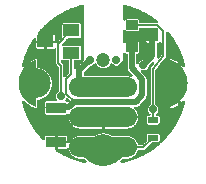
<source format=gtl>
%FSLAX33Y33*%
%MOMM*%
%AMRect-W900000-H1700000-RO1.500*
21,1,0.9,1.7,0.,0.,90*%
%AMRect-W1000000-H1400000-RO1.500*
21,1,1.,1.4,0.,0.,90*%
%AMRect-W500000-H900000-RO1.500*
21,1,0.5,0.9,0.,0.,90*%
%AMRect-W802000-H972000-RO0.500*
21,1,0.802,0.972,0.,0.,270*%
%ADD10C,0.0508*%
%ADD11C,0.2032*%
%ADD12C,0.5*%
%ADD13C,0.7*%
%ADD14Rect-W900000-H1700000-RO1.500*%
%ADD15Rect-W1000000-H1400000-RO1.500*%
%ADD16C,1.7*%
%ADD17Rect-W500000-H900000-RO1.500*%
%ADD18C,1.2*%
%ADD19C,2.5*%
%ADD20C,2.5*%
%ADD21Rect-W802000-H972000-RO0.500*%
%ADD22C,2.5*%
D10*
%LNpour fill*%
G01*
X-2339Y1625D02*
X-2339Y1625D01*
X-2337Y1627*
X-2289Y1686*
X-2288Y1687*
X-1703Y2271*
X-1706Y2298*
X-1706Y2299*
X-1706Y6944*
X-1898Y6902*
X-2326Y6778*
X-2745Y6626*
X-3154Y6446*
X-3549Y6241*
X-3931Y6010*
X-4296Y5754*
X-4644Y5475*
X-4973Y5173*
X-5281Y4851*
X-5522Y4564*
X-5495Y4506*
X-4954Y4506*
X-4940Y4492*
X-4940Y4343*
X-4860Y4343*
X-4860Y4492*
X-4846Y4506*
X-4200Y4506*
X-4199Y4506*
X-4177Y4505*
X-4175Y4504*
X-4153Y4499*
X-4151Y4498*
X-4130Y4490*
X-4128Y4489*
X-4109Y4477*
X-4107Y4476*
X-4090Y4461*
X-4089Y4460*
X-4074Y4443*
X-4073Y4441*
X-4061Y4422*
X-4060Y4420*
X-4052Y4399*
X-4051Y4397*
X-4046Y4375*
X-4045Y4373*
X-4044Y4352*
X-4044Y4351*
X-4044Y3904*
X-4058Y3890*
X-4207Y3890*
X-4207Y3810*
X-4048Y3810*
X-4043Y3810*
X-3980Y3785*
X-3553Y4252*
X-3556Y4299*
X-3556Y4300*
X-3556Y5300*
X-3556Y5301*
X-3555Y5323*
X-3554Y5325*
X-3549Y5347*
X-3548Y5349*
X-3540Y5370*
X-3539Y5372*
X-3527Y5391*
X-3526Y5393*
X-3511Y5410*
X-3510Y5411*
X-3493Y5426*
X-3491Y5427*
X-3472Y5439*
X-3470Y5440*
X-3449Y5448*
X-3447Y5449*
X-3425Y5454*
X-3423Y5455*
X-3401Y5456*
X-3400Y5456*
X-2000Y5456*
X-1999Y5456*
X-1977Y5455*
X-1975Y5454*
X-1953Y5449*
X-1951Y5448*
X-1930Y5440*
X-1928Y5439*
X-1909Y5427*
X-1907Y5426*
X-1890Y5411*
X-1889Y5410*
X-1874Y5393*
X-1873Y5391*
X-1861Y5372*
X-1860Y5370*
X-1852Y5349*
X-1851Y5347*
X-1846Y5325*
X-1845Y5323*
X-1844Y5302*
X-1844Y5301*
X-1844Y4299*
X-1844Y4298*
X-1845Y4277*
X-1846Y4275*
X-1851Y4253*
X-1852Y4251*
X-1860Y4230*
X-1861Y4228*
X-1873Y4209*
X-1874Y4207*
X-1889Y4190*
X-1890Y4189*
X-1907Y4174*
X-1909Y4173*
X-1928Y4161*
X-1930Y4160*
X-1951Y4152*
X-1953Y4151*
X-1975Y4146*
X-1977Y4145*
X-1998Y4144*
X-1999Y4144*
X-2952Y4144*
X-3436Y3616*
X-3410Y3556*
X-2000Y3556*
X-1999Y3556*
X-1977Y3555*
X-1975Y3554*
X-1953Y3549*
X-1951Y3548*
X-1930Y3540*
X-1928Y3539*
X-1909Y3527*
X-1907Y3526*
X-1890Y3511*
X-1889Y3510*
X-1874Y3493*
X-1873Y3491*
X-1861Y3472*
X-1860Y3470*
X-1852Y3449*
X-1851Y3447*
X-1846Y3425*
X-1845Y3423*
X-1844Y3402*
X-1844Y3401*
X-1844Y2399*
X-1844Y2398*
X-1845Y2377*
X-1846Y2375*
X-1851Y2353*
X-1852Y2351*
X-1860Y2330*
X-1861Y2328*
X-1873Y2309*
X-1874Y2307*
X-1889Y2290*
X-1890Y2289*
X-1907Y2274*
X-1909Y2273*
X-1928Y2261*
X-1930Y2260*
X-1951Y2252*
X-1953Y2251*
X-1975Y2246*
X-1977Y2245*
X-1998Y2244*
X-1999Y2244*
X-2442Y2244*
X-2442Y1591*
X-2367Y1572*
X-2339Y1625*
X-2467Y1592D02*
X-2327Y1592D01*
X-2467Y1641D02*
X-2292Y1641D01*
X-2467Y1691D02*
X-2248Y1691D01*
X-2467Y1740D02*
X-2198Y1740D01*
X-2467Y1790D02*
X-2149Y1790D01*
X-2467Y1840D02*
X-2099Y1840D01*
X-2467Y1889D02*
X-2050Y1889D01*
X-2467Y1939D02*
X-2000Y1939D01*
X-2467Y1988D02*
X-1951Y1988D01*
X-2467Y2038D02*
X-1901Y2038D01*
X-2467Y2087D02*
X-1852Y2087D01*
X-2467Y2137D02*
X-1802Y2137D01*
X-2467Y2186D02*
X-1753Y2186D01*
X-2467Y2236D02*
X-1703Y2236D01*
X-1937Y2285D02*
X-1679Y2285D01*
X-1887Y2335D02*
X-1681Y2335D01*
X-1870Y2384D02*
X-1681Y2384D01*
X-1869Y2434D02*
X-1681Y2434D01*
X-1869Y2483D02*
X-1681Y2483D01*
X-1869Y2533D02*
X-1681Y2533D01*
X-1869Y2582D02*
X-1681Y2582D01*
X-1869Y2632D02*
X-1681Y2632D01*
X-1869Y2682D02*
X-1681Y2682D01*
X-1869Y2731D02*
X-1681Y2731D01*
X-1869Y2781D02*
X-1681Y2781D01*
X-1869Y2830D02*
X-1681Y2830D01*
X-1869Y2880D02*
X-1681Y2880D01*
X-1869Y2929D02*
X-1681Y2929D01*
X-1869Y2979D02*
X-1681Y2979D01*
X-1869Y3028D02*
X-1681Y3028D01*
X-1869Y3078D02*
X-1681Y3078D01*
X-1869Y3127D02*
X-1681Y3127D01*
X-1869Y3177D02*
X-1681Y3177D01*
X-1869Y3226D02*
X-1681Y3226D01*
X-1869Y3276D02*
X-1681Y3276D01*
X-1869Y3325D02*
X-1681Y3325D01*
X-1869Y3375D02*
X-1681Y3375D01*
X-1872Y3424D02*
X-1681Y3424D01*
X-1892Y3474D02*
X-1681Y3474D01*
X-1957Y3524D02*
X-1681Y3524D01*
X-3445Y3573D02*
X-1681Y3573D01*
X-3464Y3623D02*
X-1681Y3623D01*
X-3418Y3672D02*
X-1681Y3672D01*
X-3373Y3722D02*
X-1681Y3722D01*
X-4015Y3771D02*
X-3959Y3771D01*
X-3328Y3771D02*
X-1681Y3771D01*
X-4232Y3821D02*
X-3913Y3821D01*
X-3282Y3821D02*
X-1681Y3821D01*
X-4232Y3870D02*
X-3868Y3870D01*
X-3237Y3870D02*
X-1681Y3870D01*
X-4069Y3920D02*
X-3822Y3920D01*
X-3191Y3920D02*
X-1681Y3920D01*
X-4069Y3969D02*
X-3777Y3969D01*
X-3146Y3969D02*
X-1681Y3969D01*
X-4069Y4019D02*
X-3732Y4019D01*
X-3101Y4019D02*
X-1681Y4019D01*
X-4069Y4068D02*
X-3686Y4068D01*
X-3055Y4068D02*
X-1681Y4068D01*
X-4069Y4118D02*
X-3641Y4118D01*
X-3010Y4118D02*
X-1681Y4118D01*
X-4069Y4167D02*
X-3595Y4167D01*
X-2964Y4167D02*
X-1681Y4167D01*
X-4069Y4217D02*
X-3550Y4217D01*
X-1899Y4217D02*
X-1681Y4217D01*
X-4069Y4266D02*
X-3528Y4266D01*
X-1874Y4266D02*
X-1681Y4266D01*
X-4069Y4316D02*
X-3531Y4316D01*
X-1869Y4316D02*
X-1681Y4316D01*
X-4965Y4366D02*
X-4835Y4366D01*
X-4070Y4366D02*
X-3531Y4366D01*
X-1869Y4366D02*
X-1681Y4366D01*
X-4965Y4415D02*
X-4835Y4415D01*
X-4087Y4415D02*
X-3531Y4415D01*
X-1869Y4415D02*
X-1681Y4415D01*
X-4965Y4465D02*
X-4835Y4465D01*
X-4137Y4465D02*
X-3531Y4465D01*
X-1869Y4465D02*
X-1681Y4465D01*
X-5527Y4514D02*
X-3531Y4514D01*
X-1869Y4514D02*
X-1681Y4514D01*
X-5550Y4564D02*
X-3531Y4564D01*
X-1869Y4564D02*
X-1681Y4564D01*
X-5513Y4613D02*
X-3531Y4613D01*
X-1869Y4613D02*
X-1681Y4613D01*
X-5472Y4663D02*
X-3531Y4663D01*
X-1869Y4663D02*
X-1681Y4663D01*
X-5430Y4712D02*
X-3531Y4712D01*
X-1869Y4712D02*
X-1681Y4712D01*
X-5389Y4762D02*
X-3531Y4762D01*
X-1869Y4762D02*
X-1681Y4762D01*
X-5347Y4811D02*
X-3531Y4811D01*
X-1869Y4811D02*
X-1681Y4811D01*
X-5306Y4861D02*
X-3531Y4861D01*
X-1869Y4861D02*
X-1681Y4861D01*
X-5259Y4910D02*
X-3531Y4910D01*
X-1869Y4910D02*
X-1681Y4910D01*
X-5212Y4960D02*
X-3531Y4960D01*
X-1869Y4960D02*
X-1681Y4960D01*
X-5165Y5009D02*
X-3531Y5009D01*
X-1869Y5009D02*
X-1681Y5009D01*
X-5117Y5059D02*
X-3531Y5059D01*
X-1869Y5059D02*
X-1681Y5059D01*
X-5070Y5109D02*
X-3531Y5109D01*
X-1869Y5109D02*
X-1681Y5109D01*
X-5022Y5158D02*
X-3531Y5158D01*
X-1869Y5158D02*
X-1681Y5158D01*
X-4973Y5208D02*
X-3531Y5208D01*
X-1869Y5208D02*
X-1681Y5208D01*
X-4919Y5257D02*
X-3531Y5257D01*
X-1869Y5257D02*
X-1681Y5257D01*
X-4865Y5307D02*
X-3530Y5307D01*
X-1870Y5307D02*
X-1681Y5307D01*
X-4811Y5356D02*
X-3518Y5356D01*
X-1882Y5356D02*
X-1681Y5356D01*
X-4757Y5406D02*
X-3477Y5406D01*
X-1923Y5406D02*
X-1681Y5406D01*
X-4703Y5455D02*
X-1681Y5455D01*
X-4647Y5505D02*
X-1681Y5505D01*
X-4585Y5554D02*
X-1681Y5554D01*
X-4524Y5604D02*
X-1681Y5604D01*
X-4462Y5653D02*
X-1681Y5653D01*
X-4400Y5703D02*
X-1681Y5703D01*
X-4338Y5752D02*
X-1681Y5752D01*
X-4272Y5802D02*
X-1681Y5802D01*
X-4201Y5851D02*
X-1681Y5851D01*
X-4130Y5901D02*
X-1681Y5901D01*
X-4059Y5951D02*
X-1681Y5951D01*
X-3989Y6000D02*
X-1681Y6000D01*
X-3914Y6050D02*
X-1681Y6050D01*
X-3832Y6099D02*
X-1681Y6099D01*
X-3750Y6149D02*
X-1681Y6149D01*
X-3669Y6198D02*
X-1681Y6198D01*
X-3587Y6248D02*
X-1681Y6248D01*
X-3496Y6297D02*
X-1681Y6297D01*
X-3400Y6347D02*
X-1681Y6347D01*
X-3305Y6396D02*
X-1681Y6396D01*
X-3210Y6446D02*
X-1681Y6446D01*
X-3105Y6495D02*
X-1681Y6495D01*
X-2993Y6545D02*
X-1681Y6545D01*
X-2880Y6594D02*
X-1681Y6594D01*
X-2767Y6644D02*
X-1681Y6644D01*
X-2633Y6693D02*
X-1681Y6693D01*
X-2497Y6743D02*
X-1681Y6743D01*
X-2360Y6793D02*
X-1681Y6793D01*
X-2196Y6842D02*
X-1681Y6842D01*
X-2025Y6892D02*
X-1681Y6892D01*
X-1839Y6941D02*
X-1681Y6941D01*
X4520Y5574D02*
X4520Y5574D01*
X4296Y5754*
X3931Y6010*
X3549Y6241*
X3154Y6446*
X2745Y6626*
X2326Y6778*
X1898Y6902*
X1706Y6944*
X1706Y5725*
X1779Y5704*
X1802Y5742*
X1803Y5744*
X1818Y5761*
X1819Y5762*
X1836Y5777*
X1838Y5778*
X1857Y5790*
X1859Y5791*
X1880Y5799*
X1882Y5800*
X1904Y5805*
X1906Y5806*
X1928Y5807*
X1929Y5807*
X2901Y5807*
X2902Y5807*
X2924Y5806*
X2926Y5805*
X2948Y5800*
X2950Y5799*
X2971Y5791*
X2973Y5790*
X2992Y5778*
X2994Y5777*
X3011Y5762*
X3012Y5761*
X3027Y5744*
X3028Y5742*
X3040Y5723*
X3041Y5721*
X3049Y5700*
X3050Y5698*
X3055Y5676*
X3056Y5674*
X3057Y5652*
X3057Y5651*
X3057Y5508*
X4496Y5508*
X4520Y5574*
X3032Y5532D02*
X4532Y5532D01*
X3032Y5582D02*
X4549Y5582D01*
X3032Y5631D02*
X4489Y5631D01*
X1769Y5681D02*
X1794Y5681D01*
X3028Y5681D02*
X4428Y5681D01*
X1681Y5730D02*
X1825Y5730D01*
X3005Y5730D02*
X4366Y5730D01*
X1681Y5780D02*
X1906Y5780D01*
X2924Y5780D02*
X4303Y5780D01*
X1681Y5829D02*
X4233Y5829D01*
X1681Y5879D02*
X4162Y5879D01*
X1681Y5928D02*
X4091Y5928D01*
X1681Y5978D02*
X4020Y5978D01*
X1681Y6027D02*
X3949Y6027D01*
X1681Y6077D02*
X3869Y6077D01*
X1681Y6126D02*
X3787Y6126D01*
X1681Y6176D02*
X3705Y6176D01*
X1681Y6226D02*
X3623Y6226D01*
X1681Y6275D02*
X3538Y6275D01*
X1681Y6325D02*
X3443Y6325D01*
X1681Y6374D02*
X3348Y6374D01*
X1681Y6424D02*
X3253Y6424D01*
X1681Y6473D02*
X3156Y6473D01*
X1681Y6523D02*
X3043Y6523D01*
X1681Y6572D02*
X2930Y6572D01*
X1681Y6622D02*
X2817Y6622D01*
X1681Y6671D02*
X2694Y6671D01*
X1681Y6721D02*
X2558Y6721D01*
X1681Y6770D02*
X2421Y6770D01*
X1681Y6820D02*
X2272Y6820D01*
X1681Y6869D02*
X2101Y6869D01*
X1681Y6919D02*
X1931Y6919D01*
X1681Y6969D02*
X1714Y6969D01*
X2951Y2109D02*
X2951Y2109D01*
X2952Y2112*
X3020Y2210*
X3022Y2212*
X3111Y2291*
X3114Y2293*
X3219Y2348*
X3222Y2349*
X3325Y2374*
X3769Y2818*
X3769Y3743*
X3698Y3743*
X3697Y3743*
X3676Y3744*
X3674Y3745*
X3652Y3750*
X3650Y3751*
X3629Y3759*
X3627Y3760*
X3608Y3772*
X3606Y3773*
X3589Y3788*
X3588Y3789*
X3573Y3806*
X3572Y3808*
X3560Y3827*
X3559Y3829*
X3551Y3850*
X3550Y3852*
X3545Y3874*
X3544Y3876*
X3543Y3897*
X3543Y3898*
X3543Y4702*
X3543Y4703*
X3544Y4724*
X3545Y4726*
X3550Y4748*
X3551Y4750*
X3559Y4771*
X3560Y4773*
X3572Y4792*
X3573Y4794*
X3588Y4811*
X3589Y4812*
X3606Y4827*
X3608Y4828*
X3627Y4840*
X3629Y4841*
X3650Y4849*
X3652Y4850*
X3674Y4855*
X3676Y4856*
X3698Y4857*
X3699Y4857*
X4540Y4857*
X4565Y4919*
X4492Y4992*
X3057Y4992*
X3057Y4849*
X3057Y4848*
X3056Y4826*
X3055Y4824*
X3050Y4802*
X3049Y4800*
X3041Y4779*
X3040Y4777*
X3028Y4758*
X3027Y4756*
X3012Y4739*
X3011Y4738*
X2994Y4723*
X2992Y4722*
X2973Y4710*
X2971Y4709*
X2950Y4701*
X2948Y4700*
X2926Y4695*
X2924Y4694*
X2903Y4693*
X2902Y4693*
X1928Y4693*
X1927Y4693*
X1906Y4694*
X1904Y4695*
X1882Y4700*
X1880Y4701*
X1859Y4709*
X1857Y4710*
X1838Y4722*
X1836Y4723*
X1819Y4738*
X1818Y4739*
X1803Y4756*
X1802Y4758*
X1779Y4796*
X1706Y4775*
X1706Y3825*
X1779Y3804*
X1802Y3842*
X1803Y3844*
X1818Y3861*
X1819Y3862*
X1836Y3877*
X1838Y3878*
X1857Y3890*
X1859Y3891*
X1880Y3899*
X1882Y3900*
X1904Y3905*
X1906Y3906*
X1928Y3907*
X1929Y3907*
X2901Y3907*
X2902Y3907*
X2924Y3906*
X2926Y3905*
X2948Y3900*
X2950Y3899*
X2971Y3891*
X2973Y3890*
X2992Y3878*
X2994Y3877*
X3011Y3862*
X3012Y3861*
X3027Y3844*
X3028Y3842*
X3040Y3823*
X3041Y3821*
X3049Y3800*
X3050Y3798*
X3055Y3776*
X3056Y3774*
X3057Y3752*
X3057Y3751*
X3057Y2949*
X3057Y2948*
X3056Y2926*
X3055Y2924*
X3050Y2902*
X3049Y2900*
X3041Y2879*
X3040Y2877*
X3028Y2858*
X3027Y2856*
X3012Y2839*
X3011Y2838*
X2994Y2823*
X2992Y2822*
X2973Y2810*
X2971Y2809*
X2950Y2801*
X2948Y2800*
X2926Y2795*
X2924Y2794*
X2903Y2793*
X2902Y2793*
X2821Y2793*
X2821Y1997*
X2903Y1982*
X2951Y2109*
X2796Y2003D02*
X2938Y2003D01*
X2796Y2052D02*
X2957Y2052D01*
X2796Y2102D02*
X2976Y2102D01*
X2796Y2151D02*
X3011Y2151D01*
X2796Y2201D02*
X3048Y2201D01*
X2796Y2250D02*
X3104Y2250D01*
X2796Y2300D02*
X3182Y2300D01*
X2796Y2349D02*
X3329Y2349D01*
X2796Y2399D02*
X3385Y2399D01*
X2796Y2448D02*
X3435Y2448D01*
X2796Y2498D02*
X3484Y2498D01*
X2796Y2548D02*
X3534Y2548D01*
X2796Y2597D02*
X3583Y2597D01*
X2796Y2647D02*
X3633Y2647D01*
X2796Y2696D02*
X3682Y2696D01*
X2796Y2746D02*
X3732Y2746D01*
X2796Y2795D02*
X3781Y2795D01*
X2980Y2845D02*
X3794Y2845D01*
X3020Y2894D02*
X3794Y2894D01*
X3032Y2944D02*
X3794Y2944D01*
X3032Y2993D02*
X3794Y2993D01*
X3032Y3043D02*
X3794Y3043D01*
X3032Y3092D02*
X3794Y3092D01*
X3032Y3142D02*
X3794Y3142D01*
X3032Y3191D02*
X3794Y3191D01*
X3032Y3241D02*
X3794Y3241D01*
X3032Y3290D02*
X3794Y3290D01*
X3032Y3340D02*
X3794Y3340D01*
X3032Y3390D02*
X3794Y3390D01*
X3032Y3439D02*
X3794Y3439D01*
X3032Y3489D02*
X3794Y3489D01*
X3032Y3538D02*
X3794Y3538D01*
X3032Y3588D02*
X3794Y3588D01*
X3032Y3637D02*
X3794Y3637D01*
X3032Y3687D02*
X3794Y3687D01*
X3032Y3736D02*
X3794Y3736D01*
X1751Y3786D02*
X1797Y3786D01*
X3027Y3786D02*
X3634Y3786D01*
X1681Y3835D02*
X1829Y3835D01*
X3001Y3835D02*
X3585Y3835D01*
X1681Y3885D02*
X3569Y3885D01*
X1681Y3934D02*
X3568Y3934D01*
X1681Y3984D02*
X3568Y3984D01*
X1681Y4033D02*
X3568Y4033D01*
X1681Y4083D02*
X3568Y4083D01*
X1681Y4132D02*
X3568Y4132D01*
X1681Y4182D02*
X3568Y4182D01*
X1681Y4232D02*
X3568Y4232D01*
X1681Y4281D02*
X3568Y4281D01*
X1681Y4331D02*
X3568Y4331D01*
X1681Y4380D02*
X3568Y4380D01*
X1681Y4430D02*
X3568Y4430D01*
X1681Y4479D02*
X3568Y4479D01*
X1681Y4529D02*
X3568Y4529D01*
X1681Y4578D02*
X3568Y4578D01*
X1681Y4628D02*
X3568Y4628D01*
X1681Y4677D02*
X3568Y4677D01*
X1681Y4727D02*
X1883Y4727D01*
X2947Y4727D02*
X3571Y4727D01*
X1681Y4776D02*
X1820Y4776D01*
X3010Y4776D02*
X3592Y4776D01*
X3030Y4826D02*
X3660Y4826D01*
X3032Y4875D02*
X4575Y4875D01*
X3032Y4925D02*
X4595Y4925D01*
X3032Y4974D02*
X4546Y4974D01*
X3594Y-4532D02*
X3594Y-4532D01*
X3594Y-4039*
X3594Y-4038*
X3595Y-4017*
X3596Y-4015*
X3601Y-3993*
X3602Y-3991*
X3610Y-3970*
X3611Y-3968*
X3623Y-3949*
X3624Y-3947*
X3639Y-3930*
X3640Y-3929*
X3657Y-3914*
X3659Y-3913*
X3678Y-3901*
X3680Y-3900*
X3701Y-3892*
X3703Y-3891*
X3725Y-3886*
X3727Y-3885*
X3748Y-3884*
X3749Y-3884*
X4651Y-3884*
X4652Y-3884*
X4673Y-3885*
X4675Y-3886*
X4697Y-3891*
X4699Y-3892*
X4720Y-3900*
X4722Y-3901*
X4741Y-3913*
X4743Y-3914*
X4760Y-3929*
X4761Y-3930*
X4776Y-3947*
X4777Y-3949*
X4789Y-3968*
X4790Y-3970*
X4798Y-3991*
X4799Y-3993*
X4804Y-4015*
X4805Y-4017*
X4806Y-4039*
X4806Y-4040*
X4806Y-4540*
X4806Y-4541*
X4805Y-4563*
X4804Y-4565*
X4795Y-4604*
X4859Y-4641*
X5052Y-4458*
X5355Y-4130*
X5636Y-3784*
X5894Y-3420*
X6126Y-3039*
X6334Y-2645*
X6515Y-2237*
X6669Y-1819*
X6796Y-1391*
X6837Y-1208*
X6772Y-1171*
X6746Y-1197*
X6746Y-1197*
X6745Y-1198*
X6745Y-1198*
X6500Y-1431*
X6469Y-1418*
X6469Y-1244*
X6390Y-1244*
X6390Y-1507*
X6384Y-1518*
X6133Y-1683*
X6133Y-1683*
X6132Y-1684*
X6132Y-1684*
X6131Y-1684*
X6131Y-1684*
X6130Y-1685*
X6130Y-1685*
X6129Y-1685*
X6129Y-1685*
X6128Y-1686*
X6128Y-1686*
X6127Y-1687*
X6127Y-1687*
X6126Y-1687*
X6126Y-1687*
X6125Y-1688*
X6125Y-1688*
X6124Y-1689*
X6124Y-1689*
X6123Y-1689*
X6123Y-1689*
X6122Y-1690*
X6122Y-1690*
X6121Y-1690*
X6120Y-1690*
X6120Y-1691*
X6119Y-1691*
X6118Y-1691*
X6118Y-1691*
X6117Y-1692*
X6117Y-1692*
X6116Y-1692*
X6116Y-1693*
X6115Y-1693*
X6115Y-1693*
X6114Y-1694*
X6114Y-1694*
X6113Y-1694*
X6113Y-1694*
X6112Y-1695*
X6112Y-1695*
X6111Y-1695*
X6111Y-1695*
X6110Y-1696*
X6110Y-1696*
X6108Y-1696*
X6108Y-1696*
X5760Y-1843*
X5760Y-1843*
X5759Y-1844*
X5759Y-1844*
X5758Y-1844*
X5758Y-1844*
X5757Y-1845*
X5757Y-1845*
X5756Y-1845*
X5756Y-1845*
X5755Y-1845*
X5755Y-1846*
X5753Y-1846*
X5753Y-1846*
X5752Y-1846*
X5752Y-1846*
X5751Y-1847*
X5751Y-1847*
X5750Y-1847*
X5750Y-1847*
X5749Y-1848*
X5749Y-1848*
X5748Y-1848*
X5748Y-1848*
X5747Y-1848*
X5747Y-1848*
X5745Y-1849*
X5745Y-1849*
X5744Y-1849*
X5744Y-1849*
X5743Y-1849*
X5743Y-1849*
X5742Y-1850*
X5742Y-1850*
X5741Y-1850*
X5741Y-1850*
X5740Y-1850*
X5739Y-1850*
X5738Y-1851*
X5738Y-1851*
X5737Y-1851*
X5737Y-1851*
X5736Y-1851*
X5736Y-1851*
X5735Y-1851*
X5735Y-1851*
X5734Y-1852*
X5734Y-1852*
X5732Y-1852*
X5732Y-1852*
X5731Y-1852*
X5731Y-1852*
X5730Y-1852*
X5730Y-1852*
X5729Y-1853*
X5729Y-1853*
X5728Y-1853*
X5728Y-1853*
X5726Y-1853*
X5726Y-1853*
X5725Y-1853*
X5725Y-1853*
X5724Y-1854*
X5724Y-1854*
X5723Y-1854*
X5723Y-1854*
X5722Y-1854*
X5722Y-1854*
X5720Y-1854*
X5720Y-1854*
X5719Y-1854*
X5719Y-1854*
X5718Y-1854*
X5718Y-1854*
X5717Y-1854*
X5717Y-1854*
X5715Y-1855*
X5715Y-1855*
X5714Y-1855*
X5714Y-1855*
X5713Y-1855*
X5713Y-1855*
X5712Y-1855*
X5712Y-1855*
X5711Y-1855*
X5711Y-1855*
X5710Y-1855*
X5709Y-1855*
X5708Y-1855*
X5708Y-1855*
X5707Y-1855*
X5707Y-1855*
X5706Y-1855*
X5706Y-1855*
X5705Y-1855*
X5705Y-1855*
X5703Y-1855*
X5703Y-1855*
X5702Y-1855*
X5702Y-1855*
X5701Y-1855*
X5701Y-1855*
X5700Y-1855*
X5700Y-1855*
X5698Y-1855*
X5698Y-1855*
X5697Y-1855*
X5697Y-1855*
X5696Y-1855*
X5696Y-1855*
X5695Y-1855*
X5695Y-1855*
X5694Y-1855*
X5694Y-1855*
X5693Y-1855*
X5692Y-1855*
X5691Y-1855*
X5691Y-1855*
X5690Y-1855*
X5690Y-1855*
X5689Y-1855*
X5689Y-1855*
X5688Y-1855*
X5688Y-1855*
X5686Y-1855*
X5686Y-1855*
X5685Y-1855*
X5685Y-1855*
X5684Y-1855*
X5684Y-1855*
X5683Y-1854*
X5683Y-1854*
X5682Y-1854*
X5681Y-1854*
X5680Y-1854*
X5680Y-1854*
X5679Y-1854*
X5679Y-1854*
X5678Y-1854*
X5678Y-1854*
X5677Y-1854*
X5677Y-1854*
X5675Y-1853*
X5675Y-1853*
X5674Y-1853*
X5674Y-1853*
X5673Y-1853*
X5673Y-1853*
X5672Y-1853*
X5672Y-1853*
X5671Y-1853*
X5671Y-1853*
X5669Y-1852*
X5669Y-1852*
X5668Y-1852*
X5668Y-1852*
X5667Y-1852*
X5667Y-1852*
X5666Y-1852*
X5666Y-1852*
X5665Y-1851*
X5665Y-1851*
X5664Y-1851*
X5663Y-1851*
X5662Y-1851*
X5662Y-1851*
X5661Y-1850*
X5661Y-1850*
X5660Y-1850*
X5660Y-1850*
X5659Y-1850*
X5659Y-1850*
X5658Y-1849*
X5657Y-1849*
X5657Y-1849*
X5656Y-1849*
X5655Y-1849*
X5655Y-1849*
X5654Y-1848*
X5654Y-1848*
X5653Y-1848*
X5653Y-1848*
X5652Y-1848*
X5652Y-1848*
X5651Y-1847*
X5650Y-1847*
X5649Y-1847*
X5649Y-1847*
X5648Y-1847*
X5648Y-1847*
X5647Y-1846*
X5647Y-1846*
X5646Y-1846*
X5646Y-1846*
X5645Y-1845*
X5645Y-1845*
X5644Y-1845*
X5644Y-1845*
X5643Y-1844*
X5643Y-1844*
X5642Y-1844*
X5641Y-1844*
X5640Y-1843*
X5640Y-1843*
X5639Y-1843*
X5639Y-1843*
X5638Y-1843*
X5638Y-1842*
X5637Y-1842*
X5637Y-1842*
X5636Y-1842*
X5636Y-1842*
X5635Y-1841*
X5635Y-1841*
X5634Y-1841*
X5634Y-1840*
X5633Y-1840*
X5632Y-1840*
X5631Y-1839*
X5631Y-1839*
X5631Y-1839*
X5630Y-1839*
X5629Y-1838*
X5629Y-1838*
X5628Y-1838*
X5628Y-1838*
X5627Y-1837*
X5627Y-1837*
X5626Y-1837*
X5626Y-1837*
X5625Y-1836*
X5625Y-1836*
X5624Y-1836*
X5624Y-1835*
X5623Y-1835*
X5623Y-1835*
X5622Y-1834*
X5622Y-1834*
X5621Y-1834*
X5621Y-1834*
X5620Y-1833*
X5620Y-1833*
X5619Y-1832*
X5619Y-1832*
X5618Y-1832*
X5618Y-1832*
X5617Y-1831*
X5616Y-1831*
X5616Y-1831*
X5616Y-1830*
X5615Y-1830*
X5615Y-1830*
X5613Y-1829*
X5613Y-1829*
X5613Y-1828*
X5612Y-1828*
X5612Y-1828*
X5611Y-1828*
X5611Y-1827*
X5610Y-1827*
X5610Y-1826*
X5609Y-1826*
X5609Y-1826*
X5609Y-1826*
X5608Y-1825*
X5607Y-1825*
X5607Y-1824*
X5606Y-1824*
X5606Y-1823*
X5606Y-1823*
X5605Y-1823*
X5605Y-1823*
X5604Y-1822*
X5604Y-1822*
X5603Y-1821*
X5603Y-1821*
X5602Y-1820*
X5602Y-1820*
X5601Y-1820*
X5601Y-1820*
X5600Y-1819*
X5600Y-1819*
X5599Y-1818*
X5599Y-1818*
X5598Y-1817*
X5598Y-1817*
X5597Y-1816*
X5597Y-1816*
X5596Y-1816*
X5596Y-1816*
X5595Y-1815*
X5595Y-1815*
X5594Y-1814*
X5594Y-1814*
X5594Y-1813*
X5594Y-1813*
X5593Y-1812*
X5593Y-1812*
X5592Y-1812*
X5592Y-1812*
X5591Y-1811*
X5591Y-1811*
X5590Y-1810*
X5590Y-1810*
X5589Y-1809*
X5589Y-1809*
X5588Y-1808*
X5588Y-1808*
X5587Y-1807*
X5587Y-1807*
X5587Y-1806*
X5587Y-1806*
X5586Y-1805*
X5586Y-1805*
X5585Y-1805*
X5585Y-1804*
X5584Y-1804*
X5584Y-1803*
X5583Y-1803*
X5583Y-1803*
X5583Y-1802*
X5582Y-1802*
X5582Y-1801*
X5582Y-1801*
X5581Y-1800*
X5581Y-1800*
X5580Y-1799*
X5580Y-1799*
X5579Y-1798*
X5579Y-1798*
X5579Y-1797*
X5579Y-1797*
X5578Y-1796*
X5578Y-1796*
X5577Y-1795*
X5577Y-1795*
X5576Y-1794*
X5576Y-1794*
X5576Y-1793*
X5576Y-1793*
X5575Y-1792*
X5575Y-1792*
X5574Y-1791*
X5574Y-1791*
X5574Y-1790*
X5573Y-1790*
X5573Y-1789*
X5573Y-1789*
X5572Y-1788*
X5572Y-1788*
X5571Y-1787*
X5571Y-1787*
X5571Y-1786*
X5571Y-1786*
X5570Y-1785*
X5570Y-1785*
X5569Y-1784*
X5569Y-1784*
X5569Y-1783*
X5569Y-1783*
X5568Y-1782*
X5568Y-1782*
X5567Y-1781*
X5567Y-1781*
X5567Y-1780*
X5567Y-1780*
X5566Y-1779*
X5566Y-1779*
X5566Y-1778*
X5566Y-1778*
X5565Y-1777*
X5565Y-1777*
X5564Y-1776*
X5564Y-1776*
X5564Y-1775*
X5564Y-1775*
X5563Y-1774*
X5563Y-1774*
X5563Y-1773*
X5563Y-1773*
X5562Y-1772*
X5562Y-1772*
X5562Y-1770*
X5561Y-1770*
X5561Y-1769*
X5561Y-1769*
X5560Y-1768*
X5560Y-1768*
X5560Y-1767*
X5560Y-1767*
X5559Y-1766*
X5559Y-1766*
X5559Y-1765*
X5559Y-1765*
X5558Y-1764*
X5558Y-1764*
X5558Y-1763*
X5558Y-1763*
X5557Y-1762*
X5557Y-1762*
X5557Y-1761*
X5557Y-1760*
X5556Y-1759*
X5556Y-1759*
X5556Y-1758*
X5556Y-1758*
X5556Y-1757*
X5556Y-1757*
X5555Y-1756*
X5555Y-1756*
X5555Y-1755*
X5555Y-1755*
X5554Y-1754*
X5554Y-1754*
X5554Y-1753*
X5554Y-1753*
X5553Y-1752*
X5553Y-1751*
X5553Y-1750*
X5553Y-1750*
X5553Y-1749*
X5553Y-1749*
X5552Y-1748*
X5552Y-1748*
X5552Y-1747*
X5552Y-1747*
X5551Y-1746*
X5551Y-1746*
X5551Y-1745*
X5551Y-1744*
X5551Y-1743*
X5551Y-1743*
X5550Y-1742*
X5550Y-1742*
X5550Y-1741*
X5550Y-1741*
X5550Y-1740*
X5550Y-1740*
X5550Y-1739*
X5549Y-1739*
X5549Y-1737*
X5549Y-1737*
X5549Y-1736*
X5549Y-1736*
X5549Y-1735*
X5549Y-1735*
X5548Y-1734*
X5548Y-1734*
X5548Y-1733*
X5548Y-1733*
X5548Y-1732*
X5548Y-1731*
X5548Y-1730*
X5548Y-1730*
X5547Y-1729*
X5547Y-1729*
X5547Y-1728*
X5547Y-1728*
X5547Y-1727*
X5547Y-1727*
X5547Y-1726*
X5547Y-1725*
X5546Y-1724*
X5546Y-1724*
X5546Y-1723*
X5546Y-1723*
X5546Y-1722*
X5546Y-1722*
X5546Y-1721*
X5546Y-1721*
X5546Y-1719*
X5546Y-1719*
X5546Y-1718*
X5546Y-1718*
X5546Y-1717*
X5546Y-1717*
X5545Y-1716*
X5545Y-1716*
X5545Y-1715*
X5545Y-1715*
X5545Y-1713*
X5545Y-1713*
X5545Y-1712*
X5545Y-1712*
X5545Y-1711*
X5545Y-1711*
X5545Y-1710*
X5545Y-1710*
X5545Y-1709*
X5545Y-1709*
X5545Y-1707*
X5545Y-1707*
X5545Y-1706*
X5545Y-1706*
X5545Y-1705*
X5545Y-1705*
X5545Y-1704*
X5545Y-1704*
X5545Y-1702*
X5545Y-1702*
X5545Y-1701*
X5545Y-1701*
X5545Y-1700*
X5545Y-1700*
X5545Y0246*
X5559Y0260*
X5707Y0260*
X5707Y0340*
X5559Y0340*
X5545Y0354*
X5545Y2300*
X5545Y2300*
X5545Y2301*
X5545Y2302*
X5545Y2303*
X5545Y2303*
X5545Y2304*
X5545Y2304*
X5545Y2305*
X5545Y2305*
X5545Y2306*
X5545Y2306*
X5545Y2308*
X5545Y2308*
X5545Y2309*
X5545Y2309*
X5545Y2310*
X5545Y2310*
X5545Y2311*
X5545Y2311*
X5545Y2312*
X5545Y2313*
X5545Y2314*
X5545Y2314*
X5545Y2315*
X5545Y2315*
X5545Y2316*
X5545Y2316*
X5546Y2317*
X5546Y2317*
X5546Y2318*
X5546Y2319*
X5546Y2320*
X5546Y2320*
X5546Y2321*
X5546Y2321*
X5546Y2322*
X5546Y2322*
X5546Y2323*
X5546Y2323*
X5547Y2324*
X5547Y2325*
X5547Y2326*
X5547Y2326*
X5547Y2327*
X5547Y2327*
X5547Y2328*
X5547Y2328*
X5547Y2329*
X5547Y2329*
X5548Y2330*
X5548Y2331*
X5548Y2332*
X5548Y2332*
X5548Y2333*
X5548Y2333*
X5548Y2334*
X5548Y2334*
X5549Y2335*
X5549Y2335*
X5549Y2336*
X5549Y2336*
X5549Y2338*
X5549Y2338*
X5550Y2339*
X5550Y2339*
X5550Y2340*
X5550Y2340*
X5550Y2341*
X5550Y2341*
X5550Y2342*
X5551Y2342*
X5551Y2343*
X5551Y2344*
X5551Y2345*
X5551Y2345*
X5552Y2346*
X5552Y2346*
X5552Y2347*
X5552Y2347*
X5552Y2348*
X5552Y2348*
X5553Y2349*
X5553Y2349*
X5553Y2350*
X5553Y2351*
X5553Y2352*
X5553Y2352*
X5554Y2353*
X5554Y2353*
X5554Y2354*
X5554Y2354*
X5555Y2355*
X5555Y2355*
X5555Y2356*
X5555Y2356*
X5556Y2357*
X5556Y2357*
X5556Y2358*
X5556Y2359*
X5556Y2360*
X5557Y2360*
X5557Y2361*
X5557Y2361*
X5557Y2362*
X5557Y2362*
X5558Y2363*
X5558Y2363*
X5558Y2364*
X5558Y2364*
X5559Y2365*
X5559Y2365*
X5559Y2366*
X5560Y2366*
X5560Y2367*
X5560Y2367*
X5561Y2368*
X5561Y2369*
X5561Y2370*
X5561Y2370*
X5562Y2371*
X5562Y2371*
X5562Y2372*
X5562Y2372*
X5563Y2373*
X5563Y2373*
X5563Y2374*
X5563Y2374*
X5564Y2375*
X5564Y2375*
X5564Y2376*
X5565Y2376*
X5565Y2377*
X5565Y2377*
X5566Y2378*
X5566Y2378*
X5566Y2379*
X5566Y2379*
X5567Y2380*
X5567Y2380*
X5568Y2381*
X5568Y2381*
X5568Y2382*
X5568Y2382*
X5569Y2383*
X5569Y2383*
X5570Y2384*
X5570Y2384*
X5570Y2385*
X5570Y2385*
X5571Y2386*
X5571Y2387*
X5572Y2387*
X5572Y2387*
X5572Y2389*
X5572Y2389*
X5573Y2389*
X5573Y2389*
X5574Y2390*
X5574Y2391*
X5574Y2391*
X5574Y2392*
X5575Y2392*
X5575Y2392*
X5576Y2393*
X5576Y2394*
X5577Y2394*
X5577Y2394*
X5577Y2395*
X5577Y2395*
X5578Y2396*
X5578Y2396*
X5579Y2397*
X5579Y2397*
X5580Y2398*
X5580Y2398*
X5580Y2399*
X5580Y2399*
X5581Y2400*
X5581Y2400*
X5582Y2401*
X5582Y2401*
X5583Y2402*
X5583Y2402*
X5583Y2403*
X5584Y2403*
X5584Y2404*
X5584Y2404*
X5585Y2405*
X5585Y2405*
X5586Y2406*
X5586Y2406*
X5587Y2406*
X5587Y2406*
X5588Y2407*
X5588Y2407*
X5588Y2408*
X5588Y2408*
X5589Y2409*
X5589Y2409*
X5590Y2410*
X5590Y2410*
X5591Y2411*
X5591Y2411*
X5592Y2412*
X5592Y2412*
X5593Y2412*
X5593Y2413*
X5594Y2413*
X5594Y2413*
X5594Y2414*
X5595Y2414*
X5596Y2415*
X5596Y2415*
X5596Y2416*
X5596Y2416*
X5597Y2417*
X5597Y2417*
X5598Y2417*
X5598Y2417*
X5599Y2418*
X5599Y2418*
X5600Y2419*
X5600Y2419*
X5601Y2420*
X5601Y2420*
X5602Y2421*
X5602Y2421*
X5603Y2421*
X5603Y2421*
X5604Y2422*
X5604Y2422*
X5605Y2423*
X5605Y2423*
X5606Y2424*
X5606Y2424*
X5607Y2424*
X5607Y2424*
X5608Y2425*
X5608Y2425*
X5609Y2426*
X5609Y2426*
X5610Y2426*
X5610Y2427*
X5611Y2427*
X5611Y2427*
X5612Y2428*
X5612Y2428*
X5613Y2429*
X5613Y2429*
X5614Y2429*
X5614Y2429*
X5615Y2430*
X5615Y2430*
X5616Y2431*
X5616Y2431*
X5617Y2431*
X5617Y2431*
X5618Y2432*
X5618Y2432*
X5619Y2432*
X5619Y2433*
X5620Y2433*
X5620Y2433*
X5621Y2434*
X5621Y2434*
X5622Y2434*
X5622Y2434*
X5623Y2435*
X5623Y2435*
X5624Y2436*
X5624Y2436*
X5625Y2436*
X5625Y2436*
X5626Y2437*
X5626Y2437*
X5627Y2437*
X5627Y2437*
X5628Y2438*
X5628Y2438*
X5629Y2438*
X5630Y2439*
X5631Y2439*
X5631Y2439*
X5632Y2440*
X5632Y2440*
X5633Y2440*
X5633Y2440*
X5634Y2441*
X5634Y2441*
X5635Y2441*
X5635Y2441*
X5636Y2442*
X5636Y2442*
X5637Y2442*
X5637Y2442*
X5638Y2443*
X5638Y2443*
X5639Y2443*
X5640Y2443*
X5641Y2444*
X5641Y2444*
X5642Y2444*
X5642Y2444*
X5643Y2444*
X5643Y2444*
X5644Y2445*
X5644Y2445*
X5645Y2445*
X5645Y2445*
X5646Y2446*
X5646Y2446*
X5647Y2446*
X5648Y2446*
X5648Y2447*
X5648Y2447*
X5650Y2447*
X5650Y2447*
X5651Y2447*
X5651Y2447*
X5652Y2448*
X5652Y2448*
X5653Y2448*
X5653Y2448*
X5654Y2449*
X5654Y2449*
X5656Y2449*
X5656Y2449*
X5657Y2449*
X5657Y2449*
X5658Y2450*
X5658Y2450*
X5659Y2450*
X5659Y2450*
X5660Y2450*
X5660Y2450*
X5661Y2451*
X5661Y2451*
X5663Y2451*
X5663Y2451*
X5664Y2451*
X5664Y2451*
X5665Y2451*
X5665Y2451*
X5666Y2452*
X5666Y2452*
X5667Y2452*
X5667Y2452*
X5668Y2452*
X5669Y2452*
X5670Y2452*
X5670Y2452*
X5671Y2453*
X5671Y2453*
X5672Y2453*
X5672Y2453*
X5673Y2453*
X5673Y2453*
X5674Y2453*
X5674Y2453*
X5676Y2453*
X5676Y2454*
X5677Y2454*
X5677Y2454*
X5678Y2454*
X5678Y2454*
X5679Y2454*
X5679Y2454*
X5680Y2454*
X5681Y2454*
X5682Y2454*
X5682Y2454*
X5683Y2454*
X5683Y2454*
X5684Y2455*
X5684Y2455*
X5685Y2455*
X5685Y2455*
X5686Y2455*
X5687Y2455*
X5688Y2455*
X5688Y2455*
X5689Y2455*
X5689Y2455*
X5690Y2455*
X5690Y2455*
X5691Y2455*
X5691Y2455*
X5693Y2455*
X5693Y2455*
X5694Y2455*
X5694Y2455*
X5695Y2455*
X5695Y2455*
X5696Y2455*
X5696Y2455*
X5697Y2455*
X5698Y2455*
X5699Y2455*
X5699Y2455*
X5700Y2455*
X5700Y2455*
X5701Y2455*
X5701Y2455*
X5702Y2455*
X5702Y2455*
X5704Y2455*
X5704Y2455*
X5705Y2455*
X5705Y2455*
X5706Y2455*
X5706Y2455*
X5707Y2455*
X5707Y2455*
X5708Y2455*
X5709Y2455*
X5710Y2455*
X5710Y2455*
X5711Y2455*
X5711Y2455*
X5712Y2455*
X5712Y2455*
X5713Y2455*
X5713Y2455*
X5715Y2455*
X5715Y2455*
X5716Y2455*
X5716Y2455*
X5717Y2454*
X5717Y2454*
X5718Y2454*
X5718Y2454*
X5719Y2454*
X5720Y2454*
X5721Y2454*
X5721Y2454*
X5722Y2454*
X5722Y2454*
X5723Y2454*
X5723Y2454*
X5724Y2454*
X5724Y2453*
X5725Y2453*
X5725Y2453*
X5727Y2453*
X5727Y2453*
X5728Y2453*
X5728Y2453*
X5729Y2453*
X5729Y2453*
X5730Y2452*
X5730Y2452*
X5731Y2452*
X5731Y2452*
X5733Y2452*
X5733Y2452*
X5734Y2452*
X5734Y2452*
X5735Y2451*
X5735Y2451*
X5736Y2451*
X5736Y2451*
X5737Y2451*
X5738Y2451*
X5738Y2451*
X5739Y2451*
X5740Y2450*
X5740Y2450*
X5741Y2450*
X5741Y2450*
X5742Y2450*
X5742Y2450*
X5743Y2449*
X5743Y2449*
X5744Y2449*
X5745Y2449*
X5746Y2449*
X5746Y2449*
X5747Y2448*
X5747Y2448*
X5748Y2448*
X5748Y2448*
X5749Y2447*
X5749Y2447*
X5750Y2447*
X5750Y2447*
X5751Y2447*
X5751Y2447*
X5753Y2446*
X5753Y2446*
X5754Y2446*
X5754Y2446*
X5755Y2445*
X5755Y2445*
X5756Y2445*
X5756Y2445*
X5757Y2445*
X5757Y2444*
X5758Y2444*
X5758Y2444*
X5759Y2444*
X5759Y2444*
X5760Y2443*
X5760Y2443*
X6109Y2296*
X6109Y2296*
X6109Y2296*
X6110Y2296*
X6111Y2295*
X6111Y2295*
X6112Y2295*
X6112Y2295*
X6113Y2294*
X6113Y2294*
X6114Y2294*
X6114Y2294*
X6115Y2293*
X6115Y2293*
X6116Y2293*
X6116Y2292*
X6117Y2292*
X6117Y2292*
X6118Y2291*
X6118Y2291*
X6119Y2291*
X6119Y2291*
X6121Y2290*
X6121Y2290*
X6122Y2290*
X6122Y2290*
X6123Y2289*
X6123Y2289*
X6124Y2289*
X6124Y2289*
X6125Y2288*
X6125Y2288*
X6126Y2287*
X6126Y2287*
X6127Y2287*
X6127Y2287*
X6128Y2286*
X6128Y2286*
X6129Y2286*
X6129Y2285*
X6130Y2285*
X6130Y2285*
X6131Y2284*
X6131Y2284*
X6132Y2284*
X6132Y2283*
X6133Y2283*
X6133Y2283*
X6384Y2118*
X6390Y2107*
X6390Y1844*
X6469Y1844*
X6469Y2018*
X6500Y2031*
X6745Y1798*
X6745Y1798*
X6746Y1797*
X6746Y1797*
X6746Y1797*
X6747Y1797*
X6747Y1796*
X6747Y1796*
X6748Y1795*
X6748Y1795*
X6749Y1794*
X6749Y1794*
X6750Y1793*
X6750Y1793*
X6751Y1792*
X6751Y1792*
X6752Y1791*
X6752Y1791*
X6752Y1790*
X6753Y1790*
X6753Y1790*
X6753Y1789*
X6754Y1789*
X6754Y1789*
X6780Y1759*
X6849Y1795*
X6766Y2136*
X6633Y2562*
X6472Y2978*
X6284Y3382*
X6070Y3773*
X5831Y4150*
X5567Y4509*
X5423Y4681*
X5358Y4657*
X5358Y2646*
X5358Y2645*
X5355Y2620*
X5352Y2594*
X5351Y2591*
X5351Y2591*
X5351Y2591*
X5350Y2588*
X5342Y2564*
X5333Y2539*
X5332Y2537*
X5332Y2537*
X5332Y2536*
X5330Y2534*
X5316Y2512*
X5303Y2491*
X5302Y2489*
X4458Y1458*
X4458Y-1467*
X4486Y-1482*
X4489Y-1484*
X4578Y-1563*
X4580Y-1565*
X4648Y-1663*
X4649Y-1666*
X4691Y-1777*
X4692Y-1780*
X4706Y-1898*
X4706Y-1902*
X4692Y-2020*
X4691Y-2023*
X4649Y-2134*
X4648Y-2137*
X4580Y-2235*
X4578Y-2237*
X4485Y-2320*
X4509Y-2384*
X4651Y-2384*
X4652Y-2384*
X4673Y-2385*
X4675Y-2386*
X4697Y-2391*
X4699Y-2392*
X4720Y-2400*
X4722Y-2401*
X4741Y-2413*
X4743Y-2414*
X4760Y-2429*
X4761Y-2430*
X4776Y-2447*
X4777Y-2449*
X4789Y-2468*
X4790Y-2470*
X4798Y-2491*
X4799Y-2493*
X4804Y-2515*
X4805Y-2517*
X4806Y-2539*
X4806Y-2540*
X4806Y-3040*
X4806Y-3041*
X4805Y-3063*
X4804Y-3065*
X4799Y-3087*
X4798Y-3089*
X4790Y-3110*
X4789Y-3112*
X4777Y-3131*
X4776Y-3133*
X4761Y-3150*
X4760Y-3151*
X4743Y-3166*
X4741Y-3167*
X4722Y-3179*
X4720Y-3180*
X4699Y-3188*
X4697Y-3189*
X4675Y-3194*
X4673Y-3195*
X4651Y-3196*
X4650Y-3196*
X3750Y-3196*
X3749Y-3196*
X3727Y-3195*
X3725Y-3194*
X3703Y-3189*
X3701Y-3188*
X3680Y-3180*
X3678Y-3179*
X3659Y-3167*
X3657Y-3166*
X3640Y-3151*
X3639Y-3150*
X3624Y-3133*
X3623Y-3131*
X3611Y-3112*
X3610Y-3110*
X3602Y-3089*
X3601Y-3087*
X3596Y-3065*
X3595Y-3063*
X3594Y-3042*
X3594Y-3041*
X3594Y-2539*
X3594Y-2538*
X3595Y-2517*
X3596Y-2515*
X3601Y-2493*
X3602Y-2491*
X3610Y-2470*
X3611Y-2468*
X3623Y-2449*
X3624Y-2447*
X3639Y-2430*
X3640Y-2429*
X3657Y-2414*
X3659Y-2413*
X3678Y-2401*
X3680Y-2400*
X3701Y-2392*
X3703Y-2391*
X3725Y-2386*
X3727Y-2385*
X3748Y-2384*
X3749Y-2384*
X3891Y-2384*
X3915Y-2320*
X3822Y-2237*
X3820Y-2235*
X3752Y-2137*
X3751Y-2134*
X3709Y-2023*
X3708Y-2020*
X3694Y-1902*
X3694Y-1898*
X3708Y-1780*
X3709Y-1777*
X3751Y-1666*
X3752Y-1663*
X3820Y-1565*
X3822Y-1563*
X3911Y-1484*
X3914Y-1482*
X3942Y-1467*
X3942Y1541*
X3941Y1551*
X3941Y1554*
X3948Y1608*
X3949Y1611*
X3967Y1663*
X3969Y1665*
X3998Y1711*
X3999Y1712*
X4242Y2009*
X4172Y2072*
X3897Y1797*
X3892Y1755*
X3891Y1752*
X3849Y1641*
X3848Y1638*
X3780Y1540*
X3778Y1538*
X3689Y1459*
X3686Y1457*
X3581Y1402*
X3578Y1401*
X3463Y1372*
X3460Y1372*
X3340Y1372*
X3337Y1372*
X3254Y1393*
X3217Y1328*
X3589Y0952*
X3590Y0951*
X3613Y0923*
X3637Y0893*
X3638Y0892*
X3638Y0892*
X3638Y0892*
X3639Y0891*
X3639Y0891*
X3640Y0890*
X3657Y0857*
X3675Y0823*
X3676Y0822*
X3676Y0822*
X3676Y0821*
X3676Y0821*
X3676Y0821*
X3677Y0819*
X3687Y0783*
X3698Y0747*
X3699Y0745*
X3699Y0745*
X3699Y0745*
X3699Y0745*
X3699Y0745*
X3699Y0743*
X3703Y0705*
X3706Y0669*
X3706Y0667*
X3706Y-0701*
X3706Y-0702*
X3704Y-0721*
X3704Y-0741*
X3704Y-0744*
X3701Y-0761*
X3699Y-0778*
X3698Y-0781*
X3693Y-0800*
X3688Y-0819*
X3688Y-0822*
X3681Y-0838*
X3676Y-0854*
X3675Y-0857*
X3666Y-0874*
X3658Y-0893*
X3657Y-0895*
X3647Y-0909*
X3639Y-0925*
X3637Y-0927*
X3624Y-0942*
X3614Y-0958*
X3613Y-0959*
X3117Y-1555*
X3116Y-1556*
X3104Y-1568*
X3094Y-1581*
X3092Y-1583*
X3076Y-1596*
X3062Y-1610*
X3060Y-1612*
X3045Y-1621*
X3032Y-1632*
X3030Y-1633*
X3012Y-1643*
X2995Y-1654*
X2993Y-1655*
X2977Y-1662*
X2962Y-1670*
X2960Y-1671*
X2940Y-1677*
X2922Y-1684*
X2919Y-1685*
X2902Y-1688*
X2886Y-1693*
X2883Y-1694*
X2863Y-1696*
X2843Y-1700*
X2841Y-1700*
X2824Y-1700*
X2807Y-1701*
X2806Y-1701*
X2665Y-1702*
X2640Y-1763*
X2761Y-1884*
X2761Y-1884*
X2762Y-1885*
X2762Y-1885*
X2763Y-1886*
X2763Y-1886*
X2764Y-1887*
X2764Y-1887*
X2765Y-1887*
X2765Y-1888*
X2765Y-1888*
X2765Y-1888*
X2766Y-1889*
X2766Y-1889*
X2767Y-1890*
X2767Y-1890*
X2768Y-1891*
X2768Y-1891*
X2769Y-1892*
X2769Y-1892*
X2769Y-1893*
X2770Y-1893*
X2770Y-1894*
X2770Y-1894*
X2771Y-1895*
X2771Y-1895*
X2772Y-1896*
X2772Y-1896*
X2773Y-1897*
X2773Y-1897*
X2773Y-1898*
X2773Y-1898*
X2774Y-1899*
X2774Y-1899*
X2775Y-1900*
X2775Y-1900*
X2775Y-1900*
X2776Y-1901*
X2776Y-1901*
X2776Y-1902*
X2777Y-1902*
X2777Y-1903*
X2778Y-1904*
X2778Y-1904*
X2778Y-1904*
X2778Y-1904*
X2864Y-2026*
X2864Y-2026*
X2864Y-2027*
X2864Y-2027*
X2865Y-2028*
X2865Y-2028*
X2866Y-2029*
X2866Y-2029*
X2866Y-2030*
X2866Y-2030*
X2867Y-2031*
X2867Y-2031*
X2868Y-2032*
X2868Y-2032*
X2868Y-2033*
X2868Y-2033*
X2869Y-2034*
X2869Y-2034*
X2870Y-2035*
X2870Y-2035*
X2870Y-2036*
X2870Y-2037*
X2871Y-2037*
X2871Y-2037*
X2871Y-2038*
X2871Y-2039*
X2872Y-2040*
X2872Y-2040*
X2873Y-2041*
X2873Y-2041*
X2873Y-2042*
X2873Y-2042*
X2874Y-2043*
X2874Y-2043*
X2874Y-2044*
X2874Y-2044*
X2875Y-2045*
X2875Y-2045*
X2875Y-2046*
X2875Y-2046*
X2876Y-2047*
X2876Y-2047*
X2876Y-2048*
X2876Y-2048*
X2877Y-2049*
X2877Y-2049*
X2940Y-2184*
X2940Y-2184*
X2940Y-2185*
X2940Y-2185*
X2941Y-2186*
X2941Y-2186*
X2941Y-2187*
X2941Y-2187*
X2942Y-2188*
X2942Y-2188*
X2942Y-2189*
X2942Y-2189*
X2943Y-2191*
X2943Y-2191*
X2943Y-2192*
X2943Y-2192*
X2943Y-2193*
X2944Y-2193*
X2944Y-2194*
X2944Y-2194*
X2944Y-2195*
X2944Y-2195*
X2945Y-2196*
X2945Y-2196*
X2945Y-2197*
X2945Y-2197*
X2946Y-2199*
X2946Y-2199*
X2946Y-2200*
X2946Y-2200*
X2946Y-2201*
X2946Y-2201*
X2947Y-2202*
X2947Y-2202*
X2947Y-2203*
X2947Y-2203*
X2947Y-2204*
X2947Y-2204*
X2948Y-2206*
X2948Y-2206*
X2948Y-2207*
X2948Y-2207*
X2949Y-2208*
X2949Y-2208*
X2949Y-2209*
X2949Y-2209*
X2987Y-2352*
X2987Y-2352*
X2988Y-2354*
X2988Y-2354*
X2988Y-2355*
X2988Y-2355*
X2988Y-2356*
X2988Y-2356*
X2988Y-2357*
X2988Y-2357*
X2989Y-2358*
X2989Y-2358*
X2989Y-2359*
X2989Y-2360*
X2989Y-2361*
X2989Y-2361*
X2989Y-2362*
X2989Y-2362*
X2990Y-2363*
X2990Y-2363*
X2990Y-2364*
X2990Y-2364*
X2990Y-2366*
X2990Y-2366*
X2990Y-2367*
X2990Y-2367*
X2991Y-2368*
X2991Y-2368*
X2991Y-2369*
X2991Y-2369*
X2991Y-2370*
X2991Y-2370*
X2991Y-2372*
X2991Y-2372*
X2991Y-2373*
X2991Y-2373*
X2991Y-2374*
X2991Y-2374*
X2992Y-2375*
X2992Y-2375*
X2992Y-2376*
X2992Y-2376*
X2992Y-2378*
X2992Y-2378*
X2992Y-2379*
X2992Y-2379*
X3001Y-2484*
X2986Y-2500*
X2843Y-2500*
X2843Y-2580*
X2986Y-2580*
X3001Y-2596*
X2992Y-2701*
X2992Y-2701*
X2992Y-2703*
X2992Y-2703*
X2992Y-2704*
X2992Y-2704*
X2992Y-2705*
X2991Y-2705*
X2991Y-2706*
X2991Y-2706*
X2991Y-2708*
X2991Y-2708*
X2991Y-2709*
X2991Y-2709*
X2991Y-2710*
X2991Y-2710*
X2991Y-2711*
X2991Y-2711*
X2991Y-2712*
X2991Y-2712*
X2990Y-2714*
X2990Y-2714*
X2990Y-2715*
X2990Y-2715*
X2990Y-2716*
X2990Y-2716*
X2990Y-2717*
X2990Y-2717*
X2989Y-2718*
X2989Y-2718*
X2989Y-2720*
X2989Y-2720*
X2989Y-2721*
X2989Y-2721*
X2989Y-2722*
X2989Y-2722*
X2988Y-2723*
X2988Y-2723*
X2988Y-2724*
X2988Y-2724*
X2988Y-2725*
X2988Y-2726*
X2987Y-2727*
X2987Y-2727*
X2987Y-2728*
X2987Y-2728*
X2949Y-2871*
X2949Y-2871*
X2948Y-2872*
X2948Y-2872*
X2948Y-2874*
X2948Y-2874*
X2948Y-2875*
X2948Y-2875*
X2947Y-2876*
X2947Y-2876*
X2947Y-2877*
X2947Y-2877*
X2947Y-2878*
X2947Y-2878*
X2946Y-2879*
X2946Y-2880*
X2946Y-2880*
X2946Y-2881*
X2946Y-2882*
X2946Y-2882*
X2945Y-2883*
X2945Y-2883*
X2945Y-2884*
X2945Y-2884*
X2944Y-2885*
X2944Y-2885*
X2944Y-2886*
X2944Y-2886*
X2943Y-2887*
X2943Y-2887*
X2943Y-2888*
X2943Y-2889*
X2943Y-2890*
X2942Y-2890*
X2942Y-2891*
X2942Y-2891*
X2942Y-2892*
X2942Y-2892*
X2941Y-2893*
X2941Y-2893*
X2941Y-2894*
X2941Y-2894*
X2940Y-2895*
X2940Y-2895*
X2940Y-2896*
X2940Y-2896*
X2877Y-3031*
X2877Y-3031*
X2876Y-3032*
X2876Y-3032*
X2876Y-3033*
X2876Y-3033*
X2875Y-3034*
X2875Y-3034*
X2875Y-3035*
X2875Y-3035*
X2874Y-3036*
X2874Y-3037*
X2874Y-3037*
X2874Y-3038*
X2873Y-3038*
X2873Y-3039*
X2872Y-3040*
X2872Y-3040*
X2872Y-3041*
X2872Y-3041*
X2871Y-3042*
X2871Y-3042*
X2871Y-3043*
X2871Y-3043*
X2870Y-3044*
X2870Y-3044*
X2869Y-3045*
X2869Y-3045*
X2869Y-3046*
X2869Y-3046*
X2868Y-3047*
X2868Y-3047*
X2867Y-3048*
X2867Y-3048*
X2867Y-3049*
X2867Y-3049*
X2866Y-3050*
X2866Y-3050*
X2866Y-3051*
X2865Y-3051*
X2865Y-3052*
X2865Y-3052*
X2864Y-3053*
X2864Y-3053*
X2863Y-3054*
X2863Y-3054*
X2778Y-3176*
X2778Y-3176*
X2778Y-3177*
X2778Y-3177*
X2777Y-3178*
X2777Y-3178*
X2776Y-3179*
X2776Y-3179*
X2775Y-3180*
X2775Y-3180*
X2775Y-3181*
X2775Y-3181*
X2774Y-3182*
X2774Y-3182*
X2773Y-3182*
X2773Y-3183*
X2772Y-3184*
X2772Y-3184*
X2772Y-3184*
X2772Y-3185*
X2771Y-3185*
X2771Y-3186*
X2770Y-3186*
X2770Y-3186*
X2769Y-3187*
X2769Y-3187*
X2769Y-3188*
X2768Y-3188*
X2768Y-3189*
X2768Y-3189*
X2767Y-3190*
X2767Y-3190*
X2766Y-3191*
X2766Y-3191*
X2765Y-3192*
X2765Y-3192*
X2764Y-3193*
X2764Y-3193*
X2764Y-3194*
X2764Y-3194*
X2763Y-3195*
X2763Y-3195*
X2762Y-3195*
X2762Y-3195*
X2761Y-3196*
X2761Y-3196*
X2656Y-3301*
X2656Y-3301*
X2655Y-3302*
X2655Y-3302*
X2654Y-3303*
X2654Y-3303*
X2653Y-3304*
X2653Y-3304*
X2653Y-3305*
X2652Y-3305*
X2652Y-3305*
X2652Y-3305*
X2651Y-3306*
X2651Y-3306*
X2650Y-3307*
X2650Y-3307*
X2649Y-3308*
X2649Y-3308*
X2648Y-3309*
X2648Y-3309*
X2647Y-3309*
X2647Y-3310*
X2646Y-3310*
X2646Y-3310*
X2645Y-3311*
X2645Y-3311*
X2644Y-3312*
X2644Y-3312*
X2643Y-3313*
X2643Y-3313*
X2642Y-3313*
X2642Y-3313*
X2641Y-3314*
X2641Y-3314*
X2640Y-3315*
X2640Y-3315*
X2640Y-3315*
X2639Y-3316*
X2638Y-3316*
X2638Y-3316*
X2638Y-3317*
X2637Y-3317*
X2636Y-3318*
X2636Y-3318*
X2636Y-3318*
X2636Y-3318*
X2514Y-3403*
X2514Y-3404*
X2513Y-3404*
X2513Y-3404*
X2512Y-3405*
X2512Y-3405*
X2511Y-3406*
X2511Y-3406*
X2510Y-3406*
X2510Y-3406*
X2509Y-3407*
X2509Y-3407*
X2508Y-3408*
X2508Y-3408*
X2507Y-3408*
X2507Y-3408*
X2506Y-3409*
X2506Y-3409*
X2505Y-3410*
X2505Y-3410*
X2504Y-3410*
X2503Y-3410*
X2503Y-3411*
X2503Y-3411*
X2502Y-3411*
X2501Y-3411*
X2500Y-3412*
X2500Y-3412*
X2499Y-3413*
X2499Y-3413*
X2498Y-3413*
X2498Y-3413*
X2497Y-3414*
X2497Y-3414*
X2496Y-3414*
X2496Y-3414*
X2495Y-3415*
X2495Y-3415*
X2494Y-3415*
X2494Y-3415*
X2493Y-3416*
X2493Y-3416*
X2492Y-3416*
X2492Y-3417*
X2491Y-3417*
X2491Y-3417*
X2356Y-3480*
X2356Y-3480*
X2355Y-3480*
X2355Y-3480*
X2354Y-3481*
X2354Y-3481*
X2353Y-3481*
X2353Y-3481*
X2352Y-3482*
X2352Y-3482*
X2351Y-3482*
X2351Y-3482*
X2349Y-3483*
X2349Y-3483*
X2348Y-3483*
X2348Y-3483*
X2347Y-3483*
X2347Y-3484*
X2346Y-3484*
X2346Y-3484*
X2345Y-3484*
X2345Y-3484*
X2344Y-3485*
X2344Y-3485*
X2343Y-3485*
X2343Y-3485*
X2341Y-3486*
X2341Y-3486*
X2340Y-3486*
X2340Y-3486*
X2339Y-3486*
X2339Y-3486*
X2338Y-3487*
X2338Y-3487*
X2337Y-3487*
X2337Y-3487*
X2336Y-3487*
X2336Y-3487*
X2334Y-3488*
X2334Y-3488*
X2333Y-3488*
X2333Y-3488*
X2332Y-3489*
X2332Y-3489*
X2331Y-3489*
X2331Y-3489*
X2188Y-3527*
X2188Y-3527*
X2186Y-3528*
X2186Y-3528*
X2185Y-3528*
X2185Y-3528*
X2184Y-3528*
X2184Y-3528*
X2183Y-3528*
X2183Y-3528*
X2182Y-3529*
X2182Y-3529*
X2181Y-3529*
X2180Y-3529*
X2179Y-3529*
X2179Y-3529*
X2178Y-3529*
X2178Y-3529*
X2177Y-3530*
X2177Y-3530*
X2176Y-3530*
X2176Y-3530*
X2174Y-3530*
X2174Y-3530*
X2173Y-3530*
X2173Y-3530*
X2172Y-3531*
X2172Y-3531*
X2171Y-3531*
X2171Y-3531*
X2170Y-3531*
X2170Y-3531*
X2168Y-3531*
X2168Y-3531*
X2167Y-3531*
X2167Y-3531*
X2166Y-3531*
X2166Y-3531*
X2165Y-3532*
X2165Y-3532*
X2164Y-3532*
X2164Y-3532*
X2162Y-3532*
X2162Y-3532*
X2161Y-3532*
X2161Y-3532*
X2014Y-3545*
X2014Y-3545*
X2012Y-3545*
X2012Y-3545*
X2011Y-3545*
X2011Y-3545*
X2010Y-3545*
X2010Y-3545*
X2009Y-3545*
X2009Y-3545*
X2007Y-3545*
X2007Y-3545*
X2006Y-3545*
X2006Y-3545*
X2005Y-3545*
X2005Y-3545*
X2004Y-3545*
X2004Y-3545*
X2002Y-3545*
X2002Y-3545*
X2001Y-3545*
X2001Y-3545*
X2000Y-3545*
X2000Y-3545*
X0054Y-3545*
X0040Y-3531*
X0040Y-3383*
X-0040Y-3383*
X-0040Y-3531*
X-0054Y-3545*
X-2000Y-3545*
X-2000Y-3545*
X-2001Y-3545*
X-2001Y-3545*
X-2003Y-3545*
X-2003Y-3545*
X-2004Y-3545*
X-2004Y-3545*
X-2005Y-3545*
X-2005Y-3545*
X-2006Y-3545*
X-2006Y-3545*
X-2007Y-3545*
X-2007Y-3545*
X-2009Y-3545*
X-2009Y-3545*
X-2010Y-3545*
X-2010Y-3545*
X-2011Y-3545*
X-2011Y-3545*
X-2012Y-3545*
X-2012Y-3545*
X-2014Y-3545*
X-2014Y-3545*
X-2161Y-3532*
X-2161Y-3532*
X-2163Y-3532*
X-2163Y-3532*
X-2164Y-3532*
X-2164Y-3532*
X-2165Y-3532*
X-2165Y-3531*
X-2166Y-3531*
X-2166Y-3531*
X-2168Y-3531*
X-2168Y-3531*
X-2169Y-3531*
X-2169Y-3531*
X-2170Y-3531*
X-2170Y-3531*
X-2171Y-3531*
X-2171Y-3531*
X-2172Y-3531*
X-2172Y-3531*
X-2173Y-3530*
X-2174Y-3530*
X-2175Y-3530*
X-2175Y-3530*
X-2176Y-3530*
X-2176Y-3530*
X-2177Y-3530*
X-2177Y-3530*
X-2178Y-3529*
X-2178Y-3529*
X-2179Y-3529*
X-2180Y-3529*
X-2181Y-3529*
X-2181Y-3529*
X-2182Y-3529*
X-2182Y-3529*
X-2183Y-3528*
X-2183Y-3528*
X-2184Y-3528*
X-2184Y-3528*
X-2185Y-3528*
X-2185Y-3528*
X-2187Y-3528*
X-2187Y-3527*
X-2188Y-3527*
X-2188Y-3527*
X-2331Y-3489*
X-2331Y-3489*
X-2332Y-3488*
X-2332Y-3488*
X-2334Y-3488*
X-2334Y-3488*
X-2335Y-3488*
X-2335Y-3488*
X-2336Y-3487*
X-2336Y-3487*
X-2337Y-3487*
X-2337Y-3487*
X-2338Y-3487*
X-2338Y-3487*
X-2339Y-3486*
X-2340Y-3486*
X-2340Y-3486*
X-2341Y-3486*
X-2342Y-3486*
X-2342Y-3486*
X-2343Y-3485*
X-2343Y-3485*
X-2344Y-3485*
X-2344Y-3485*
X-2345Y-3484*
X-2345Y-3484*
X-2346Y-3484*
X-2346Y-3484*
X-2347Y-3483*
X-2347Y-3483*
X-2348Y-3483*
X-2349Y-3483*
X-2350Y-3483*
X-2350Y-3482*
X-2351Y-3482*
X-2351Y-3482*
X-2352Y-3482*
X-2352Y-3482*
X-2353Y-3481*
X-2353Y-3481*
X-2354Y-3481*
X-2354Y-3481*
X-2355Y-3480*
X-2355Y-3480*
X-2356Y-3480*
X-2356Y-3480*
X-2491Y-3417*
X-2491Y-3417*
X-2492Y-3416*
X-2492Y-3416*
X-2493Y-3416*
X-2493Y-3416*
X-2494Y-3415*
X-2494Y-3415*
X-2495Y-3415*
X-2495Y-3415*
X-2496Y-3414*
X-2497Y-3414*
X-2497Y-3414*
X-2498Y-3414*
X-2498Y-3413*
X-2499Y-3413*
X-2500Y-3412*
X-2500Y-3412*
X-2501Y-3412*
X-2501Y-3412*
X-2502Y-3411*
X-2502Y-3411*
X-2503Y-3411*
X-2503Y-3411*
X-2504Y-3410*
X-2504Y-3410*
X-2505Y-3409*
X-2505Y-3409*
X-2506Y-3409*
X-2506Y-3409*
X-2507Y-3408*
X-2507Y-3408*
X-2508Y-3407*
X-2508Y-3407*
X-2509Y-3407*
X-2509Y-3407*
X-2510Y-3406*
X-2510Y-3406*
X-2511Y-3406*
X-2511Y-3405*
X-2512Y-3405*
X-2512Y-3405*
X-2513Y-3404*
X-2513Y-3404*
X-2514Y-3403*
X-2514Y-3403*
X-2636Y-3318*
X-2636Y-3318*
X-2637Y-3318*
X-2637Y-3318*
X-2638Y-3317*
X-2638Y-3317*
X-2639Y-3316*
X-2639Y-3316*
X-2640Y-3315*
X-2640Y-3315*
X-2641Y-3315*
X-2641Y-3315*
X-2642Y-3314*
X-2642Y-3314*
X-2642Y-3313*
X-2643Y-3313*
X-2644Y-3312*
X-2644Y-3312*
X-2644Y-3312*
X-2645Y-3312*
X-2645Y-3311*
X-2645Y-3311*
X-2646Y-3310*
X-2646Y-3310*
X-2647Y-3309*
X-2647Y-3309*
X-2648Y-3309*
X-2648Y-3308*
X-2649Y-3308*
X-2649Y-3308*
X-2650Y-3307*
X-2650Y-3307*
X-2651Y-3306*
X-2651Y-3306*
X-2652Y-3305*
X-2652Y-3305*
X-2653Y-3304*
X-2653Y-3304*
X-2654Y-3304*
X-2654Y-3304*
X-2655Y-3303*
X-2655Y-3303*
X-2655Y-3302*
X-2655Y-3302*
X-2656Y-3301*
X-2656Y-3301*
X-2761Y-3196*
X-2761Y-3196*
X-2762Y-3195*
X-2762Y-3195*
X-2763Y-3194*
X-2763Y-3194*
X-2764Y-3193*
X-2764Y-3193*
X-2765Y-3193*
X-2765Y-3192*
X-2765Y-3192*
X-2765Y-3192*
X-2766Y-3191*
X-2766Y-3191*
X-2767Y-3190*
X-2767Y-3190*
X-2768Y-3189*
X-2768Y-3189*
X-2769Y-3188*
X-2769Y-3188*
X-2769Y-3187*
X-2770Y-3187*
X-2770Y-3186*
X-2770Y-3186*
X-2771Y-3185*
X-2771Y-3185*
X-2772Y-3184*
X-2772Y-3184*
X-2773Y-3183*
X-2773Y-3183*
X-2773Y-3182*
X-2773Y-3182*
X-2774Y-3181*
X-2774Y-3181*
X-2775Y-3180*
X-2775Y-3180*
X-2775Y-3180*
X-2776Y-3179*
X-2776Y-3179*
X-2776Y-3178*
X-2777Y-3178*
X-2777Y-3177*
X-2778Y-3176*
X-2778Y-3176*
X-2778Y-3176*
X-2778Y-3176*
X-2864Y-3054*
X-2864Y-3054*
X-2864Y-3053*
X-2864Y-3053*
X-2865Y-3052*
X-2865Y-3052*
X-2866Y-3051*
X-2866Y-3051*
X-2866Y-3050*
X-2866Y-3050*
X-2867Y-3049*
X-2867Y-3049*
X-2868Y-3048*
X-2868Y-3048*
X-2868Y-3047*
X-2868Y-3047*
X-2869Y-3046*
X-2869Y-3046*
X-2869Y-3045*
X-2870Y-3045*
X-2870Y-3044*
X-2870Y-3043*
X-2871Y-3043*
X-2871Y-3043*
X-2871Y-3042*
X-2871Y-3041*
X-2872Y-3041*
X-2872Y-3040*
X-2873Y-3039*
X-2873Y-3039*
X-2873Y-3038*
X-2873Y-3038*
X-2874Y-3037*
X-2874Y-3037*
X-2874Y-3036*
X-2874Y-3036*
X-2875Y-3035*
X-2875Y-3035*
X-2875Y-3034*
X-2875Y-3034*
X-2876Y-3033*
X-2876Y-3033*
X-2876Y-3032*
X-2876Y-3032*
X-2877Y-3031*
X-2877Y-3031*
X-2940Y-2896*
X-2940Y-2896*
X-2940Y-2895*
X-2940Y-2895*
X-2941Y-2894*
X-2941Y-2894*
X-2941Y-2893*
X-2941Y-2893*
X-2942Y-2892*
X-2942Y-2892*
X-2942Y-2891*
X-2942Y-2890*
X-2943Y-2889*
X-2943Y-2889*
X-2943Y-2888*
X-2943Y-2888*
X-2943Y-2887*
X-2944Y-2887*
X-2944Y-2886*
X-2944Y-2886*
X-2944Y-2885*
X-2944Y-2885*
X-2945Y-2884*
X-2945Y-2884*
X-2945Y-2883*
X-2945Y-2883*
X-2946Y-2881*
X-2946Y-2881*
X-2946Y-2880*
X-2946Y-2880*
X-2946Y-2879*
X-2946Y-2879*
X-2947Y-2878*
X-2947Y-2878*
X-2947Y-2877*
X-2947Y-2877*
X-2947Y-2876*
X-2947Y-2876*
X-2948Y-2874*
X-2948Y-2874*
X-2948Y-2873*
X-2948Y-2873*
X-2949Y-2872*
X-2949Y-2872*
X-2949Y-2871*
X-2949Y-2871*
X-2987Y-2728*
X-2987Y-2728*
X-2988Y-2726*
X-2988Y-2726*
X-2988Y-2725*
X-2988Y-2725*
X-2988Y-2724*
X-2988Y-2724*
X-2988Y-2723*
X-2988Y-2723*
X-2989Y-2722*
X-2989Y-2722*
X-2989Y-2721*
X-2989Y-2720*
X-2989Y-2719*
X-2989Y-2719*
X-2989Y-2718*
X-2989Y-2718*
X-2990Y-2717*
X-2990Y-2717*
X-2990Y-2716*
X-2990Y-2716*
X-2990Y-2714*
X-2990Y-2714*
X-2990Y-2713*
X-2990Y-2713*
X-2991Y-2712*
X-2991Y-2712*
X-2991Y-2711*
X-2991Y-2711*
X-2991Y-2710*
X-2991Y-2710*
X-2991Y-2708*
X-2991Y-2708*
X-2991Y-2707*
X-2991Y-2707*
X-2991Y-2706*
X-2991Y-2706*
X-2992Y-2705*
X-2992Y-2705*
X-2992Y-2704*
X-2992Y-2704*
X-2992Y-2702*
X-2992Y-2702*
X-2992Y-2701*
X-2992Y-2701*
X-3001Y-2596*
X-2986Y-2580*
X-2843Y-2580*
X-2843Y-2500*
X-2986Y-2500*
X-3001Y-2484*
X-2989Y-2348*
X-3041Y-2316*
X-3078Y-2339*
X-3080Y-2340*
X-3101Y-2348*
X-3103Y-2349*
X-3125Y-2354*
X-3127Y-2355*
X-3149Y-2356*
X-3150Y-2356*
X-4850Y-2356*
X-4851Y-2356*
X-4873Y-2355*
X-4875Y-2354*
X-4897Y-2349*
X-4899Y-2348*
X-4920Y-2340*
X-4922Y-2339*
X-4941Y-2327*
X-4943Y-2326*
X-4960Y-2311*
X-4961Y-2310*
X-4976Y-2293*
X-4977Y-2291*
X-4989Y-2272*
X-4990Y-2270*
X-4998Y-2249*
X-4999Y-2247*
X-5004Y-2225*
X-5005Y-2223*
X-5006Y-2201*
X-5006Y-2200*
X-5006Y-1854*
X-5032Y-1813*
X-5033Y-1811*
X-5051Y-1759*
X-5052Y-1756*
X-5058Y-1701*
X-5058Y-1699*
X-5052Y-1644*
X-5051Y-1641*
X-5033Y-1589*
X-5032Y-1587*
X-5006Y-1546*
X-5006Y-1300*
X-5006Y-1299*
X-5005Y-1277*
X-5004Y-1275*
X-4999Y-1253*
X-4998Y-1251*
X-4990Y-1230*
X-4989Y-1228*
X-4977Y-1209*
X-4976Y-1207*
X-4961Y-1190*
X-4960Y-1189*
X-4943Y-1174*
X-4941Y-1173*
X-4922Y-1161*
X-4920Y-1160*
X-4899Y-1152*
X-4897Y-1151*
X-4875Y-1146*
X-4873Y-1145*
X-4852Y-1144*
X-4851Y-1144*
X-4038Y-1144*
X-4011Y-1091*
X-4048Y-1037*
X-4049Y-1034*
X-4091Y-0923*
X-4092Y-0920*
X-4106Y-0802*
X-4106Y-0798*
X-4092Y-0680*
X-4091Y-0677*
X-4049Y-0566*
X-4048Y-0563*
X-3980Y-0465*
X-3978Y-0463*
X-3889Y-0384*
X-3886Y-0382*
X-3858Y-0367*
X-3858Y1693*
X-3983Y1818*
X-3984Y1819*
X-3992Y1829*
X-4001Y1838*
X-4003Y1840*
X-4010Y1851*
X-4018Y1862*
X-4019Y1864*
X-4025Y1876*
X-4032Y1887*
X-4033Y1889*
X-4037Y1902*
X-4043Y1913*
X-4044Y1916*
X-4047Y1929*
X-4051Y1941*
X-4052Y1944*
X-4053Y1957*
X-4056Y1970*
X-4057Y1973*
X-4057Y1986*
X-4058Y1998*
X-4058Y1999*
X-4058Y3240*
X-4151Y3202*
X-4153Y3201*
X-4175Y3196*
X-4177Y3195*
X-4198Y3194*
X-4199Y3194*
X-4846Y3194*
X-4860Y3208*
X-4860Y3357*
X-4940Y3357*
X-4940Y3208*
X-4954Y3194*
X-5601Y3194*
X-5602Y3194*
X-5623Y3195*
X-5625Y3196*
X-5647Y3201*
X-5649Y3202*
X-5670Y3210*
X-5672Y3211*
X-5691Y3223*
X-5693Y3224*
X-5710Y3239*
X-5711Y3240*
X-5726Y3257*
X-5727Y3259*
X-5739Y3278*
X-5740Y3280*
X-5748Y3301*
X-5749Y3303*
X-5754Y3325*
X-5755Y3327*
X-5756Y3349*
X-5756Y3350*
X-5756Y3796*
X-5742Y3810*
X-5593Y3810*
X-5593Y3890*
X-5742Y3890*
X-5756Y3904*
X-5756Y4133*
X-5828Y4154*
X-6070Y3773*
X-6284Y3382*
X-6472Y2978*
X-6633Y2562*
X-6766Y2136*
X-6849Y1795*
X-6780Y1759*
X-6754Y1788*
X-6754Y1789*
X-6753Y1789*
X-6753Y1789*
X-6753Y1790*
X-6752Y1790*
X-6752Y1791*
X-6752Y1791*
X-6751Y1792*
X-6751Y1792*
X-6750Y1793*
X-6750Y1793*
X-6749Y1794*
X-6749Y1794*
X-6748Y1795*
X-6748Y1795*
X-6747Y1796*
X-6747Y1796*
X-6747Y1796*
X-6747Y1797*
X-6746Y1797*
X-6746Y1797*
X-6745Y1798*
X-6745Y1798*
X-6471Y2059*
X-6471Y2059*
X-6470Y2059*
X-6470Y2059*
X-6469Y2060*
X-6469Y2060*
X-6468Y2061*
X-6468Y2061*
X-6468Y2062*
X-6467Y2062*
X-6467Y2063*
X-6467Y2063*
X-6466Y2063*
X-6466Y2063*
X-6465Y2064*
X-6465Y2064*
X-6464Y2065*
X-6464Y2065*
X-6463Y2066*
X-6463Y2066*
X-6462Y2067*
X-6462Y2067*
X-6461Y2067*
X-6461Y2067*
X-6460Y2068*
X-6460Y2068*
X-6459Y2069*
X-6459Y2069*
X-6458Y2069*
X-6458Y2070*
X-6457Y2070*
X-6457Y2070*
X-6456Y2071*
X-6456Y2071*
X-6455Y2072*
X-6455Y2072*
X-6454Y2072*
X-6454Y2072*
X-6453Y2073*
X-6453Y2073*
X-6452Y2074*
X-6452Y2074*
X-6451Y2074*
X-6451Y2075*
X-6450Y2075*
X-6450Y2075*
X-6449Y2076*
X-6449Y2076*
X-6133Y2283*
X-6133Y2283*
X-6132Y2284*
X-6132Y2284*
X-6131Y2284*
X-6131Y2284*
X-6130Y2285*
X-6130Y2285*
X-6129Y2285*
X-6129Y2285*
X-6128Y2286*
X-6128Y2286*
X-6127Y2287*
X-6127Y2287*
X-6126Y2287*
X-6126Y2287*
X-6125Y2288*
X-6125Y2288*
X-6124Y2289*
X-6124Y2289*
X-6123Y2289*
X-6123Y2289*
X-6122Y2290*
X-6122Y2290*
X-6121Y2290*
X-6120Y2290*
X-6120Y2291*
X-6119Y2291*
X-6118Y2291*
X-6118Y2291*
X-6117Y2292*
X-6117Y2292*
X-6116Y2292*
X-6116Y2293*
X-6115Y2293*
X-6115Y2293*
X-6114Y2294*
X-6114Y2294*
X-6113Y2294*
X-6113Y2294*
X-6112Y2295*
X-6112Y2295*
X-6111Y2295*
X-6111Y2295*
X-6110Y2296*
X-6110Y2296*
X-6108Y2296*
X-6108Y2296*
X-5760Y2443*
X-5760Y2443*
X-5759Y2444*
X-5759Y2444*
X-5758Y2444*
X-5758Y2444*
X-5757Y2445*
X-5757Y2445*
X-5756Y2445*
X-5756Y2445*
X-5755Y2445*
X-5755Y2446*
X-5753Y2446*
X-5753Y2446*
X-5752Y2446*
X-5752Y2446*
X-5751Y2447*
X-5751Y2447*
X-5750Y2447*
X-5750Y2447*
X-5749Y2448*
X-5749Y2448*
X-5748Y2448*
X-5748Y2448*
X-5747Y2448*
X-5747Y2448*
X-5745Y2449*
X-5745Y2449*
X-5744Y2449*
X-5744Y2449*
X-5743Y2449*
X-5743Y2449*
X-5742Y2450*
X-5742Y2450*
X-5741Y2450*
X-5741Y2450*
X-5740Y2450*
X-5740Y2450*
X-5738Y2451*
X-5738Y2451*
X-5737Y2451*
X-5737Y2451*
X-5736Y2451*
X-5736Y2451*
X-5735Y2451*
X-5735Y2451*
X-5734Y2452*
X-5734Y2452*
X-5732Y2452*
X-5732Y2452*
X-5731Y2452*
X-5731Y2452*
X-5730Y2452*
X-5730Y2452*
X-5729Y2453*
X-5729Y2453*
X-5728Y2453*
X-5728Y2453*
X-5726Y2453*
X-5726Y2453*
X-5725Y2453*
X-5725Y2453*
X-5724Y2454*
X-5724Y2454*
X-5723Y2454*
X-5723Y2454*
X-5722Y2454*
X-5722Y2454*
X-5720Y2454*
X-5720Y2454*
X-5719Y2454*
X-5719Y2454*
X-5718Y2454*
X-5718Y2454*
X-5717Y2454*
X-5717Y2454*
X-5715Y2455*
X-5715Y2455*
X-5714Y2455*
X-5714Y2455*
X-5713Y2455*
X-5713Y2455*
X-5712Y2455*
X-5712Y2455*
X-5711Y2455*
X-5711Y2455*
X-5710Y2455*
X-5709Y2455*
X-5708Y2455*
X-5708Y2455*
X-5707Y2455*
X-5707Y2455*
X-5706Y2455*
X-5706Y2455*
X-5705Y2455*
X-5705Y2455*
X-5703Y2455*
X-5703Y2455*
X-5702Y2455*
X-5702Y2455*
X-5701Y2455*
X-5701Y2455*
X-5700Y2455*
X-5700Y2455*
X-5698Y2455*
X-5698Y2455*
X-5697Y2455*
X-5697Y2455*
X-5696Y2455*
X-5696Y2455*
X-5695Y2455*
X-5695Y2455*
X-5694Y2455*
X-5694Y2455*
X-5693Y2455*
X-5692Y2455*
X-5691Y2455*
X-5691Y2455*
X-5690Y2455*
X-5690Y2455*
X-5689Y2455*
X-5689Y2455*
X-5688Y2455*
X-5688Y2455*
X-5686Y2455*
X-5686Y2455*
X-5685Y2455*
X-5685Y2455*
X-5684Y2455*
X-5684Y2455*
X-5683Y2454*
X-5683Y2454*
X-5682Y2454*
X-5681Y2454*
X-5680Y2454*
X-5680Y2454*
X-5679Y2454*
X-5679Y2454*
X-5678Y2454*
X-5678Y2454*
X-5677Y2454*
X-5677Y2454*
X-5675Y2453*
X-5675Y2453*
X-5674Y2453*
X-5674Y2453*
X-5673Y2453*
X-5673Y2453*
X-5672Y2453*
X-5672Y2453*
X-5671Y2453*
X-5671Y2453*
X-5669Y2452*
X-5669Y2452*
X-5668Y2452*
X-5668Y2452*
X-5667Y2452*
X-5667Y2452*
X-5666Y2452*
X-5666Y2452*
X-5665Y2451*
X-5665Y2451*
X-5664Y2451*
X-5663Y2451*
X-5662Y2451*
X-5662Y2451*
X-5661Y2450*
X-5661Y2450*
X-5660Y2450*
X-5660Y2450*
X-5659Y2450*
X-5659Y2450*
X-5658Y2449*
X-5657Y2449*
X-5657Y2449*
X-5656Y2449*
X-5655Y2449*
X-5655Y2449*
X-5654Y2448*
X-5654Y2448*
X-5653Y2448*
X-5653Y2448*
X-5652Y2448*
X-5652Y2448*
X-5651Y2447*
X-5650Y2447*
X-5649Y2447*
X-5649Y2447*
X-5648Y2447*
X-5648Y2447*
X-5647Y2446*
X-5647Y2446*
X-5646Y2446*
X-5646Y2446*
X-5645Y2445*
X-5645Y2445*
X-5644Y2445*
X-5644Y2445*
X-5643Y2444*
X-5643Y2444*
X-5642Y2444*
X-5641Y2444*
X-5640Y2443*
X-5640Y2443*
X-5639Y2443*
X-5639Y2443*
X-5638Y2443*
X-5638Y2443*
X-5637Y2442*
X-5637Y2442*
X-5636Y2442*
X-5636Y2442*
X-5635Y2441*
X-5635Y2441*
X-5634Y2441*
X-5634Y2440*
X-5633Y2440*
X-5632Y2440*
X-5631Y2439*
X-5631Y2439*
X-5631Y2439*
X-5630Y2439*
X-5629Y2438*
X-5629Y2438*
X-5628Y2438*
X-5628Y2438*
X-5627Y2437*
X-5627Y2437*
X-5626Y2437*
X-5626Y2437*
X-5625Y2436*
X-5625Y2436*
X-5624Y2436*
X-5624Y2435*
X-5623Y2435*
X-5623Y2435*
X-5622Y2434*
X-5622Y2434*
X-5621Y2434*
X-5621Y2434*
X-5620Y2433*
X-5620Y2433*
X-5619Y2432*
X-5619Y2432*
X-5618Y2432*
X-5618Y2432*
X-5617Y2431*
X-5616Y2431*
X-5616Y2431*
X-5616Y2430*
X-5615Y2430*
X-5615Y2430*
X-5613Y2429*
X-5613Y2429*
X-5613Y2428*
X-5612Y2428*
X-5612Y2428*
X-5611Y2428*
X-5611Y2427*
X-5610Y2427*
X-5610Y2426*
X-5609Y2426*
X-5609Y2426*
X-5609Y2426*
X-5607Y2425*
X-5607Y2425*
X-5607Y2424*
X-5606Y2424*
X-5606Y2423*
X-5606Y2423*
X-5605Y2423*
X-5605Y2423*
X-5604Y2422*
X-5604Y2422*
X-5603Y2421*
X-5603Y2421*
X-5602Y2420*
X-5602Y2420*
X-5601Y2420*
X-5601Y2420*
X-5600Y2419*
X-5600Y2419*
X-5599Y2418*
X-5599Y2418*
X-5598Y2417*
X-5598Y2417*
X-5597Y2416*
X-5597Y2416*
X-5596Y2416*
X-5596Y2416*
X-5595Y2415*
X-5595Y2415*
X-5594Y2414*
X-5594Y2414*
X-5594Y2413*
X-5594Y2413*
X-5593Y2412*
X-5593Y2412*
X-5592Y2412*
X-5592Y2411*
X-5591Y2411*
X-5591Y2411*
X-5590Y2410*
X-5590Y2410*
X-5589Y2409*
X-5589Y2409*
X-5588Y2408*
X-5588Y2408*
X-5587Y2407*
X-5587Y2407*
X-5587Y2406*
X-5587Y2406*
X-5586Y2405*
X-5586Y2405*
X-5585Y2405*
X-5585Y2404*
X-5584Y2404*
X-5584Y2403*
X-5583Y2403*
X-5583Y2403*
X-5583Y2402*
X-5582Y2402*
X-5582Y2401*
X-5582Y2401*
X-5581Y2400*
X-5581Y2400*
X-5580Y2399*
X-5580Y2399*
X-5579Y2398*
X-5579Y2398*
X-5579Y2397*
X-5579Y2397*
X-5578Y2396*
X-5578Y2396*
X-5577Y2395*
X-5577Y2395*
X-5576Y2394*
X-5576Y2394*
X-5576Y2393*
X-5576Y2393*
X-5575Y2392*
X-5575Y2392*
X-5574Y2391*
X-5574Y2391*
X-5574Y2390*
X-5573Y2390*
X-5573Y2389*
X-5573Y2389*
X-5572Y2388*
X-5572Y2388*
X-5571Y2387*
X-5571Y2387*
X-5571Y2386*
X-5571Y2386*
X-5570Y2385*
X-5570Y2385*
X-5569Y2384*
X-5569Y2384*
X-5569Y2383*
X-5569Y2383*
X-5568Y2382*
X-5568Y2382*
X-5567Y2381*
X-5567Y2381*
X-5567Y2380*
X-5567Y2380*
X-5566Y2379*
X-5566Y2379*
X-5566Y2378*
X-5566Y2378*
X-5565Y2377*
X-5565Y2377*
X-5564Y2376*
X-5564Y2376*
X-5564Y2375*
X-5564Y2375*
X-5563Y2374*
X-5563Y2374*
X-5563Y2373*
X-5563Y2373*
X-5562Y2372*
X-5562Y2371*
X-5561Y2370*
X-5561Y2370*
X-5561Y2369*
X-5561Y2369*
X-5560Y2368*
X-5560Y2368*
X-5560Y2367*
X-5560Y2367*
X-5559Y2366*
X-5559Y2366*
X-5559Y2365*
X-5559Y2365*
X-5558Y2364*
X-5558Y2364*
X-5558Y2363*
X-5558Y2363*
X-5557Y2362*
X-5557Y2362*
X-5557Y2361*
X-5557Y2360*
X-5556Y2359*
X-5556Y2359*
X-5556Y2358*
X-5556Y2358*
X-5556Y2357*
X-5556Y2357*
X-5555Y2356*
X-5555Y2356*
X-5555Y2355*
X-5555Y2355*
X-5554Y2354*
X-5554Y2354*
X-5554Y2353*
X-5554Y2352*
X-5553Y2352*
X-5553Y2351*
X-5553Y2350*
X-5553Y2350*
X-5553Y2349*
X-5553Y2349*
X-5552Y2348*
X-5552Y2348*
X-5552Y2347*
X-5552Y2347*
X-5551Y2346*
X-5551Y2346*
X-5551Y2345*
X-5551Y2344*
X-5551Y2343*
X-5551Y2343*
X-5550Y2342*
X-5550Y2342*
X-5550Y2341*
X-5550Y2341*
X-5550Y2340*
X-5550Y2340*
X-5550Y2339*
X-5549Y2339*
X-5549Y2337*
X-5549Y2337*
X-5549Y2336*
X-5549Y2336*
X-5549Y2335*
X-5549Y2335*
X-5548Y2334*
X-5548Y2334*
X-5548Y2333*
X-5548Y2333*
X-5548Y2332*
X-5548Y2331*
X-5548Y2330*
X-5548Y2330*
X-5547Y2329*
X-5547Y2329*
X-5547Y2328*
X-5547Y2328*
X-5547Y2327*
X-5547Y2327*
X-5547Y2326*
X-5547Y2325*
X-5546Y2324*
X-5546Y2324*
X-5546Y2323*
X-5546Y2323*
X-5546Y2322*
X-5546Y2322*
X-5546Y2321*
X-5546Y2321*
X-5546Y2319*
X-5546Y2319*
X-5546Y2318*
X-5546Y2318*
X-5546Y2317*
X-5546Y2317*
X-5545Y2316*
X-5545Y2316*
X-5545Y2315*
X-5545Y2315*
X-5545Y2313*
X-5545Y2313*
X-5545Y2312*
X-5545Y2312*
X-5545Y2311*
X-5545Y2311*
X-5545Y2310*
X-5545Y2310*
X-5545Y2309*
X-5545Y2309*
X-5545Y2307*
X-5545Y2307*
X-5545Y2306*
X-5545Y2306*
X-5545Y2305*
X-5545Y2305*
X-5545Y2304*
X-5545Y2304*
X-5545Y2302*
X-5545Y2302*
X-5545Y2301*
X-5545Y2301*
X-5545Y2300*
X-5545Y2300*
X-5545Y1689*
X-5388Y1671*
X-5386Y1671*
X-5091Y1568*
X-5088Y1567*
X-4824Y1400*
X-4822Y1399*
X-4601Y1178*
X-4600Y1176*
X-4433Y0911*
X-4432Y0909*
X-4329Y0614*
X-4329Y0612*
X-4294Y0301*
X-4294Y0299*
X-4329Y-0012*
X-4329Y-0014*
X-4432Y-0309*
X-4433Y-0311*
X-4600Y-0576*
X-4601Y-0578*
X-4822Y-0799*
X-4824Y-0800*
X-5088Y-0967*
X-5091Y-0968*
X-5386Y-1071*
X-5388Y-1071*
X-5545Y-1089*
X-5545Y-1700*
X-5545Y-1700*
X-5545Y-1701*
X-5545Y-1702*
X-5545Y-1703*
X-5545Y-1703*
X-5545Y-1704*
X-5545Y-1704*
X-5545Y-1705*
X-5545Y-1705*
X-5545Y-1706*
X-5545Y-1706*
X-5545Y-1708*
X-5545Y-1708*
X-5545Y-1709*
X-5545Y-1709*
X-5545Y-1710*
X-5545Y-1710*
X-5545Y-1711*
X-5545Y-1711*
X-5545Y-1712*
X-5545Y-1713*
X-5545Y-1714*
X-5545Y-1714*
X-5545Y-1715*
X-5545Y-1715*
X-5545Y-1716*
X-5545Y-1716*
X-5546Y-1717*
X-5546Y-1717*
X-5546Y-1718*
X-5546Y-1719*
X-5546Y-1720*
X-5546Y-1720*
X-5546Y-1721*
X-5546Y-1721*
X-5546Y-1722*
X-5546Y-1722*
X-5546Y-1723*
X-5546Y-1723*
X-5547Y-1725*
X-5547Y-1725*
X-5547Y-1726*
X-5547Y-1726*
X-5547Y-1727*
X-5547Y-1727*
X-5547Y-1728*
X-5547Y-1728*
X-5547Y-1729*
X-5547Y-1729*
X-5548Y-1730*
X-5548Y-1731*
X-5548Y-1732*
X-5548Y-1732*
X-5548Y-1733*
X-5548Y-1733*
X-5548Y-1734*
X-5548Y-1734*
X-5549Y-1735*
X-5549Y-1735*
X-5549Y-1736*
X-5549Y-1737*
X-5549Y-1738*
X-5549Y-1738*
X-5550Y-1739*
X-5550Y-1739*
X-5550Y-1740*
X-5550Y-1740*
X-5550Y-1741*
X-5550Y-1741*
X-5550Y-1742*
X-5551Y-1742*
X-5551Y-1744*
X-5551Y-1744*
X-5551Y-1745*
X-5551Y-1745*
X-5552Y-1746*
X-5552Y-1746*
X-5552Y-1747*
X-5552Y-1747*
X-5552Y-1748*
X-5552Y-1748*
X-5553Y-1749*
X-5553Y-1749*
X-5553Y-1750*
X-5553Y-1751*
X-5553Y-1752*
X-5553Y-1752*
X-5554Y-1753*
X-5554Y-1753*
X-5554Y-1754*
X-5554Y-1754*
X-5555Y-1755*
X-5555Y-1755*
X-5555Y-1756*
X-5555Y-1756*
X-5556Y-1757*
X-5556Y-1757*
X-5556Y-1758*
X-5556Y-1759*
X-5556Y-1760*
X-5557Y-1760*
X-5557Y-1761*
X-5557Y-1761*
X-5557Y-1762*
X-5558Y-1762*
X-5558Y-1763*
X-5558Y-1763*
X-5558Y-1764*
X-5558Y-1764*
X-5559Y-1765*
X-5559Y-1765*
X-5559Y-1766*
X-5560Y-1766*
X-5560Y-1767*
X-5560Y-1767*
X-5561Y-1768*
X-5561Y-1769*
X-5561Y-1770*
X-5561Y-1770*
X-5562Y-1771*
X-5562Y-1771*
X-5562Y-1772*
X-5562Y-1772*
X-5563Y-1773*
X-5563Y-1773*
X-5563Y-1774*
X-5563Y-1774*
X-5564Y-1775*
X-5564Y-1775*
X-5564Y-1776*
X-5565Y-1776*
X-5565Y-1777*
X-5565Y-1777*
X-5566Y-1778*
X-5566Y-1778*
X-5566Y-1779*
X-5566Y-1779*
X-5567Y-1780*
X-5567Y-1780*
X-5568Y-1781*
X-5568Y-1781*
X-5568Y-1782*
X-5568Y-1782*
X-5569Y-1783*
X-5569Y-1783*
X-5570Y-1784*
X-5570Y-1785*
X-5570Y-1785*
X-5570Y-1786*
X-5571Y-1786*
X-5571Y-1787*
X-5572Y-1787*
X-5572Y-1787*
X-5572Y-1789*
X-5572Y-1789*
X-5573Y-1789*
X-5573Y-1789*
X-5574Y-1790*
X-5574Y-1791*
X-5574Y-1791*
X-5574Y-1792*
X-5575Y-1792*
X-5575Y-1792*
X-5576Y-1793*
X-5576Y-1794*
X-5576Y-1794*
X-5577Y-1794*
X-5577Y-1795*
X-5577Y-1795*
X-5578Y-1796*
X-5578Y-1796*
X-5579Y-1797*
X-5579Y-1797*
X-5580Y-1798*
X-5580Y-1798*
X-5580Y-1799*
X-5580Y-1799*
X-5581Y-1800*
X-5581Y-1800*
X-5582Y-1801*
X-5582Y-1801*
X-5583Y-1802*
X-5583Y-1802*
X-5583Y-1803*
X-5584Y-1803*
X-5584Y-1804*
X-5584Y-1804*
X-5585Y-1805*
X-5585Y-1805*
X-5586Y-1806*
X-5586Y-1806*
X-5587Y-1806*
X-5587Y-1806*
X-5588Y-1807*
X-5588Y-1807*
X-5588Y-1808*
X-5588Y-1808*
X-5589Y-1809*
X-5589Y-1809*
X-5590Y-1810*
X-5590Y-1810*
X-5591Y-1811*
X-5591Y-1811*
X-5592Y-1812*
X-5592Y-1812*
X-5593Y-1812*
X-5593Y-1813*
X-5594Y-1813*
X-5594Y-1813*
X-5594Y-1814*
X-5595Y-1814*
X-5596Y-1815*
X-5596Y-1815*
X-5596Y-1816*
X-5596Y-1816*
X-5597Y-1817*
X-5597Y-1817*
X-5598Y-1817*
X-5598Y-1817*
X-5599Y-1818*
X-5599Y-1818*
X-5600Y-1819*
X-5600Y-1819*
X-5601Y-1820*
X-5601Y-1820*
X-5602Y-1821*
X-5602Y-1821*
X-5603Y-1821*
X-5603Y-1821*
X-5604Y-1822*
X-5604Y-1822*
X-5605Y-1823*
X-5605Y-1823*
X-5606Y-1824*
X-5606Y-1824*
X-5607Y-1824*
X-5607Y-1824*
X-5608Y-1825*
X-5608Y-1825*
X-5609Y-1826*
X-5609Y-1826*
X-5610Y-1826*
X-5610Y-1827*
X-5611Y-1827*
X-5611Y-1827*
X-5612Y-1828*
X-5612Y-1828*
X-5613Y-1829*
X-5613Y-1829*
X-5614Y-1829*
X-5614Y-1829*
X-5615Y-1830*
X-5615Y-1830*
X-5616Y-1831*
X-5616Y-1831*
X-5617Y-1831*
X-5617Y-1831*
X-5618Y-1832*
X-5618Y-1832*
X-5619Y-1832*
X-5619Y-1833*
X-5620Y-1833*
X-5620Y-1833*
X-5621Y-1834*
X-5621Y-1834*
X-5622Y-1834*
X-5622Y-1834*
X-5623Y-1835*
X-5623Y-1835*
X-5624Y-1836*
X-5624Y-1836*
X-5625Y-1836*
X-5625Y-1836*
X-5626Y-1837*
X-5626Y-1837*
X-5627Y-1837*
X-5627Y-1837*
X-5628Y-1838*
X-5628Y-1838*
X-5629Y-1838*
X-5630Y-1839*
X-5631Y-1839*
X-5631Y-1839*
X-5632Y-1840*
X-5632Y-1840*
X-5633Y-1840*
X-5633Y-1840*
X-5634Y-1841*
X-5634Y-1841*
X-5635Y-1841*
X-5635Y-1841*
X-5636Y-1842*
X-5636Y-1842*
X-5637Y-1842*
X-5637Y-1842*
X-5638Y-1843*
X-5638Y-1843*
X-5639Y-1843*
X-5640Y-1843*
X-5641Y-1844*
X-5641Y-1844*
X-5642Y-1844*
X-5642Y-1844*
X-5643Y-1844*
X-5643Y-1844*
X-5644Y-1845*
X-5644Y-1845*
X-5645Y-1845*
X-5645Y-1845*
X-5646Y-1846*
X-5646Y-1846*
X-5647Y-1846*
X-5648Y-1846*
X-5648Y-1847*
X-5648Y-1847*
X-5650Y-1847*
X-5650Y-1847*
X-5651Y-1847*
X-5651Y-1847*
X-5652Y-1848*
X-5652Y-1848*
X-5653Y-1848*
X-5653Y-1848*
X-5654Y-1849*
X-5654Y-1849*
X-5656Y-1849*
X-5656Y-1849*
X-5657Y-1849*
X-5657Y-1849*
X-5658Y-1850*
X-5658Y-1850*
X-5659Y-1850*
X-5659Y-1850*
X-5660Y-1850*
X-5660Y-1850*
X-5661Y-1851*
X-5661Y-1851*
X-5663Y-1851*
X-5663Y-1851*
X-5664Y-1851*
X-5664Y-1851*
X-5665Y-1851*
X-5665Y-1851*
X-5666Y-1852*
X-5666Y-1852*
X-5667Y-1852*
X-5667Y-1852*
X-5668Y-1852*
X-5669Y-1852*
X-5670Y-1852*
X-5670Y-1852*
X-5671Y-1853*
X-5671Y-1853*
X-5672Y-1853*
X-5672Y-1853*
X-5673Y-1853*
X-5673Y-1853*
X-5674Y-1853*
X-5674Y-1853*
X-5676Y-1853*
X-5676Y-1854*
X-5677Y-1854*
X-5677Y-1854*
X-5678Y-1854*
X-5678Y-1854*
X-5679Y-1854*
X-5679Y-1854*
X-5680Y-1854*
X-5681Y-1854*
X-5682Y-1854*
X-5682Y-1854*
X-5683Y-1854*
X-5683Y-1854*
X-5684Y-1855*
X-5684Y-1855*
X-5685Y-1855*
X-5685Y-1855*
X-5686Y-1855*
X-5687Y-1855*
X-5688Y-1855*
X-5688Y-1855*
X-5689Y-1855*
X-5689Y-1855*
X-5690Y-1855*
X-5690Y-1855*
X-5691Y-1855*
X-5691Y-1855*
X-5693Y-1855*
X-5693Y-1855*
X-5694Y-1855*
X-5694Y-1855*
X-5695Y-1855*
X-5695Y-1855*
X-5696Y-1855*
X-5696Y-1855*
X-5697Y-1855*
X-5698Y-1855*
X-5699Y-1855*
X-5699Y-1855*
X-5700Y-1855*
X-5700Y-1855*
X-5701Y-1855*
X-5701Y-1855*
X-5702Y-1855*
X-5702Y-1855*
X-5704Y-1855*
X-5704Y-1855*
X-5705Y-1855*
X-5705Y-1855*
X-5706Y-1855*
X-5706Y-1855*
X-5707Y-1855*
X-5707Y-1855*
X-5708Y-1855*
X-5709Y-1855*
X-5710Y-1855*
X-5710Y-1855*
X-5711Y-1855*
X-5711Y-1855*
X-5712Y-1855*
X-5712Y-1855*
X-5713Y-1855*
X-5713Y-1855*
X-5714Y-1855*
X-5715Y-1855*
X-5716Y-1855*
X-5716Y-1855*
X-5717Y-1854*
X-5717Y-1854*
X-5718Y-1854*
X-5718Y-1854*
X-5719Y-1854*
X-5720Y-1854*
X-5721Y-1854*
X-5721Y-1854*
X-5722Y-1854*
X-5722Y-1854*
X-5723Y-1854*
X-5723Y-1854*
X-5724Y-1854*
X-5724Y-1853*
X-5725Y-1853*
X-5725Y-1853*
X-5727Y-1853*
X-5727Y-1853*
X-5728Y-1853*
X-5728Y-1853*
X-5729Y-1853*
X-5729Y-1853*
X-5730Y-1852*
X-5730Y-1852*
X-5731Y-1852*
X-5731Y-1852*
X-5733Y-1852*
X-5733Y-1852*
X-5734Y-1852*
X-5734Y-1852*
X-5735Y-1851*
X-5735Y-1851*
X-5736Y-1851*
X-5736Y-1851*
X-5737Y-1851*
X-5738Y-1851*
X-5738Y-1851*
X-5739Y-1851*
X-5740Y-1850*
X-5740Y-1850*
X-5741Y-1850*
X-5741Y-1850*
X-5742Y-1850*
X-5742Y-1850*
X-5743Y-1849*
X-5743Y-1849*
X-5744Y-1849*
X-5745Y-1849*
X-5746Y-1849*
X-5746Y-1849*
X-5747Y-1848*
X-5747Y-1848*
X-5748Y-1848*
X-5748Y-1848*
X-5749Y-1847*
X-5749Y-1847*
X-5750Y-1847*
X-5750Y-1847*
X-5751Y-1847*
X-5751Y-1847*
X-5753Y-1846*
X-5753Y-1846*
X-5754Y-1846*
X-5754Y-1846*
X-5755Y-1845*
X-5755Y-1845*
X-5756Y-1845*
X-5756Y-1845*
X-5757Y-1845*
X-5757Y-1844*
X-5758Y-1844*
X-5758Y-1844*
X-5759Y-1844*
X-5759Y-1844*
X-5760Y-1843*
X-5760Y-1843*
X-6109Y-1696*
X-6109Y-1696*
X-6109Y-1696*
X-6110Y-1696*
X-6111Y-1695*
X-6111Y-1695*
X-6112Y-1695*
X-6112Y-1695*
X-6113Y-1694*
X-6113Y-1694*
X-6114Y-1694*
X-6114Y-1694*
X-6115Y-1693*
X-6115Y-1693*
X-6116Y-1693*
X-6116Y-1692*
X-6117Y-1692*
X-6117Y-1692*
X-6118Y-1691*
X-6118Y-1691*
X-6119Y-1691*
X-6119Y-1691*
X-6121Y-1690*
X-6121Y-1690*
X-6122Y-1690*
X-6122Y-1690*
X-6123Y-1689*
X-6123Y-1689*
X-6124Y-1689*
X-6124Y-1689*
X-6125Y-1688*
X-6125Y-1688*
X-6126Y-1687*
X-6126Y-1687*
X-6127Y-1687*
X-6127Y-1687*
X-6128Y-1686*
X-6128Y-1686*
X-6129Y-1686*
X-6129Y-1685*
X-6130Y-1685*
X-6130Y-1685*
X-6131Y-1684*
X-6131Y-1684*
X-6132Y-1684*
X-6132Y-1683*
X-6133Y-1683*
X-6133Y-1683*
X-6449Y-1476*
X-6449Y-1476*
X-6450Y-1475*
X-6450Y-1475*
X-6451Y-1475*
X-6451Y-1474*
X-6452Y-1474*
X-6452Y-1474*
X-6453Y-1473*
X-6453Y-1473*
X-6454Y-1472*
X-6454Y-1472*
X-6455Y-1472*
X-6455Y-1472*
X-6456Y-1471*
X-6456Y-1471*
X-6457Y-1470*
X-6457Y-1470*
X-6458Y-1470*
X-6458Y-1470*
X-6459Y-1469*
X-6459Y-1469*
X-6460Y-1468*
X-6460Y-1468*
X-6461Y-1467*
X-6461Y-1467*
X-6462Y-1467*
X-6462Y-1467*
X-6463Y-1466*
X-6463Y-1466*
X-6464Y-1465*
X-6464Y-1465*
X-6465Y-1464*
X-6465Y-1464*
X-6466Y-1463*
X-6466Y-1463*
X-6466Y-1463*
X-6466Y-1463*
X-6467Y-1462*
X-6468Y-1462*
X-6468Y-1461*
X-6468Y-1461*
X-6469Y-1460*
X-6469Y-1460*
X-6470Y-1459*
X-6470Y-1459*
X-6471Y-1458*
X-6471Y-1458*
X-6745Y-1198*
X-6745Y-1198*
X-6746Y-1197*
X-6746Y-1197*
X-6772Y-1171*
X-6837Y-1208*
X-6796Y-1391*
X-6669Y-1819*
X-6515Y-2237*
X-6334Y-2645*
X-6126Y-3039*
X-5894Y-3420*
X-5636Y-3784*
X-5355Y-4130*
X-5069Y-4439*
X-5006Y-4415*
X-5006Y-4200*
X-5006Y-4199*
X-5005Y-4177*
X-5004Y-4175*
X-4999Y-4153*
X-4998Y-4151*
X-4990Y-4130*
X-4989Y-4128*
X-4977Y-4109*
X-4976Y-4107*
X-4961Y-4090*
X-4960Y-4089*
X-4943Y-4074*
X-4941Y-4073*
X-4922Y-4061*
X-4920Y-4060*
X-4899Y-4052*
X-4897Y-4051*
X-4875Y-4046*
X-4873Y-4045*
X-4852Y-4044*
X-4851Y-4044*
X-4054Y-4044*
X-4040Y-4058*
X-4040Y-4207*
X-3960Y-4207*
X-3960Y-4058*
X-3946Y-4044*
X-3149Y-4044*
X-3148Y-4044*
X-3127Y-4045*
X-3125Y-4046*
X-3103Y-4051*
X-3101Y-4052*
X-3080Y-4060*
X-3078Y-4061*
X-3059Y-4073*
X-3057Y-4074*
X-3040Y-4089*
X-3039Y-4090*
X-3024Y-4107*
X-3023Y-4109*
X-3011Y-4128*
X-3010Y-4130*
X-3002Y-4151*
X-3001Y-4153*
X-2996Y-4175*
X-2995Y-4177*
X-2994Y-4198*
X-2994Y-4199*
X-2994Y-4596*
X-3008Y-4610*
X-3157Y-4610*
X-3157Y-4690*
X-3013Y-4690*
X-3013Y-4668*
X-2995Y-4652*
X-2912Y-4668*
X-2892Y-4614*
X-2890Y-4611*
X-2880Y-4596*
X-2877Y-4589*
X-2877Y-4589*
X-2876Y-4588*
X-2876Y-4588*
X-2876Y-4587*
X-2876Y-4587*
X-2875Y-4586*
X-2875Y-4586*
X-2875Y-4585*
X-2875Y-4585*
X-2874Y-4584*
X-2874Y-4583*
X-2874Y-4583*
X-2874Y-4582*
X-2873Y-4582*
X-2873Y-4581*
X-2872Y-4580*
X-2872Y-4580*
X-2872Y-4579*
X-2872Y-4579*
X-2871Y-4578*
X-2871Y-4578*
X-2871Y-4577*
X-2871Y-4577*
X-2870Y-4576*
X-2870Y-4576*
X-2869Y-4575*
X-2869Y-4575*
X-2869Y-4574*
X-2869Y-4574*
X-2868Y-4573*
X-2868Y-4573*
X-2867Y-4572*
X-2867Y-4572*
X-2867Y-4571*
X-2867Y-4571*
X-2866Y-4570*
X-2866Y-4570*
X-2866Y-4569*
X-2865Y-4569*
X-2865Y-4568*
X-2865Y-4568*
X-2864Y-4567*
X-2864Y-4567*
X-2863Y-4566*
X-2863Y-4566*
X-2778Y-4444*
X-2778Y-4444*
X-2778Y-4443*
X-2778Y-4443*
X-2777Y-4442*
X-2777Y-4442*
X-2776Y-4441*
X-2776Y-4441*
X-2775Y-4440*
X-2775Y-4440*
X-2775Y-4439*
X-2775Y-4439*
X-2774Y-4438*
X-2774Y-4438*
X-2773Y-4438*
X-2773Y-4437*
X-2772Y-4436*
X-2772Y-4436*
X-2772Y-4436*
X-2772Y-4435*
X-2771Y-4435*
X-2771Y-4435*
X-2770Y-4434*
X-2770Y-4434*
X-2769Y-4433*
X-2769Y-4433*
X-2769Y-4432*
X-2768Y-4432*
X-2768Y-4431*
X-2768Y-4431*
X-2767Y-4430*
X-2767Y-4430*
X-2766Y-4429*
X-2766Y-4429*
X-2765Y-4428*
X-2765Y-4428*
X-2764Y-4427*
X-2764Y-4427*
X-2761Y-4424*
X-2754Y-4414*
X-2752Y-4411*
X-2721Y-4384*
X-2656Y-4319*
X-2656Y-4319*
X-2655Y-4318*
X-2655Y-4318*
X-2654Y-4317*
X-2654Y-4317*
X-2653Y-4316*
X-2653Y-4316*
X-2653Y-4315*
X-2652Y-4315*
X-2652Y-4315*
X-2652Y-4315*
X-2651Y-4314*
X-2651Y-4314*
X-2650Y-4313*
X-2650Y-4313*
X-2649Y-4312*
X-2649Y-4312*
X-2648Y-4311*
X-2648Y-4311*
X-2647Y-4311*
X-2647Y-4310*
X-2646Y-4310*
X-2646Y-4310*
X-2645Y-4309*
X-2645Y-4309*
X-2644Y-4308*
X-2644Y-4308*
X-2643Y-4307*
X-2643Y-4307*
X-2642Y-4307*
X-2642Y-4307*
X-2641Y-4306*
X-2641Y-4306*
X-2640Y-4305*
X-2640Y-4305*
X-2640Y-4305*
X-2639Y-4304*
X-2639Y-4304*
X-2638Y-4304*
X-2638Y-4303*
X-2637Y-4303*
X-2636Y-4302*
X-2636Y-4302*
X-2636Y-4302*
X-2636Y-4302*
X-2601Y-4277*
X-2573Y-4253*
X-2570Y-4251*
X-2541Y-4236*
X-2514Y-4217*
X-2514Y-4217*
X-2513Y-4216*
X-2513Y-4216*
X-2512Y-4215*
X-2512Y-4215*
X-2511Y-4214*
X-2511Y-4214*
X-2510Y-4214*
X-2510Y-4214*
X-2509Y-4213*
X-2509Y-4213*
X-2508Y-4212*
X-2508Y-4212*
X-2507Y-4212*
X-2507Y-4212*
X-2506Y-4211*
X-2506Y-4211*
X-2505Y-4211*
X-2505Y-4210*
X-2504Y-4210*
X-2503Y-4210*
X-2503Y-4209*
X-2503Y-4209*
X-2502Y-4209*
X-2501Y-4209*
X-2501Y-4208*
X-2500Y-4208*
X-2499Y-4207*
X-2499Y-4207*
X-2498Y-4207*
X-2498Y-4207*
X-2497Y-4206*
X-2497Y-4206*
X-2496Y-4206*
X-2496Y-4206*
X-2495Y-4205*
X-2495Y-4205*
X-2494Y-4205*
X-2494Y-4205*
X-2493Y-4204*
X-2493Y-4204*
X-2492Y-4204*
X-2492Y-4204*
X-2491Y-4203*
X-2491Y-4203*
X-2389Y-4155*
X-2358Y-4140*
X-2355Y-4138*
X-2347Y-4136*
X-2344Y-4135*
X-2344Y-4135*
X-2343Y-4135*
X-2343Y-4135*
X-2341Y-4134*
X-2341Y-4134*
X-2340Y-4134*
X-2340Y-4134*
X-2339Y-4134*
X-2339Y-4134*
X-2338Y-4133*
X-2338Y-4133*
X-2337Y-4133*
X-2337Y-4133*
X-2336Y-4133*
X-2336Y-4133*
X-2334Y-4132*
X-2334Y-4132*
X-2333Y-4132*
X-2333Y-4132*
X-2332Y-4131*
X-2332Y-4131*
X-2331Y-4131*
X-2331Y-4131*
X-2188Y-4093*
X-2188Y-4093*
X-2186Y-4092*
X-2186Y-4092*
X-2185Y-4092*
X-2185Y-4092*
X-2184Y-4092*
X-2184Y-4092*
X-2183Y-4092*
X-2183Y-4092*
X-2182Y-4091*
X-2182Y-4091*
X-2181Y-4091*
X-2180Y-4091*
X-2179Y-4091*
X-2179Y-4091*
X-2178Y-4091*
X-2178Y-4091*
X-2177Y-4090*
X-2177Y-4090*
X-2176Y-4090*
X-2176Y-4090*
X-2174Y-4090*
X-2174Y-4090*
X-2173Y-4090*
X-2173Y-4090*
X-2172Y-4089*
X-2172Y-4089*
X-2171Y-4089*
X-2171Y-4089*
X-2170Y-4089*
X-2170Y-4089*
X-2168Y-4089*
X-2168Y-4089*
X-2167Y-4089*
X-2167Y-4089*
X-2166Y-4089*
X-2166Y-4089*
X-2165Y-4088*
X-2165Y-4088*
X-2164Y-4088*
X-2164Y-4088*
X-2162Y-4088*
X-2162Y-4088*
X-2161Y-4088*
X-2161Y-4088*
X-2146Y-4087*
X-2123Y-4081*
X-2120Y-4081*
X-2077Y-4081*
X-2014Y-4075*
X-2013Y-4075*
X-2012Y-4075*
X-2012Y-4075*
X-2011Y-4075*
X-2011Y-4075*
X-2010Y-4075*
X-2010Y-4075*
X-2009Y-4075*
X-2009Y-4075*
X-2007Y-4075*
X-2007Y-4075*
X-2006Y-4075*
X-2006Y-4075*
X-2005Y-4075*
X-2005Y-4075*
X-2004Y-4075*
X-2004Y-4075*
X-2002Y-4075*
X-2002Y-4075*
X-2001Y-4075*
X-2001Y-4075*
X-2000Y-4075*
X-2000Y-4075*
X-0772Y-4075*
X-0611Y-3973*
X-0609Y-3972*
X-0314Y-3869*
X-0312Y-3869*
X-0001Y-3834*
X0001Y-3834*
X0312Y-3869*
X0314Y-3869*
X0609Y-3972*
X0611Y-3973*
X0772Y-4075*
X2000Y-4075*
X2000Y-4075*
X2001Y-4075*
X2001Y-4075*
X2003Y-4075*
X2003Y-4075*
X2004Y-4075*
X2004Y-4075*
X2005Y-4075*
X2005Y-4075*
X2006Y-4075*
X2006Y-4075*
X2007Y-4075*
X2007Y-4075*
X2009Y-4075*
X2009Y-4075*
X2010Y-4075*
X2010Y-4075*
X2011Y-4075*
X2011Y-4075*
X2012Y-4075*
X2012Y-4075*
X2014Y-4075*
X2014Y-4075*
X2077Y-4081*
X2120Y-4081*
X2123Y-4081*
X2146Y-4087*
X2161Y-4088*
X2161Y-4088*
X2163Y-4088*
X2163Y-4088*
X2164Y-4088*
X2164Y-4088*
X2165Y-4088*
X2165Y-4089*
X2166Y-4089*
X2166Y-4089*
X2168Y-4089*
X2168Y-4089*
X2169Y-4089*
X2169Y-4089*
X2170Y-4089*
X2170Y-4089*
X2171Y-4089*
X2171Y-4089*
X2172Y-4089*
X2172Y-4089*
X2173Y-4090*
X2174Y-4090*
X2175Y-4090*
X2175Y-4090*
X2176Y-4090*
X2176Y-4090*
X2177Y-4090*
X2177Y-4090*
X2178Y-4091*
X2178Y-4091*
X2179Y-4091*
X2180Y-4091*
X2181Y-4091*
X2181Y-4091*
X2182Y-4091*
X2182Y-4091*
X2183Y-4092*
X2183Y-4092*
X2184Y-4092*
X2184Y-4092*
X2185Y-4092*
X2185Y-4092*
X2187Y-4092*
X2187Y-4093*
X2188Y-4093*
X2188Y-4093*
X2331Y-4131*
X2331Y-4131*
X2332Y-4132*
X2332Y-4132*
X2334Y-4132*
X2334Y-4132*
X2335Y-4132*
X2335Y-4132*
X2336Y-4133*
X2336Y-4133*
X2337Y-4133*
X2337Y-4133*
X2338Y-4133*
X2338Y-4133*
X2339Y-4134*
X2340Y-4134*
X2340Y-4134*
X2341Y-4134*
X2342Y-4134*
X2342Y-4134*
X2343Y-4135*
X2343Y-4135*
X2344Y-4135*
X2344Y-4135*
X2347Y-4136*
X2355Y-4138*
X2358Y-4140*
X2389Y-4155*
X2491Y-4203*
X2491Y-4203*
X2492Y-4204*
X2492Y-4204*
X2493Y-4204*
X2493Y-4204*
X2494Y-4205*
X2494Y-4205*
X2495Y-4205*
X2495Y-4205*
X2496Y-4206*
X2497Y-4206*
X2497Y-4206*
X2498Y-4206*
X2498Y-4207*
X2499Y-4207*
X2500Y-4208*
X2500Y-4208*
X2501Y-4208*
X2501Y-4208*
X2502Y-4209*
X2502Y-4209*
X2503Y-4209*
X2503Y-4209*
X2504Y-4210*
X2504Y-4210*
X2505Y-4211*
X2505Y-4211*
X2506Y-4211*
X2506Y-4211*
X2507Y-4212*
X2507Y-4212*
X2508Y-4213*
X2508Y-4213*
X2509Y-4213*
X2509Y-4213*
X2510Y-4214*
X2510Y-4214*
X2511Y-4214*
X2511Y-4215*
X2512Y-4215*
X2512Y-4215*
X2513Y-4216*
X2513Y-4216*
X2514Y-4217*
X2514Y-4217*
X2541Y-4236*
X2570Y-4251*
X2573Y-4253*
X2601Y-4277*
X2635Y-4302*
X2636Y-4302*
X2637Y-4302*
X2637Y-4302*
X2638Y-4303*
X2638Y-4303*
X2639Y-4304*
X2639Y-4304*
X2640Y-4305*
X2640Y-4305*
X2641Y-4305*
X2641Y-4305*
X2642Y-4306*
X2642Y-4306*
X2642Y-4307*
X2643Y-4307*
X2644Y-4308*
X2644Y-4308*
X2644Y-4308*
X2645Y-4308*
X2645Y-4309*
X2646Y-4309*
X2646Y-4310*
X2646Y-4310*
X2647Y-4311*
X2647Y-4311*
X2648Y-4311*
X2648Y-4312*
X2649Y-4312*
X2649Y-4312*
X2650Y-4313*
X2650Y-4313*
X2651Y-4314*
X2651Y-4314*
X2652Y-4315*
X2652Y-4315*
X2653Y-4316*
X2653Y-4316*
X2654Y-4316*
X2654Y-4316*
X2655Y-4317*
X2655Y-4317*
X2655Y-4318*
X2655Y-4318*
X2656Y-4319*
X2656Y-4319*
X2721Y-4384*
X2752Y-4411*
X2754Y-4414*
X2761Y-4424*
X2765Y-4427*
X2765Y-4428*
X2765Y-4428*
X2765Y-4428*
X2766Y-4429*
X2766Y-4429*
X2767Y-4430*
X2767Y-4430*
X2768Y-4431*
X2768Y-4431*
X2769Y-4432*
X2769Y-4432*
X2769Y-4433*
X2770Y-4433*
X2770Y-4434*
X2770Y-4434*
X2771Y-4435*
X2771Y-4435*
X2772Y-4436*
X2772Y-4436*
X2773Y-4437*
X2773Y-4437*
X2773Y-4438*
X2773Y-4438*
X2774Y-4439*
X2774Y-4439*
X2775Y-4440*
X2775Y-4440*
X2776Y-4440*
X2776Y-4441*
X2776Y-4442*
X2776Y-4442*
X2777Y-4443*
X2777Y-4443*
X2778Y-4444*
X2778Y-4444*
X2778Y-4444*
X2778Y-4444*
X2864Y-4566*
X2864Y-4566*
X2864Y-4567*
X2864Y-4567*
X2865Y-4568*
X2865Y-4568*
X2866Y-4569*
X2866Y-4569*
X2866Y-4570*
X2866Y-4570*
X2867Y-4571*
X2867Y-4571*
X2868Y-4572*
X2868Y-4572*
X2868Y-4573*
X2868Y-4573*
X2869Y-4574*
X2869Y-4574*
X2870Y-4575*
X2870Y-4575*
X2870Y-4576*
X2870Y-4577*
X2871Y-4577*
X2871Y-4577*
X2871Y-4578*
X2871Y-4579*
X2872Y-4580*
X2872Y-4580*
X2873Y-4581*
X2873Y-4581*
X2873Y-4582*
X2873Y-4582*
X2874Y-4583*
X2874Y-4583*
X2874Y-4584*
X2874Y-4584*
X2875Y-4585*
X2875Y-4585*
X2875Y-4586*
X2875Y-4586*
X2876Y-4587*
X2876Y-4587*
X2876Y-4588*
X2877Y-4588*
X2877Y-4589*
X2877Y-4589*
X2880Y-4596*
X2890Y-4611*
X2892Y-4614*
X2907Y-4654*
X2940Y-4724*
X2940Y-4724*
X2940Y-4725*
X2940Y-4725*
X2941Y-4726*
X2941Y-4726*
X2941Y-4727*
X2941Y-4727*
X2942Y-4728*
X2942Y-4728*
X2942Y-4729*
X2942Y-4729*
X2943Y-4731*
X2943Y-4731*
X2943Y-4732*
X2943Y-4732*
X2943Y-4733*
X2944Y-4733*
X2944Y-4734*
X2944Y-4734*
X2944Y-4735*
X2944Y-4735*
X2945Y-4736*
X2945Y-4736*
X2945Y-4737*
X2945Y-4737*
X2946Y-4739*
X2946Y-4739*
X2946Y-4740*
X2946Y-4740*
X2946Y-4741*
X2946Y-4741*
X2947Y-4742*
X2947Y-4742*
X2947Y-4743*
X2947Y-4743*
X2947Y-4744*
X2947Y-4744*
X2948Y-4746*
X2948Y-4746*
X2948Y-4747*
X2948Y-4747*
X2949Y-4748*
X2949Y-4748*
X2949Y-4749*
X2949Y-4749*
X2968Y-4822*
X3303Y-4822*
X3594Y-4532*
X2936Y-4798D02*
X3363Y-4798D01*
X2922Y-4748D02*
X3413Y-4748D01*
X-3183Y-4699D02*
X-2987Y-4699D01*
X2900Y-4699D02*
X3462Y-4699D01*
X-3183Y-4649D02*
X-2878Y-4649D01*
X2878Y-4649D02*
X3512Y-4649D01*
X4823Y-4649D02*
X4887Y-4649D01*
X-3183Y-4600D02*
X-2854Y-4600D01*
X2854Y-4600D02*
X3561Y-4600D01*
X4770Y-4600D02*
X4939Y-4600D01*
X-3019Y-4550D02*
X-2821Y-4550D01*
X2821Y-4550D02*
X3611Y-4550D01*
X4780Y-4550D02*
X4992Y-4550D01*
X-3019Y-4501D02*
X-2787Y-4501D01*
X2787Y-4501D02*
X3619Y-4501D01*
X4781Y-4501D02*
X5044Y-4501D01*
X-5093Y-4451D02*
X-5030Y-4451D01*
X-3019Y-4451D02*
X-2752Y-4451D01*
X2752Y-4451D02*
X3619Y-4451D01*
X4781Y-4451D02*
X5093Y-4451D01*
X-5139Y-4402D02*
X-4981Y-4402D01*
X-3019Y-4402D02*
X-2703Y-4402D01*
X2703Y-4402D02*
X3619Y-4402D01*
X4781Y-4402D02*
X5139Y-4402D01*
X-5185Y-4352D02*
X-4981Y-4352D01*
X-3019Y-4352D02*
X-2653Y-4352D01*
X2653Y-4352D02*
X3619Y-4352D01*
X4781Y-4352D02*
X5185Y-4352D01*
X-5231Y-4303D02*
X-4981Y-4303D01*
X-3019Y-4303D02*
X-2593Y-4303D01*
X2593Y-4303D02*
X3619Y-4303D01*
X4781Y-4303D02*
X5231Y-4303D01*
X-5276Y-4253D02*
X-4981Y-4253D01*
X-3019Y-4253D02*
X-2522Y-4253D01*
X2522Y-4253D02*
X3619Y-4253D01*
X4781Y-4253D02*
X5276Y-4253D01*
X-5322Y-4204D02*
X-4981Y-4204D01*
X-4065Y-4204D02*
X-3935Y-4204D01*
X-3019Y-4204D02*
X-2432Y-4204D01*
X2432Y-4204D02*
X3619Y-4204D01*
X4781Y-4204D02*
X5322Y-4204D01*
X-5368Y-4154D02*
X-4972Y-4154D01*
X-4065Y-4154D02*
X-3935Y-4154D01*
X-3028Y-4154D02*
X-2318Y-4154D01*
X2318Y-4154D02*
X3619Y-4154D01*
X4781Y-4154D02*
X5368Y-4154D01*
X-5409Y-4104D02*
X-4939Y-4104D01*
X-4065Y-4104D02*
X-3935Y-4104D01*
X-3061Y-4104D02*
X-2057Y-4104D01*
X2057Y-4104D02*
X3619Y-4104D01*
X4781Y-4104D02*
X5409Y-4104D01*
X-5449Y-4055D02*
X-0693Y-4055D01*
X0693Y-4055D02*
X3619Y-4055D01*
X4781Y-4055D02*
X5449Y-4055D01*
X-5489Y-4005D02*
X-0615Y-4005D01*
X0615Y-4005D02*
X3624Y-4005D01*
X4776Y-4005D02*
X5489Y-4005D01*
X-5529Y-3956D02*
X-0485Y-3956D01*
X0485Y-3956D02*
X3650Y-3956D01*
X4750Y-3956D02*
X5529Y-3956D01*
X-5570Y-3906D02*
X-0344Y-3906D01*
X0344Y-3906D02*
X5570Y-3906D01*
X-5610Y-3857D02*
X5610Y-3857D01*
X-5650Y-3807D02*
X5650Y-3807D01*
X-5686Y-3758D02*
X5686Y-3758D01*
X-5721Y-3708D02*
X5721Y-3708D01*
X-5756Y-3659D02*
X5756Y-3659D01*
X-5791Y-3609D02*
X5791Y-3609D01*
X-5826Y-3560D02*
X5826Y-3560D01*
X-5861Y-3510D02*
X-2119Y-3510D01*
X-0065Y-3510D02*
X0065Y-3510D01*
X2119Y-3510D02*
X5861Y-3510D01*
X-5896Y-3461D02*
X-2336Y-3461D01*
X-0065Y-3461D02*
X0065Y-3461D01*
X2336Y-3461D02*
X5896Y-3461D01*
X-5929Y-3411D02*
X-2443Y-3411D01*
X-0065Y-3411D02*
X0065Y-3411D01*
X2443Y-3411D02*
X5929Y-3411D01*
X-5959Y-3362D02*
X-2530Y-3362D01*
X-0065Y-3362D02*
X0065Y-3362D01*
X2530Y-3362D02*
X5959Y-3362D01*
X-5989Y-3312D02*
X-2600Y-3312D01*
X2600Y-3312D02*
X5989Y-3312D01*
X-6020Y-3262D02*
X-2659Y-3262D01*
X2659Y-3262D02*
X6020Y-3262D01*
X-6050Y-3213D02*
X-2708Y-3213D01*
X2708Y-3213D02*
X6050Y-3213D01*
X-6080Y-3163D02*
X-2756Y-3163D01*
X2756Y-3163D02*
X3707Y-3163D01*
X4693Y-3163D02*
X6080Y-3163D01*
X-6111Y-3114D02*
X-2791Y-3114D01*
X2791Y-3114D02*
X3642Y-3114D01*
X4758Y-3114D02*
X6111Y-3114D01*
X-6141Y-3064D02*
X-2825Y-3064D01*
X2825Y-3064D02*
X3622Y-3064D01*
X4778Y-3064D02*
X6141Y-3064D01*
X-6168Y-3015D02*
X-2856Y-3015D01*
X2856Y-3015D02*
X3619Y-3015D01*
X4781Y-3015D02*
X6168Y-3015D01*
X-6194Y-2965D02*
X-2879Y-2965D01*
X2879Y-2965D02*
X3619Y-2965D01*
X4781Y-2965D02*
X6194Y-2965D01*
X-6220Y-2916D02*
X-2903Y-2916D01*
X2903Y-2916D02*
X3619Y-2916D01*
X4781Y-2916D02*
X6220Y-2916D01*
X-6246Y-2866D02*
X-2924Y-2866D01*
X2924Y-2866D02*
X3619Y-2866D01*
X4781Y-2866D02*
X6246Y-2866D01*
X-6272Y-2817D02*
X-2937Y-2817D01*
X2937Y-2817D02*
X3619Y-2817D01*
X4781Y-2817D02*
X6272Y-2817D01*
X-6298Y-2767D02*
X-2950Y-2767D01*
X2950Y-2767D02*
X3619Y-2767D01*
X4781Y-2767D02*
X6298Y-2767D01*
X-6324Y-2718D02*
X-2964Y-2718D01*
X2964Y-2718D02*
X3619Y-2718D01*
X4781Y-2718D02*
X6324Y-2718D01*
X-6350Y-2668D02*
X-2969Y-2668D01*
X2969Y-2668D02*
X3619Y-2668D01*
X4781Y-2668D02*
X6350Y-2668D01*
X-6373Y-2619D02*
X-2974Y-2619D01*
X2974Y-2619D02*
X3619Y-2619D01*
X4781Y-2619D02*
X6373Y-2619D01*
X-6395Y-2569D02*
X-2817Y-2569D01*
X2817Y-2569D02*
X3619Y-2569D01*
X4781Y-2569D02*
X6395Y-2569D01*
X-6417Y-2519D02*
X-2817Y-2519D01*
X2817Y-2519D02*
X3621Y-2519D01*
X4779Y-2519D02*
X6417Y-2519D01*
X-6440Y-2470D02*
X-2974Y-2470D01*
X2974Y-2470D02*
X3640Y-2470D01*
X4760Y-2470D02*
X6440Y-2470D01*
X-6462Y-2420D02*
X-2970Y-2420D01*
X2970Y-2420D02*
X3697Y-2420D01*
X4703Y-2420D02*
X6462Y-2420D01*
X-6484Y-2371D02*
X-2966Y-2371D01*
X2965Y-2371D02*
X3923Y-2371D01*
X4477Y-2371D02*
X6484Y-2371D01*
X-6506Y-2321D02*
X-4898Y-2321D01*
X-3102Y-2321D02*
X-2985Y-2321D01*
X2953Y-2321D02*
X3942Y-2321D01*
X4458Y-2321D02*
X6506Y-2321D01*
X-6528Y-2272D02*
X-4959Y-2272D01*
X2939Y-2272D02*
X3900Y-2272D01*
X4500Y-2272D02*
X6528Y-2272D01*
X-6548Y-2222D02*
X-4979Y-2222D01*
X2926Y-2222D02*
X3844Y-2222D01*
X4556Y-2222D02*
X6548Y-2222D01*
X-6566Y-2173D02*
X-4981Y-2173D01*
X2907Y-2173D02*
X3808Y-2173D01*
X4592Y-2173D02*
X6566Y-2173D01*
X-6584Y-2123D02*
X-4981Y-2123D01*
X2883Y-2123D02*
X3774Y-2123D01*
X4626Y-2123D02*
X6584Y-2123D01*
X-6602Y-2074D02*
X-4981Y-2074D01*
X2860Y-2074D02*
X3755Y-2074D01*
X4645Y-2074D02*
X6602Y-2074D01*
X-6621Y-2024D02*
X-4981Y-2024D01*
X2831Y-2024D02*
X3736Y-2024D01*
X4664Y-2024D02*
X6621Y-2024D01*
X-6639Y-1975D02*
X-4981Y-1975D01*
X2797Y-1975D02*
X3728Y-1975D01*
X4672Y-1975D02*
X6639Y-1975D01*
X-6657Y-1925D02*
X-4981Y-1925D01*
X2762Y-1925D02*
X3722Y-1925D01*
X4678Y-1925D02*
X6657Y-1925D01*
X-6675Y-1876D02*
X-4981Y-1876D01*
X2717Y-1876D02*
X3722Y-1876D01*
X4678Y-1876D02*
X6675Y-1876D01*
X-6694Y-1826D02*
X-5732Y-1826D01*
X-5668Y-1826D02*
X-4994Y-1826D01*
X2667Y-1826D02*
X3728Y-1826D01*
X4672Y-1826D02*
X5668Y-1826D01*
X5732Y-1826D02*
X6694Y-1826D01*
X-6708Y-1777D02*
X-5853Y-1777D01*
X-5595Y-1777D02*
X-5018Y-1777D01*
X2618Y-1777D02*
X3736Y-1777D01*
X4664Y-1777D02*
X5595Y-1777D01*
X5853Y-1777D02*
X6708Y-1777D01*
X-6723Y-1727D02*
X-5970Y-1727D01*
X-5573Y-1727D02*
X-5030Y-1727D01*
X2627Y-1727D02*
X3755Y-1727D01*
X4645Y-1727D02*
X5573Y-1727D01*
X5970Y-1727D02*
X6723Y-1727D01*
X-6737Y-1677D02*
X-6087Y-1677D01*
X-5570Y-1677D02*
X-5030Y-1677D01*
X2648Y-1677D02*
X3774Y-1677D01*
X4626Y-1677D02*
X5570Y-1677D01*
X6087Y-1677D02*
X6737Y-1677D01*
X-6752Y-1628D02*
X-6171Y-1628D01*
X-5570Y-1628D02*
X-5020Y-1628D01*
X2989Y-1628D02*
X3808Y-1628D01*
X4592Y-1628D02*
X5570Y-1628D01*
X6171Y-1628D02*
X6752Y-1628D01*
X-6767Y-1578D02*
X-6246Y-1578D01*
X-5570Y-1578D02*
X-4997Y-1578D01*
X3058Y-1578D02*
X3843Y-1578D01*
X4557Y-1578D02*
X5570Y-1578D01*
X6246Y-1578D02*
X6767Y-1578D01*
X-6781Y-1529D02*
X-6322Y-1529D01*
X-5570Y-1529D02*
X-4981Y-1529D01*
X3106Y-1529D02*
X3899Y-1529D01*
X4501Y-1529D02*
X5570Y-1529D01*
X6322Y-1529D02*
X6781Y-1529D01*
X-6796Y-1479D02*
X-6397Y-1479D01*
X-5570Y-1479D02*
X-4981Y-1479D01*
X3147Y-1479D02*
X3967Y-1479D01*
X4433Y-1479D02*
X5570Y-1479D01*
X6365Y-1479D02*
X6796Y-1479D01*
X-6811Y-1430D02*
X-6464Y-1430D01*
X-5570Y-1430D02*
X-4981Y-1430D01*
X3188Y-1430D02*
X3967Y-1430D01*
X4433Y-1430D02*
X5570Y-1430D01*
X6365Y-1430D02*
X6811Y-1430D01*
X-6824Y-1380D02*
X-6516Y-1380D01*
X-5570Y-1380D02*
X-4981Y-1380D01*
X3230Y-1380D02*
X3967Y-1380D01*
X4433Y-1380D02*
X5570Y-1380D01*
X6365Y-1380D02*
X6495Y-1380D01*
X6516Y-1380D02*
X6824Y-1380D01*
X-6835Y-1331D02*
X-6568Y-1331D01*
X-5570Y-1331D02*
X-4981Y-1331D01*
X3271Y-1331D02*
X3967Y-1331D01*
X4433Y-1331D02*
X5570Y-1331D01*
X6365Y-1331D02*
X6495Y-1331D01*
X6568Y-1331D02*
X6835Y-1331D01*
X-6846Y-1281D02*
X-6621Y-1281D01*
X-5570Y-1281D02*
X-4980Y-1281D01*
X3312Y-1281D02*
X3967Y-1281D01*
X4433Y-1281D02*
X5570Y-1281D01*
X6365Y-1281D02*
X6495Y-1281D01*
X6621Y-1281D02*
X6846Y-1281D01*
X-6857Y-1232D02*
X-6673Y-1232D01*
X-5570Y-1232D02*
X-4961Y-1232D01*
X3353Y-1232D02*
X3967Y-1232D01*
X4433Y-1232D02*
X5570Y-1232D01*
X6365Y-1232D02*
X6495Y-1232D01*
X6673Y-1232D02*
X6857Y-1232D01*
X-6843Y-1182D02*
X-6725Y-1182D01*
X-5570Y-1182D02*
X-4907Y-1182D01*
X3394Y-1182D02*
X3967Y-1182D01*
X4433Y-1182D02*
X5570Y-1182D01*
X6725Y-1182D02*
X6843Y-1182D01*
X-5570Y-1133D02*
X-4004Y-1133D01*
X3436Y-1133D02*
X3967Y-1133D01*
X4433Y-1133D02*
X5570Y-1133D01*
X-5570Y-1083D02*
X-3985Y-1083D01*
X3477Y-1083D02*
X3967Y-1083D01*
X4433Y-1083D02*
X5570Y-1083D01*
X-5356Y-1034D02*
X-4019Y-1034D01*
X3518Y-1034D02*
X3967Y-1034D01*
X4433Y-1034D02*
X5570Y-1034D01*
X-5215Y-0984D02*
X-4041Y-0984D01*
X3559Y-0984D02*
X3967Y-0984D01*
X4433Y-0984D02*
X5570Y-0984D01*
X-5085Y-0935D02*
X-4060Y-0935D01*
X3599Y-0935D02*
X3967Y-0935D01*
X4433Y-0935D02*
X5570Y-0935D01*
X-5007Y-0885D02*
X-4071Y-0885D01*
X3633Y-0885D02*
X3967Y-0885D01*
X4433Y-0885D02*
X5570Y-0885D01*
X-4928Y-0835D02*
X-4077Y-0835D01*
X3655Y-0835D02*
X3967Y-0835D01*
X4433Y-0835D02*
X5570Y-0835D01*
X-4849Y-0786D02*
X-4079Y-0786D01*
X3670Y-0786D02*
X3967Y-0786D01*
X4433Y-0786D02*
X5570Y-0786D01*
X-4796Y-0736D02*
X-4073Y-0736D01*
X3679Y-0736D02*
X3967Y-0736D01*
X4433Y-0736D02*
X5570Y-0736D01*
X-4746Y-0687D02*
X-4067Y-0687D01*
X3681Y-0687D02*
X3967Y-0687D01*
X4433Y-0687D02*
X5570Y-0687D01*
X-4697Y-0637D02*
X-4049Y-0637D01*
X3681Y-0637D02*
X3967Y-0637D01*
X4433Y-0637D02*
X5570Y-0637D01*
X-4647Y-0588D02*
X-4030Y-0588D01*
X3681Y-0588D02*
X3967Y-0588D01*
X4433Y-0588D02*
X5570Y-0588D01*
X-4606Y-0538D02*
X-4000Y-0538D01*
X3681Y-0538D02*
X3967Y-0538D01*
X4433Y-0538D02*
X5570Y-0538D01*
X-4575Y-0489D02*
X-3965Y-0489D01*
X3681Y-0489D02*
X3967Y-0489D01*
X4433Y-0489D02*
X5570Y-0489D01*
X-4544Y-0439D02*
X-3913Y-0439D01*
X3681Y-0439D02*
X3967Y-0439D01*
X4433Y-0439D02*
X5570Y-0439D01*
X-4513Y-0390D02*
X-3846Y-0390D01*
X3681Y-0390D02*
X3967Y-0390D01*
X4433Y-0390D02*
X5570Y-0390D01*
X-4482Y-0340D02*
X-3833Y-0340D01*
X3681Y-0340D02*
X3967Y-0340D01*
X4433Y-0340D02*
X5570Y-0340D01*
X-4453Y-0291D02*
X-3833Y-0291D01*
X3681Y-0291D02*
X3967Y-0291D01*
X4433Y-0291D02*
X5570Y-0291D01*
X-4435Y-0241D02*
X-3833Y-0241D01*
X3681Y-0241D02*
X3967Y-0241D01*
X4433Y-0241D02*
X5570Y-0241D01*
X-4418Y-0192D02*
X-3833Y-0192D01*
X3681Y-0192D02*
X3967Y-0192D01*
X4433Y-0192D02*
X5570Y-0192D01*
X-4401Y-0142D02*
X-3833Y-0142D01*
X3681Y-0142D02*
X3967Y-0142D01*
X4433Y-0142D02*
X5570Y-0142D01*
X-4383Y-0093D02*
X-3833Y-0093D01*
X3681Y-0093D02*
X3967Y-0093D01*
X4433Y-0093D02*
X5570Y-0093D01*
X-4366Y-0043D02*
X-3833Y-0043D01*
X3681Y-0043D02*
X3967Y-0043D01*
X4433Y-0043D02*
X5570Y-0043D01*
X-4352Y0007D02*
X-3833Y0007D01*
X3681Y0007D02*
X3967Y0007D01*
X4433Y0007D02*
X5570Y0007D01*
X-4346Y0056D02*
X-3833Y0056D01*
X3681Y0056D02*
X3967Y0056D01*
X4433Y0056D02*
X5570Y0056D01*
X-4341Y0106D02*
X-3833Y0106D01*
X3681Y0106D02*
X3967Y0106D01*
X4433Y0106D02*
X5570Y0106D01*
X-4335Y0155D02*
X-3833Y0155D01*
X3681Y0155D02*
X3967Y0155D01*
X4433Y0155D02*
X5570Y0155D01*
X-4330Y0205D02*
X-3833Y0205D01*
X3681Y0205D02*
X3967Y0205D01*
X4433Y0205D02*
X5570Y0205D01*
X-4324Y0254D02*
X-3833Y0254D01*
X3681Y0254D02*
X3967Y0254D01*
X4433Y0254D02*
X5732Y0254D01*
X-4319Y0304D02*
X-3833Y0304D01*
X3681Y0304D02*
X3967Y0304D01*
X4433Y0304D02*
X5732Y0304D01*
X-4325Y0353D02*
X-3833Y0353D01*
X3681Y0353D02*
X3967Y0353D01*
X4433Y0353D02*
X5732Y0353D01*
X-4331Y0403D02*
X-3833Y0403D01*
X3681Y0403D02*
X3967Y0403D01*
X4433Y0403D02*
X5570Y0403D01*
X-4336Y0452D02*
X-3833Y0452D01*
X3681Y0452D02*
X3967Y0452D01*
X4433Y0452D02*
X5570Y0452D01*
X-4342Y0502D02*
X-3833Y0502D01*
X3681Y0502D02*
X3967Y0502D01*
X4433Y0502D02*
X5570Y0502D01*
X-4347Y0551D02*
X-3833Y0551D01*
X3681Y0551D02*
X3967Y0551D01*
X4433Y0551D02*
X5570Y0551D01*
X-4353Y0601D02*
X-3833Y0601D01*
X3681Y0601D02*
X3967Y0601D01*
X4433Y0601D02*
X5570Y0601D01*
X-4369Y0650D02*
X-3833Y0650D01*
X3681Y0650D02*
X3967Y0650D01*
X4433Y0650D02*
X5570Y0650D01*
X-4386Y0700D02*
X-3833Y0700D01*
X3678Y0700D02*
X3967Y0700D01*
X4433Y0700D02*
X5570Y0700D01*
X-4403Y0749D02*
X-3833Y0749D01*
X3671Y0749D02*
X3967Y0749D01*
X4433Y0749D02*
X5570Y0749D01*
X-4421Y0799D02*
X-3833Y0799D01*
X3656Y0799D02*
X3967Y0799D01*
X4433Y0799D02*
X5570Y0799D01*
X-4438Y0849D02*
X-3833Y0849D01*
X3633Y0849D02*
X3967Y0849D01*
X4433Y0849D02*
X5570Y0849D01*
X-4455Y0898D02*
X-3833Y0898D01*
X3601Y0898D02*
X3967Y0898D01*
X4433Y0898D02*
X5570Y0898D01*
X-4486Y0948D02*
X-3833Y0948D01*
X3558Y0948D02*
X3967Y0948D01*
X4433Y0948D02*
X5570Y0948D01*
X-4517Y0997D02*
X-3833Y0997D01*
X3509Y0997D02*
X3967Y0997D01*
X4433Y0997D02*
X5570Y0997D01*
X-4548Y1047D02*
X-3833Y1047D01*
X3460Y1047D02*
X3967Y1047D01*
X4433Y1047D02*
X5570Y1047D01*
X-4580Y1096D02*
X-3833Y1096D01*
X3411Y1096D02*
X3967Y1096D01*
X4433Y1096D02*
X5570Y1096D01*
X-4611Y1146D02*
X-3833Y1146D01*
X3362Y1146D02*
X3967Y1146D01*
X4433Y1146D02*
X5570Y1146D01*
X-4655Y1195D02*
X-3833Y1195D01*
X3313Y1195D02*
X3967Y1195D01*
X4433Y1195D02*
X5570Y1195D01*
X-4704Y1245D02*
X-3833Y1245D01*
X3264Y1245D02*
X3967Y1245D01*
X4433Y1245D02*
X5570Y1245D01*
X-4754Y1294D02*
X-3833Y1294D01*
X3215Y1294D02*
X3967Y1294D01*
X4433Y1294D02*
X5570Y1294D01*
X-4803Y1344D02*
X-3833Y1344D01*
X3197Y1344D02*
X3967Y1344D01*
X4433Y1344D02*
X5570Y1344D01*
X-4861Y1393D02*
X-3833Y1393D01*
X3225Y1393D02*
X3967Y1393D01*
X4433Y1393D02*
X5570Y1393D01*
X-4940Y1443D02*
X-3833Y1443D01*
X3604Y1443D02*
X3967Y1443D01*
X4433Y1443D02*
X5570Y1443D01*
X-5018Y1492D02*
X-3833Y1492D01*
X3688Y1492D02*
X3967Y1492D01*
X4453Y1492D02*
X5570Y1492D01*
X-5097Y1542D02*
X-3833Y1542D01*
X3744Y1542D02*
X3967Y1542D01*
X4494Y1542D02*
X5570Y1542D01*
X-5236Y1591D02*
X-3833Y1591D01*
X3785Y1591D02*
X3971Y1591D01*
X4534Y1591D02*
X5570Y1591D01*
X-5377Y1641D02*
X-3833Y1641D01*
X3819Y1641D02*
X3987Y1641D01*
X4575Y1641D02*
X5570Y1641D01*
X-5570Y1691D02*
X-3833Y1691D01*
X3841Y1691D02*
X4015Y1691D01*
X4615Y1691D02*
X5570Y1691D01*
X-6799Y1740D02*
X-6763Y1740D01*
X-5570Y1740D02*
X-3869Y1740D01*
X3860Y1740D02*
X4055Y1740D01*
X4656Y1740D02*
X5570Y1740D01*
X6763Y1740D02*
X6799Y1740D01*
X-6877Y1790D02*
X-6717Y1790D01*
X-5570Y1790D02*
X-3919Y1790D01*
X3871Y1790D02*
X4095Y1790D01*
X4696Y1790D02*
X5570Y1790D01*
X6717Y1790D02*
X6877Y1790D01*
X-6864Y1839D02*
X-6665Y1839D01*
X-5570Y1839D02*
X-3967Y1839D01*
X3903Y1839D02*
X4136Y1839D01*
X4737Y1839D02*
X5570Y1839D01*
X6365Y1839D02*
X6495Y1839D01*
X6665Y1839D02*
X6864Y1839D01*
X-6852Y1889D02*
X-6613Y1889D01*
X-5570Y1889D02*
X-4003Y1889D01*
X3952Y1889D02*
X4176Y1889D01*
X4778Y1889D02*
X5570Y1889D01*
X6365Y1889D02*
X6495Y1889D01*
X6613Y1889D02*
X6852Y1889D01*
X-6840Y1938D02*
X-6561Y1938D01*
X-5570Y1938D02*
X-4023Y1938D01*
X4002Y1938D02*
X4217Y1938D01*
X4818Y1938D02*
X5570Y1938D01*
X6365Y1938D02*
X6495Y1938D01*
X6561Y1938D02*
X6840Y1938D01*
X-6828Y1988D02*
X-6509Y1988D01*
X-5570Y1988D02*
X-4031Y1988D01*
X4052Y1988D02*
X4257Y1988D01*
X4859Y1988D02*
X5570Y1988D01*
X6365Y1988D02*
X6495Y1988D01*
X6509Y1988D02*
X6828Y1988D01*
X-6816Y2037D02*
X-6456Y2037D01*
X-5570Y2037D02*
X-4033Y2037D01*
X4101Y2037D02*
X4249Y2037D01*
X4899Y2037D02*
X5570Y2037D01*
X6365Y2037D02*
X6816Y2037D01*
X-6804Y2087D02*
X-6386Y2087D01*
X-5570Y2087D02*
X-4033Y2087D01*
X4151Y2087D02*
X4194Y2087D01*
X4940Y2087D02*
X5570Y2087D01*
X6365Y2087D02*
X6804Y2087D01*
X-6792Y2136D02*
X-6310Y2136D01*
X-5570Y2136D02*
X-4033Y2136D01*
X4980Y2136D02*
X5570Y2136D01*
X6310Y2136D02*
X6792Y2136D01*
X-6777Y2186D02*
X-6235Y2186D01*
X-5570Y2186D02*
X-4033Y2186D01*
X5021Y2186D02*
X5570Y2186D01*
X6235Y2186D02*
X6777Y2186D01*
X-6762Y2235D02*
X-6159Y2235D01*
X-5570Y2235D02*
X-4033Y2235D01*
X5061Y2235D02*
X5570Y2235D01*
X6159Y2235D02*
X6762Y2235D01*
X-6746Y2285D02*
X-6070Y2285D01*
X-5570Y2285D02*
X-4033Y2285D01*
X5102Y2285D02*
X5570Y2285D01*
X6070Y2285D02*
X6746Y2285D01*
X-6731Y2334D02*
X-5952Y2334D01*
X-5575Y2334D02*
X-4033Y2334D01*
X5142Y2334D02*
X5575Y2334D01*
X5952Y2334D02*
X6731Y2334D01*
X-6715Y2384D02*
X-5835Y2384D01*
X-5601Y2384D02*
X-4033Y2384D01*
X5183Y2384D02*
X5601Y2384D01*
X5835Y2384D02*
X6715Y2384D01*
X-6700Y2434D02*
X-4033Y2434D01*
X5223Y2434D02*
X6700Y2434D01*
X-6684Y2483D02*
X-4033Y2483D01*
X5264Y2483D02*
X6684Y2483D01*
X-6669Y2533D02*
X-4033Y2533D01*
X5299Y2533D02*
X6669Y2533D01*
X-6652Y2582D02*
X-4033Y2582D01*
X5321Y2582D02*
X6652Y2582D01*
X-6633Y2632D02*
X-4033Y2632D01*
X5331Y2632D02*
X6633Y2632D01*
X-6614Y2681D02*
X-4033Y2681D01*
X5333Y2681D02*
X6614Y2681D01*
X-6595Y2731D02*
X-4033Y2731D01*
X5333Y2731D02*
X6595Y2731D01*
X-6576Y2780D02*
X-4033Y2780D01*
X5333Y2780D02*
X6576Y2780D01*
X-6556Y2830D02*
X-4033Y2830D01*
X5333Y2830D02*
X6556Y2830D01*
X-6537Y2879D02*
X-4033Y2879D01*
X5333Y2879D02*
X6537Y2879D01*
X-6518Y2929D02*
X-4033Y2929D01*
X5333Y2929D02*
X6518Y2929D01*
X-6499Y2978D02*
X-4033Y2978D01*
X5333Y2978D02*
X6499Y2978D01*
X-6477Y3028D02*
X-4033Y3028D01*
X5333Y3028D02*
X6477Y3028D01*
X-6454Y3077D02*
X-4033Y3077D01*
X5333Y3077D02*
X6454Y3077D01*
X-6431Y3127D02*
X-4033Y3127D01*
X5333Y3127D02*
X6431Y3127D01*
X-6408Y3176D02*
X-4033Y3176D01*
X5333Y3176D02*
X6408Y3176D01*
X-6385Y3226D02*
X-5642Y3226D01*
X-4965Y3226D02*
X-4835Y3226D01*
X-4158Y3226D02*
X-4033Y3226D01*
X5333Y3226D02*
X6385Y3226D01*
X-6361Y3276D02*
X-5708Y3276D01*
X-4965Y3276D02*
X-4835Y3276D01*
X-4039Y3276D02*
X-4033Y3276D01*
X5333Y3276D02*
X6361Y3276D01*
X-6338Y3325D02*
X-5728Y3325D01*
X-4965Y3325D02*
X-4835Y3325D01*
X5333Y3325D02*
X6338Y3325D01*
X-6315Y3375D02*
X-5731Y3375D01*
X-4965Y3375D02*
X-4835Y3375D01*
X5333Y3375D02*
X6315Y3375D01*
X-6290Y3424D02*
X-5731Y3424D01*
X5333Y3424D02*
X6290Y3424D01*
X-6263Y3474D02*
X-5731Y3474D01*
X5333Y3474D02*
X6263Y3474D01*
X-6236Y3523D02*
X-5731Y3523D01*
X5333Y3523D02*
X6236Y3523D01*
X-6209Y3573D02*
X-5731Y3573D01*
X5333Y3573D02*
X6209Y3573D01*
X-6182Y3622D02*
X-5731Y3622D01*
X5333Y3622D02*
X6182Y3622D01*
X-6154Y3672D02*
X-5731Y3672D01*
X5333Y3672D02*
X6154Y3672D01*
X-6127Y3721D02*
X-5731Y3721D01*
X5333Y3721D02*
X6127Y3721D01*
X-6100Y3771D02*
X-5731Y3771D01*
X5333Y3771D02*
X6100Y3771D01*
X-6070Y3820D02*
X-5567Y3820D01*
X5333Y3820D02*
X6070Y3820D01*
X-6039Y3870D02*
X-5567Y3870D01*
X5333Y3870D02*
X6039Y3870D01*
X-6007Y3919D02*
X-5731Y3919D01*
X5333Y3919D02*
X6007Y3919D01*
X-5976Y3969D02*
X-5731Y3969D01*
X5333Y3969D02*
X5976Y3969D01*
X-5944Y4018D02*
X-5731Y4018D01*
X5333Y4018D02*
X5944Y4018D01*
X-5913Y4068D02*
X-5731Y4068D01*
X5333Y4068D02*
X5913Y4068D01*
X-5881Y4118D02*
X-5731Y4118D01*
X5333Y4118D02*
X5881Y4118D01*
X-5850Y4167D02*
X-5782Y4167D01*
X5333Y4167D02*
X5849Y4167D01*
X5333Y4217D02*
X5813Y4217D01*
X5333Y4266D02*
X5777Y4266D01*
X5333Y4316D02*
X5741Y4316D01*
X5333Y4365D02*
X5704Y4365D01*
X5333Y4415D02*
X5668Y4415D01*
X5333Y4464D02*
X5632Y4464D01*
X5333Y4514D02*
X5596Y4514D01*
X5333Y4563D02*
X5555Y4563D01*
X5333Y4613D02*
X5514Y4613D01*
X5333Y4662D02*
X5472Y4662D01*
X4842Y2742D02*
X4842Y2742D01*
X4842Y3764*
X4784Y3791*
X4764Y3773*
X4762Y3772*
X4743Y3760*
X4741Y3759*
X4720Y3751*
X4718Y3750*
X4696Y3745*
X4694Y3744*
X4673Y3743*
X4672Y3743*
X4581Y3743*
X4581Y2649*
X4581Y2648*
X4574Y2572*
X4573Y2569*
X4559Y2523*
X4631Y2484*
X4842Y2742*
X4545Y2502D02*
X4678Y2502D01*
X4541Y2551D02*
X4719Y2551D01*
X4551Y2601D02*
X4759Y2601D01*
X4556Y2650D02*
X4800Y2650D01*
X4556Y2700D02*
X4840Y2700D01*
X4556Y2749D02*
X4867Y2749D01*
X4556Y2799D02*
X4867Y2799D01*
X4556Y2848D02*
X4867Y2848D01*
X4556Y2898D02*
X4867Y2898D01*
X4556Y2947D02*
X4867Y2947D01*
X4556Y2997D02*
X4867Y2997D01*
X4556Y3046D02*
X4867Y3046D01*
X4556Y3096D02*
X4867Y3096D01*
X4556Y3145D02*
X4867Y3145D01*
X4556Y3195D02*
X4867Y3195D01*
X4556Y3245D02*
X4867Y3245D01*
X4556Y3294D02*
X4867Y3294D01*
X4556Y3344D02*
X4867Y3344D01*
X4556Y3393D02*
X4867Y3393D01*
X4556Y3443D02*
X4867Y3443D01*
X4556Y3492D02*
X4867Y3492D01*
X4556Y3542D02*
X4867Y3542D01*
X4556Y3591D02*
X4867Y3591D01*
X4556Y3641D02*
X4867Y3641D01*
X4556Y3690D02*
X4867Y3690D01*
X4556Y3740D02*
X4867Y3740D01*
X4742Y3789D02*
X4848Y3789D01*
X2388Y1009D02*
X2388Y1009D01*
X2126Y1274*
X2125Y1275*
X2102Y1304*
X2078Y1333*
X2077Y1335*
X2077Y1335*
X2077Y1335*
X2076Y1335*
X2076Y1335*
X2075Y1337*
X2058Y1370*
X2040Y1403*
X2039Y1405*
X2039Y1405*
X2039Y1405*
X2039Y1406*
X2039Y1406*
X2038Y1407*
X2028Y1443*
X2017Y1479*
X2016Y1481*
X2016Y1481*
X2016Y1482*
X2016Y1482*
X2016Y1482*
X2016Y1484*
X2012Y1521*
X2009Y1558*
X2009Y1559*
X2009Y2793*
X1928Y2793*
X1927Y2793*
X1906Y2794*
X1904Y2795*
X1882Y2800*
X1880Y2801*
X1859Y2809*
X1857Y2810*
X1838Y2822*
X1836Y2823*
X1819Y2838*
X1818Y2839*
X1803Y2856*
X1802Y2858*
X1779Y2896*
X1706Y2875*
X1706Y2299*
X1706Y2298*
X1702Y2255*
X1701Y2253*
X1687Y2212*
X1685Y2209*
X1662Y2172*
X1660Y2170*
X1630Y2140*
X1628Y2138*
X1591Y2115*
X1588Y2113*
X1564Y2105*
X1549Y2066*
X1548Y2063*
X1480Y1965*
X1478Y1963*
X1389Y1884*
X1386Y1882*
X1281Y1827*
X1278Y1826*
X1163Y1797*
X1160Y1797*
X1040Y1797*
X1037Y1797*
X0922Y1826*
X0919Y1827*
X0814Y1882*
X0811Y1884*
X0696Y1986*
X0567Y1800*
X0565Y1797*
X0431Y1678*
X0428Y1677*
X0270Y1593*
X0267Y1592*
X0093Y1549*
X0090Y1549*
X-0090Y1549*
X-0093Y1549*
X-0267Y1592*
X-0270Y1593*
X-0428Y1677*
X-0431Y1678*
X-0565Y1797*
X-0567Y1800*
X-0696Y1986*
X-0811Y1884*
X-0814Y1882*
X-0919Y1827*
X-0922Y1826*
X-1025Y1801*
X-1594Y1232*
X-1594Y1005*
X2000Y1005*
X2000Y1005*
X2001Y1005*
X2001Y1005*
X2003Y1005*
X2003Y1005*
X2004Y1005*
X2004Y1005*
X2005Y1005*
X2005Y1005*
X2006Y1005*
X2006Y1005*
X2007Y1005*
X2007Y1005*
X2009Y1005*
X2009Y1005*
X2010Y1005*
X2010Y1005*
X2011Y1005*
X2011Y1005*
X2012Y1005*
X2012Y1005*
X2014Y1005*
X2014Y1005*
X2077Y0999*
X2120Y0999*
X2123Y0999*
X2146Y0993*
X2161Y0992*
X2161Y0992*
X2163Y0992*
X2163Y0992*
X2164Y0992*
X2164Y0992*
X2165Y0992*
X2165Y0991*
X2166Y0991*
X2166Y0991*
X2168Y0991*
X2168Y0991*
X2169Y0991*
X2169Y0991*
X2170Y0991*
X2170Y0991*
X2171Y0991*
X2171Y0991*
X2172Y0991*
X2172Y0991*
X2173Y0990*
X2174Y0990*
X2175Y0990*
X2175Y0990*
X2176Y0990*
X2176Y0990*
X2177Y0990*
X2177Y0990*
X2178Y0989*
X2178Y0989*
X2179Y0989*
X2180Y0989*
X2181Y0989*
X2181Y0989*
X2182Y0989*
X2182Y0989*
X2183Y0988*
X2183Y0988*
X2184Y0988*
X2184Y0988*
X2185Y0988*
X2185Y0988*
X2187Y0988*
X2187Y0987*
X2188Y0987*
X2188Y0987*
X2350Y0944*
X2388Y1009*
X2178Y0964D02*
X2391Y0964D01*
X-1619Y1013D02*
X2420Y1013D01*
X-1619Y1063D02*
X2371Y1063D01*
X-1619Y1112D02*
X2322Y1112D01*
X-1619Y1162D02*
X2273Y1162D01*
X-1619Y1211D02*
X2224Y1211D01*
X-1600Y1261D02*
X2175Y1261D01*
X-1551Y1310D02*
X2129Y1310D01*
X-1501Y1360D02*
X2092Y1360D01*
X-1452Y1409D02*
X2066Y1409D01*
X-1402Y1459D02*
X2049Y1459D01*
X-1353Y1508D02*
X2039Y1508D01*
X-1303Y1558D02*
X2034Y1558D01*
X-1254Y1607D02*
X-0223Y1607D01*
X0223Y1607D02*
X2034Y1607D01*
X-1204Y1657D02*
X-0336Y1657D01*
X0336Y1657D02*
X2034Y1657D01*
X-1155Y1707D02*
X-0424Y1707D01*
X0424Y1707D02*
X2034Y1707D01*
X-1105Y1756D02*
X-0480Y1756D01*
X0480Y1756D02*
X2034Y1756D01*
X-1056Y1806D02*
X-0536Y1806D01*
X0536Y1806D02*
X2034Y1806D01*
X-0920Y1855D02*
X-0575Y1855D01*
X0575Y1855D02*
X0920Y1855D01*
X1280Y1855D02*
X2034Y1855D01*
X-0826Y1905D02*
X-0609Y1905D01*
X0609Y1905D02*
X0826Y1905D01*
X1374Y1905D02*
X2034Y1905D01*
X-0770Y1954D02*
X-0643Y1954D01*
X0643Y1954D02*
X0770Y1954D01*
X1430Y1954D02*
X2034Y1954D01*
X-0714Y2004D02*
X-0677Y2004D01*
X0677Y2004D02*
X0714Y2004D01*
X1476Y2004D02*
X2034Y2004D01*
X1510Y2053D02*
X2034Y2053D01*
X1536Y2103D02*
X2034Y2103D01*
X1603Y2152D02*
X2034Y2152D01*
X1651Y2202D02*
X2034Y2202D01*
X1674Y2251D02*
X2034Y2251D01*
X1681Y2301D02*
X2034Y2301D01*
X1681Y2350D02*
X2034Y2350D01*
X1681Y2400D02*
X2034Y2400D01*
X1681Y2450D02*
X2034Y2450D01*
X1681Y2499D02*
X2034Y2499D01*
X1681Y2549D02*
X2034Y2549D01*
X1681Y2598D02*
X2034Y2598D01*
X1681Y2648D02*
X2034Y2648D01*
X1681Y2697D02*
X2034Y2697D01*
X1681Y2747D02*
X2034Y2747D01*
X1681Y2796D02*
X2034Y2796D01*
X1681Y2846D02*
X1849Y2846D01*
X1683Y2895D02*
X1809Y2895D01*
X-2958Y1207D02*
X-2958Y1207D01*
X-2958Y2244*
X-3401Y2244*
X-3402Y2244*
X-3423Y2245*
X-3425Y2246*
X-3447Y2251*
X-3449Y2252*
X-3542Y2290*
X-3542Y2107*
X-3417Y1982*
X-3416Y1981*
X-3408Y1971*
X-3399Y1962*
X-3397Y1960*
X-3390Y1949*
X-3382Y1938*
X-3381Y1936*
X-3375Y1924*
X-3368Y1913*
X-3367Y1911*
X-3363Y1898*
X-3357Y1887*
X-3356Y1884*
X-3353Y1871*
X-3349Y1859*
X-3348Y1856*
X-3347Y1843*
X-3344Y1830*
X-3343Y1827*
X-3343Y1814*
X-3342Y1802*
X-3342Y1801*
X-3342Y0909*
X-3281Y0884*
X-2958Y1207*
X-3367Y0904D02*
X-3225Y0904D01*
X-3367Y0953D02*
X-3176Y0953D01*
X-3367Y1003D02*
X-3126Y1003D01*
X-3367Y1052D02*
X-3077Y1052D01*
X-3367Y1102D02*
X-3027Y1102D01*
X-3367Y1151D02*
X-2978Y1151D01*
X-3367Y1201D02*
X-2933Y1201D01*
X-3367Y1250D02*
X-2933Y1250D01*
X-3367Y1300D02*
X-2933Y1300D01*
X-3367Y1349D02*
X-2933Y1349D01*
X-3367Y1399D02*
X-2933Y1399D01*
X-3367Y1449D02*
X-2933Y1449D01*
X-3367Y1498D02*
X-2933Y1498D01*
X-3367Y1548D02*
X-2933Y1548D01*
X-3367Y1597D02*
X-2933Y1597D01*
X-3367Y1647D02*
X-2933Y1647D01*
X-3367Y1696D02*
X-2933Y1696D01*
X-3367Y1746D02*
X-2933Y1746D01*
X-3367Y1795D02*
X-2933Y1795D01*
X-3372Y1845D02*
X-2933Y1845D01*
X-3388Y1894D02*
X-2933Y1894D01*
X-3417Y1944D02*
X-2933Y1944D01*
X-3464Y1993D02*
X-2933Y1993D01*
X-3514Y2043D02*
X-2933Y2043D01*
X-3563Y2092D02*
X-2933Y2092D01*
X-3567Y2142D02*
X-2933Y2142D01*
X-3567Y2191D02*
X-2933Y2191D01*
X-3567Y2241D02*
X-2933Y2241D01*
X-3567Y2291D02*
X-3477Y2291D01*
X-2920Y-1145D02*
X-2920Y-1145D01*
X-3118Y-0947*
X-3151Y-1034*
X-3152Y-1037*
X-3190Y-1091*
X-3165Y-1142*
X-3127Y-1145*
X-3125Y-1146*
X-3103Y-1151*
X-3101Y-1152*
X-3080Y-1160*
X-3078Y-1161*
X-3059Y-1173*
X-3057Y-1174*
X-3040Y-1189*
X-3039Y-1190*
X-3005Y-1230*
X-2920Y-1145*
X-3048Y-1218D02*
X-2957Y-1218D01*
X-3159Y-1168D02*
X-2907Y-1168D01*
X-3204Y-1119D02*
X-2910Y-1119D01*
X-3206Y-1069D02*
X-2960Y-1069D01*
X-3173Y-1020D02*
X-3009Y-1020D01*
X-3154Y-0970D02*
X-3059Y-0970D01*
X-3135Y-0921D02*
X-3108Y-0921D01*
X1719Y-6309D02*
X1719Y-6309D01*
X1960Y-6249*
X2198Y-6181*
X2432Y-6106*
X2850Y-5947*
X3255Y-5761*
X3647Y-5548*
X4025Y-5311*
X4386Y-5049*
X4735Y-4759*
X4708Y-4692*
X4651Y-4696*
X4650Y-4696*
X4158Y-4696*
X3592Y-5263*
X3591Y-5264*
X3581Y-5272*
X3572Y-5281*
X3570Y-5283*
X3559Y-5290*
X3548Y-5298*
X3546Y-5299*
X3534Y-5305*
X3523Y-5312*
X3521Y-5313*
X3508Y-5317*
X3497Y-5323*
X3494Y-5324*
X3481Y-5327*
X3469Y-5331*
X3466Y-5332*
X3453Y-5333*
X3440Y-5336*
X3437Y-5337*
X3424Y-5337*
X3412Y-5338*
X3411Y-5338*
X2968Y-5338*
X2949Y-5411*
X2949Y-5411*
X2948Y-5412*
X2948Y-5412*
X2948Y-5414*
X2948Y-5414*
X2948Y-5415*
X2948Y-5415*
X2947Y-5416*
X2947Y-5416*
X2947Y-5417*
X2947Y-5417*
X2947Y-5418*
X2947Y-5418*
X2946Y-5419*
X2946Y-5420*
X2946Y-5420*
X2946Y-5421*
X2946Y-5422*
X2946Y-5422*
X2945Y-5423*
X2945Y-5423*
X2945Y-5424*
X2945Y-5424*
X2944Y-5425*
X2944Y-5425*
X2944Y-5426*
X2944Y-5426*
X2943Y-5427*
X2943Y-5427*
X2943Y-5428*
X2943Y-5429*
X2943Y-5430*
X2942Y-5430*
X2942Y-5431*
X2942Y-5431*
X2942Y-5432*
X2942Y-5432*
X2941Y-5433*
X2941Y-5433*
X2941Y-5434*
X2941Y-5434*
X2940Y-5435*
X2940Y-5435*
X2940Y-5436*
X2940Y-5436*
X2907Y-5506*
X2892Y-5546*
X2890Y-5549*
X2880Y-5564*
X2877Y-5571*
X2877Y-5571*
X2876Y-5572*
X2876Y-5572*
X2876Y-5573*
X2876Y-5573*
X2875Y-5574*
X2875Y-5574*
X2875Y-5575*
X2875Y-5575*
X2874Y-5576*
X2874Y-5577*
X2874Y-5577*
X2874Y-5578*
X2873Y-5578*
X2873Y-5579*
X2872Y-5580*
X2872Y-5580*
X2872Y-5581*
X2872Y-5581*
X2871Y-5582*
X2871Y-5582*
X2871Y-5583*
X2871Y-5583*
X2870Y-5584*
X2870Y-5584*
X2869Y-5585*
X2869Y-5585*
X2869Y-5586*
X2869Y-5586*
X2868Y-5587*
X2868Y-5587*
X2867Y-5588*
X2867Y-5588*
X2867Y-5589*
X2867Y-5589*
X2866Y-5590*
X2866Y-5590*
X2866Y-5591*
X2865Y-5591*
X2865Y-5592*
X2865Y-5592*
X2864Y-5593*
X2864Y-5593*
X2863Y-5594*
X2863Y-5594*
X2778Y-5716*
X2778Y-5716*
X2778Y-5717*
X2778Y-5717*
X2777Y-5718*
X2777Y-5718*
X2776Y-5719*
X2776Y-5719*
X2775Y-5720*
X2775Y-5720*
X2775Y-5721*
X2775Y-5721*
X2774Y-5722*
X2774Y-5722*
X2773Y-5722*
X2773Y-5723*
X2772Y-5724*
X2772Y-5724*
X2772Y-5724*
X2772Y-5725*
X2771Y-5725*
X2771Y-5726*
X2770Y-5726*
X2770Y-5726*
X2769Y-5727*
X2769Y-5727*
X2769Y-5728*
X2768Y-5728*
X2768Y-5729*
X2768Y-5729*
X2767Y-5730*
X2767Y-5730*
X2766Y-5731*
X2766Y-5731*
X2765Y-5732*
X2765Y-5732*
X2765Y-5733*
X2764Y-5733*
X2761Y-5736*
X2754Y-5746*
X2752Y-5749*
X2721Y-5776*
X2656Y-5841*
X2656Y-5841*
X2655Y-5842*
X2655Y-5842*
X2654Y-5843*
X2654Y-5843*
X2653Y-5844*
X2653Y-5844*
X2653Y-5845*
X2652Y-5845*
X2652Y-5845*
X2652Y-5845*
X2651Y-5846*
X2651Y-5846*
X2650Y-5847*
X2650Y-5847*
X2649Y-5848*
X2649Y-5848*
X2648Y-5849*
X2648Y-5849*
X2647Y-5849*
X2647Y-5850*
X2646Y-5850*
X2646Y-5850*
X2645Y-5851*
X2645Y-5851*
X2644Y-5852*
X2644Y-5852*
X2643Y-5853*
X2643Y-5853*
X2642Y-5853*
X2642Y-5853*
X2641Y-5854*
X2641Y-5854*
X2640Y-5855*
X2640Y-5855*
X2640Y-5855*
X2639Y-5856*
X2638Y-5856*
X2638Y-5856*
X2638Y-5857*
X2637Y-5857*
X2636Y-5858*
X2636Y-5858*
X2636Y-5858*
X2636Y-5858*
X2601Y-5883*
X2573Y-5907*
X2570Y-5909*
X2541Y-5924*
X2514Y-5943*
X2514Y-5943*
X2513Y-5944*
X2513Y-5944*
X2512Y-5945*
X2512Y-5945*
X2511Y-5946*
X2511Y-5946*
X2510Y-5946*
X2510Y-5946*
X2509Y-5947*
X2509Y-5947*
X2508Y-5948*
X2508Y-5948*
X2507Y-5948*
X2507Y-5948*
X2506Y-5949*
X2506Y-5949*
X2505Y-5950*
X2505Y-5950*
X2504Y-5950*
X2503Y-5950*
X2503Y-5951*
X2503Y-5951*
X2502Y-5951*
X2501Y-5951*
X2500Y-5952*
X2500Y-5952*
X2499Y-5953*
X2499Y-5953*
X2498Y-5953*
X2498Y-5953*
X2497Y-5954*
X2497Y-5954*
X2496Y-5954*
X2496Y-5954*
X2495Y-5955*
X2495Y-5955*
X2494Y-5955*
X2494Y-5955*
X2493Y-5956*
X2493Y-5956*
X2492Y-5956*
X2492Y-5957*
X2491Y-5957*
X2491Y-5957*
X2389Y-6005*
X2358Y-6020*
X2355Y-6022*
X2347Y-6024*
X2344Y-6025*
X2344Y-6025*
X2343Y-6025*
X2343Y-6025*
X2341Y-6026*
X2341Y-6026*
X2340Y-6026*
X2340Y-6026*
X2339Y-6026*
X2339Y-6026*
X2338Y-6027*
X2338Y-6027*
X2337Y-6027*
X2337Y-6027*
X2336Y-6027*
X2336Y-6027*
X2334Y-6028*
X2334Y-6028*
X2333Y-6028*
X2333Y-6028*
X2332Y-6029*
X2332Y-6029*
X2331Y-6029*
X2331Y-6029*
X2188Y-6067*
X2188Y-6067*
X2186Y-6068*
X2186Y-6068*
X2185Y-6068*
X2185Y-6068*
X2184Y-6068*
X2184Y-6068*
X2183Y-6068*
X2183Y-6068*
X2182Y-6069*
X2182Y-6069*
X2181Y-6069*
X2180Y-6069*
X2179Y-6069*
X2179Y-6069*
X2178Y-6069*
X2178Y-6069*
X2177Y-6070*
X2177Y-6070*
X2176Y-6070*
X2176Y-6070*
X2174Y-6070*
X2174Y-6070*
X2173Y-6070*
X2173Y-6070*
X2172Y-6071*
X2172Y-6071*
X2171Y-6071*
X2171Y-6071*
X2170Y-6071*
X2170Y-6071*
X2168Y-6071*
X2168Y-6071*
X2167Y-6071*
X2167Y-6071*
X2166Y-6071*
X2166Y-6071*
X2165Y-6072*
X2165Y-6072*
X2164Y-6072*
X2164Y-6072*
X2162Y-6072*
X2162Y-6072*
X2161Y-6072*
X2161Y-6072*
X2146Y-6073*
X2123Y-6079*
X2120Y-6079*
X2077Y-6079*
X2014Y-6085*
X2014Y-6085*
X2012Y-6085*
X2012Y-6085*
X2011Y-6085*
X2011Y-6085*
X2010Y-6085*
X2010Y-6085*
X2009Y-6085*
X2009Y-6085*
X2007Y-6085*
X2007Y-6085*
X2006Y-6085*
X2006Y-6085*
X2005Y-6085*
X2005Y-6085*
X2004Y-6085*
X2004Y-6085*
X2002Y-6085*
X2002Y-6085*
X2001Y-6085*
X2001Y-6085*
X2000Y-6085*
X2000Y-6085*
X1688Y-6085*
X1498Y-6285*
X1534Y-6349*
X1719Y-6309*
X1493Y-6328D02*
X1747Y-6328D01*
X1469Y-6279D02*
X1945Y-6279D01*
X1516Y-6229D02*
X2122Y-6229D01*
X1563Y-6180D02*
X2286Y-6180D01*
X1610Y-6130D02*
X2440Y-6130D01*
X1657Y-6081D02*
X2570Y-6081D01*
X2225Y-6031D02*
X2700Y-6031D01*
X2378Y-5982D02*
X2830Y-5982D01*
X2484Y-5932D02*
X2943Y-5932D01*
X2563Y-5882D02*
X3050Y-5882D01*
X2627Y-5833D02*
X3158Y-5833D01*
X2678Y-5783D02*
X3266Y-5783D01*
X2731Y-5734D02*
X3358Y-5734D01*
X2769Y-5684D02*
X3449Y-5684D01*
X2804Y-5635D02*
X3541Y-5635D01*
X2839Y-5585D02*
X3632Y-5585D01*
X2869Y-5536D02*
X3715Y-5536D01*
X2888Y-5486D02*
X3794Y-5486D01*
X2911Y-5437D02*
X3873Y-5437D01*
X2929Y-5387D02*
X3951Y-5387D01*
X2942Y-5338D02*
X4030Y-5338D01*
X3513Y-5288D02*
X4099Y-5288D01*
X3580Y-5239D02*
X4168Y-5239D01*
X3630Y-5189D02*
X4236Y-5189D01*
X3679Y-5140D02*
X4304Y-5140D01*
X3729Y-5090D02*
X4373Y-5090D01*
X3778Y-5040D02*
X4436Y-5040D01*
X3828Y-4991D02*
X4496Y-4991D01*
X3878Y-4941D02*
X4555Y-4941D01*
X3927Y-4892D02*
X4615Y-4892D01*
X3977Y-4842D02*
X4675Y-4842D01*
X4026Y-4793D02*
X4734Y-4793D01*
X4076Y-4743D02*
X4756Y-4743D01*
X4125Y-4694D02*
X4736Y-4694D01*
X-1498Y-6285D02*
X-1498Y-6285D01*
X-1688Y-6085*
X-2000Y-6085*
X-2000Y-6085*
X-2001Y-6085*
X-2001Y-6085*
X-2003Y-6085*
X-2003Y-6085*
X-2004Y-6085*
X-2004Y-6085*
X-2005Y-6085*
X-2005Y-6085*
X-2006Y-6085*
X-2006Y-6085*
X-2007Y-6085*
X-2007Y-6085*
X-2009Y-6085*
X-2009Y-6085*
X-2010Y-6085*
X-2010Y-6085*
X-2011Y-6085*
X-2011Y-6085*
X-2012Y-6085*
X-2012Y-6085*
X-2014Y-6085*
X-2014Y-6085*
X-2077Y-6079*
X-2120Y-6079*
X-2123Y-6079*
X-2146Y-6073*
X-2161Y-6072*
X-2161Y-6072*
X-2163Y-6072*
X-2163Y-6072*
X-2164Y-6072*
X-2164Y-6072*
X-2165Y-6072*
X-2165Y-6071*
X-2166Y-6071*
X-2166Y-6071*
X-2168Y-6071*
X-2168Y-6071*
X-2169Y-6071*
X-2169Y-6071*
X-2170Y-6071*
X-2170Y-6071*
X-2171Y-6071*
X-2171Y-6071*
X-2172Y-6071*
X-2172Y-6071*
X-2173Y-6070*
X-2174Y-6070*
X-2175Y-6070*
X-2175Y-6070*
X-2176Y-6070*
X-2176Y-6070*
X-2177Y-6070*
X-2177Y-6070*
X-2178Y-6069*
X-2178Y-6069*
X-2179Y-6069*
X-2180Y-6069*
X-2181Y-6069*
X-2181Y-6069*
X-2182Y-6069*
X-2182Y-6069*
X-2183Y-6068*
X-2183Y-6068*
X-2184Y-6068*
X-2184Y-6068*
X-2185Y-6068*
X-2185Y-6068*
X-2187Y-6068*
X-2187Y-6067*
X-2188Y-6067*
X-2188Y-6067*
X-2331Y-6029*
X-2331Y-6029*
X-2332Y-6028*
X-2332Y-6028*
X-2334Y-6028*
X-2334Y-6028*
X-2335Y-6028*
X-2335Y-6028*
X-2336Y-6027*
X-2336Y-6027*
X-2337Y-6027*
X-2337Y-6027*
X-2338Y-6027*
X-2338Y-6027*
X-2339Y-6026*
X-2340Y-6026*
X-2340Y-6026*
X-2341Y-6026*
X-2342Y-6026*
X-2342Y-6026*
X-2343Y-6025*
X-2343Y-6025*
X-2344Y-6025*
X-2344Y-6025*
X-2347Y-6024*
X-2355Y-6022*
X-2358Y-6020*
X-2389Y-6005*
X-2491Y-5957*
X-2491Y-5957*
X-2492Y-5956*
X-2492Y-5956*
X-2493Y-5956*
X-2493Y-5956*
X-2494Y-5955*
X-2494Y-5955*
X-2495Y-5955*
X-2495Y-5955*
X-2496Y-5954*
X-2497Y-5954*
X-2497Y-5954*
X-2498Y-5954*
X-2498Y-5953*
X-2499Y-5953*
X-2500Y-5952*
X-2500Y-5952*
X-2501Y-5952*
X-2501Y-5952*
X-2502Y-5951*
X-2502Y-5951*
X-2503Y-5951*
X-2503Y-5951*
X-2504Y-5950*
X-2504Y-5950*
X-2505Y-5949*
X-2505Y-5949*
X-2506Y-5949*
X-2506Y-5949*
X-2507Y-5948*
X-2507Y-5948*
X-2508Y-5947*
X-2508Y-5947*
X-2509Y-5947*
X-2509Y-5947*
X-2510Y-5946*
X-2510Y-5946*
X-2511Y-5946*
X-2511Y-5945*
X-2512Y-5945*
X-2512Y-5945*
X-2513Y-5944*
X-2513Y-5944*
X-2514Y-5943*
X-2514Y-5943*
X-2541Y-5924*
X-2570Y-5909*
X-2573Y-5907*
X-2601Y-5883*
X-2636Y-5858*
X-2636Y-5858*
X-2637Y-5858*
X-2637Y-5858*
X-2638Y-5857*
X-2638Y-5857*
X-2639Y-5856*
X-2639Y-5856*
X-2640Y-5855*
X-2640Y-5855*
X-2641Y-5855*
X-2641Y-5855*
X-2642Y-5854*
X-2642Y-5854*
X-2642Y-5853*
X-2643Y-5853*
X-2644Y-5852*
X-2644Y-5852*
X-2644Y-5852*
X-2645Y-5852*
X-2645Y-5851*
X-2645Y-5851*
X-2646Y-5850*
X-2646Y-5850*
X-2647Y-5849*
X-2647Y-5849*
X-2648Y-5849*
X-2648Y-5848*
X-2649Y-5848*
X-2649Y-5848*
X-2650Y-5847*
X-2650Y-5847*
X-2651Y-5846*
X-2651Y-5846*
X-2652Y-5845*
X-2652Y-5845*
X-2653Y-5844*
X-2653Y-5844*
X-2654Y-5844*
X-2654Y-5844*
X-2655Y-5843*
X-2655Y-5843*
X-2655Y-5842*
X-2655Y-5842*
X-2656Y-5841*
X-2656Y-5841*
X-2721Y-5776*
X-2752Y-5749*
X-2754Y-5746*
X-2761Y-5736*
X-2765Y-5733*
X-2765Y-5732*
X-2765Y-5732*
X-2765Y-5732*
X-2766Y-5731*
X-2766Y-5731*
X-2767Y-5730*
X-2767Y-5730*
X-2768Y-5729*
X-2768Y-5729*
X-2769Y-5728*
X-2769Y-5728*
X-2769Y-5727*
X-2770Y-5727*
X-2770Y-5726*
X-2770Y-5726*
X-2771Y-5725*
X-2771Y-5725*
X-2772Y-5724*
X-2772Y-5724*
X-2773Y-5723*
X-2773Y-5723*
X-2773Y-5722*
X-2773Y-5722*
X-2774Y-5721*
X-2774Y-5721*
X-2775Y-5720*
X-2775Y-5720*
X-2775Y-5720*
X-2776Y-5719*
X-2776Y-5719*
X-2776Y-5718*
X-2777Y-5718*
X-2777Y-5717*
X-2778Y-5716*
X-2778Y-5716*
X-2778Y-5716*
X-2778Y-5716*
X-2864Y-5594*
X-2864Y-5594*
X-2864Y-5593*
X-2864Y-5593*
X-2865Y-5592*
X-2865Y-5592*
X-2866Y-5591*
X-2866Y-5591*
X-2866Y-5590*
X-2866Y-5590*
X-2867Y-5589*
X-2867Y-5589*
X-2868Y-5588*
X-2868Y-5588*
X-2868Y-5587*
X-2868Y-5587*
X-2869Y-5586*
X-2869Y-5586*
X-2869Y-5585*
X-2870Y-5585*
X-2870Y-5584*
X-2870Y-5583*
X-2871Y-5583*
X-2871Y-5583*
X-2871Y-5582*
X-2871Y-5581*
X-2872Y-5581*
X-2872Y-5580*
X-2873Y-5579*
X-2873Y-5579*
X-2873Y-5578*
X-2873Y-5578*
X-2874Y-5577*
X-2874Y-5577*
X-2874Y-5576*
X-2874Y-5576*
X-2875Y-5575*
X-2875Y-5575*
X-2875Y-5574*
X-2875Y-5574*
X-2876Y-5573*
X-2876Y-5573*
X-2876Y-5572*
X-2876Y-5572*
X-2877Y-5571*
X-2877Y-5571*
X-2880Y-5564*
X-2890Y-5549*
X-2892Y-5546*
X-2907Y-5506*
X-2940Y-5437*
X-2940Y-5436*
X-2940Y-5435*
X-2940Y-5435*
X-2941Y-5434*
X-2941Y-5434*
X-2941Y-5433*
X-2941Y-5433*
X-2942Y-5432*
X-2942Y-5432*
X-2942Y-5431*
X-2942Y-5430*
X-2943Y-5429*
X-2943Y-5429*
X-2943Y-5428*
X-2943Y-5428*
X-2943Y-5427*
X-2944Y-5427*
X-2944Y-5426*
X-2944Y-5426*
X-2944Y-5425*
X-2944Y-5425*
X-2945Y-5424*
X-2945Y-5424*
X-2945Y-5423*
X-2945Y-5423*
X-2946Y-5421*
X-2946Y-5421*
X-2946Y-5420*
X-2946Y-5420*
X-2946Y-5419*
X-2946Y-5419*
X-2947Y-5418*
X-2947Y-5418*
X-2947Y-5417*
X-2947Y-5417*
X-2947Y-5416*
X-2947Y-5416*
X-2948Y-5414*
X-2948Y-5414*
X-2948Y-5413*
X-2948Y-5413*
X-2949Y-5412*
X-2949Y-5412*
X-2949Y-5411*
X-2949Y-5411*
X-2962Y-5360*
X-2977Y-5322*
X-2978Y-5319*
X-2981Y-5291*
X-2987Y-5268*
X-2987Y-5268*
X-2988Y-5266*
X-2988Y-5266*
X-2988Y-5265*
X-2988Y-5265*
X-2988Y-5264*
X-2988Y-5264*
X-2988Y-5263*
X-2988Y-5263*
X-2989Y-5262*
X-2989Y-5262*
X-3004Y-5193*
X-3078Y-5239*
X-3080Y-5240*
X-3101Y-5248*
X-3103Y-5249*
X-3125Y-5254*
X-3127Y-5255*
X-3149Y-5256*
X-3150Y-5256*
X-3946Y-5256*
X-3960Y-5242*
X-3960Y-5093*
X-4040Y-5093*
X-4040Y-5237*
X-3992Y-5237*
X-3977Y-5257*
X-3997Y-5328*
X-3647Y-5548*
X-3255Y-5761*
X-2850Y-5947*
X-2432Y-6106*
X-2198Y-6181*
X-1960Y-6249*
X-1719Y-6309*
X-1534Y-6349*
X-1498Y-6285*
X-1747Y-6328D02*
X-1493Y-6328D01*
X-1945Y-6279D02*
X-1469Y-6279D01*
X-2122Y-6229D02*
X-1516Y-6229D01*
X-2286Y-6180D02*
X-1563Y-6180D01*
X-2440Y-6130D02*
X-1610Y-6130D01*
X-2570Y-6081D02*
X-1657Y-6081D01*
X-2700Y-6031D02*
X-2225Y-6031D01*
X-2830Y-5982D02*
X-2378Y-5982D01*
X-2943Y-5932D02*
X-2484Y-5932D01*
X-3050Y-5882D02*
X-2563Y-5882D01*
X-3158Y-5833D02*
X-2627Y-5833D01*
X-3266Y-5783D02*
X-2678Y-5783D01*
X-3358Y-5734D02*
X-2731Y-5734D01*
X-3449Y-5684D02*
X-2769Y-5684D01*
X-3541Y-5635D02*
X-2804Y-5635D01*
X-3632Y-5585D02*
X-2839Y-5585D01*
X-3715Y-5536D02*
X-2869Y-5536D01*
X-3794Y-5486D02*
X-2888Y-5486D01*
X-3873Y-5437D02*
X-2911Y-5437D01*
X-3951Y-5387D02*
X-2929Y-5387D01*
X-4027Y-5338D02*
X-2944Y-5338D01*
X-4012Y-5288D02*
X-2956Y-5288D01*
X-4065Y-5239D02*
X-2968Y-5239D01*
X-4065Y-5189D02*
X-3935Y-5189D01*
X-3045Y-5189D02*
X-2979Y-5189D01*
X-4065Y-5140D02*
X-3935Y-5140D01*
X-4065Y-5090D02*
X-3935Y-5090D01*
%LNtop copper_traces*%
D11*
X5100Y2650D02*
X4199Y1549D01*
D12*
X-2000Y0D02*
X-2000Y1400D01*
D11*
X-3100Y-0600D02*
X-2400Y-1300D01*
D12*
X-4000Y-1700D02*
X-2900Y-1700D01*
D11*
X-2500Y-1300D02*
X-2000Y-1300D01*
X5100Y4749D02*
X5100Y2650D01*
D12*
X4175Y2650D02*
X4175Y4276D01*
X-2500Y-1300D02*
X-2900Y-1700D01*
D11*
X-3600Y1800D02*
X-3600Y-0800D01*
X-3100Y0700D02*
X-2700Y1100D01*
D12*
X3400Y1875D02*
X4175Y2650D01*
X2415Y1560D02*
X2415Y3350D01*
D11*
X2415Y5250D02*
X4599Y5250D01*
X5100Y4749*
X-3800Y2000D02*
X-3600Y1800D01*
X-3800Y3600D02*
X-3800Y2000D01*
D12*
X2415Y1560D02*
X3300Y0667D01*
D11*
X2000Y-5080D02*
X3410Y-5080D01*
X-4800Y-1700D02*
X-4600Y-1700D01*
D12*
X2805Y-1295D02*
X3300Y-0700D01*
D11*
X4200Y-2790D02*
X4200Y1548D01*
X-3100Y0700D02*
X-3100Y-0600D01*
D12*
X-2500Y-1300D02*
X2805Y-1295D01*
D11*
X-2700Y4800D02*
X-3800Y3600D01*
D12*
X-1100Y2300D02*
X-2000Y1400D01*
X3300Y-0700D02*
X3300Y0667D01*
D11*
X3410Y-5080D02*
X4200Y-4290D01*
X-2700Y1100D02*
X-2700Y2900D01*
D13*
X3400Y1875D03*
X4200Y-1900D03*
X-3600Y-0800D03*
%LNtop copper component 2dc1f1c5559646a7*%
D14*
X-4000Y-4650D03*
X-4000Y-1750D03*
%LNtop copper component 1f3facd00bbf78ff*%
D15*
X-2700Y2900D03*
X-2700Y4800D03*
X-4900Y3850D03*
%LNtop copper component d8b7f6488547696d*%
D16*
X2000Y0D03*
X-2000Y0D03*
X-2000Y-2540D03*
X2000Y-2540D03*
X2000Y-5080D03*
X-2000Y-5080D03*
G36*
X0Y0850D02*
X2000Y0850D01*
G75*
G02*
X2000Y-0850I0J-0850D01*
G01*
X-2000Y-0850D01*
G75*
G02*
X-2000Y0850I0J0850D01*
G01*
X0Y0850D01*
X0Y0850D01*
X0Y-1690D02*
X2000Y-1690D01*
G75*
G02*
X2000Y-3390I0J-0850D01*
G01*
X-2000Y-3390D01*
G75*
G02*
X-2000Y-1690I0J0850D01*
G01*
X0Y-1690D01*
X0Y-1690D01*
X0Y-4230D02*
X2000Y-4230D01*
G75*
G02*
X2000Y-5930I0J-0850D01*
G01*
X-2000Y-5930D01*
G75*
G02*
X-2000Y-4230I0J0850D01*
G01*
X0Y-4230D01*
X0Y-4230D01*
G37*
%LNtop copper component cabd44d7a86c3954*%
D17*
X4200Y-4290D03*
X4200Y-2790D03*
%LNtop copper component aa0fe385de277a35*%
D18*
X0Y2300D03*
D13*
X-1100Y2300D03*
X1100Y2300D03*
%LNtop copper component 2009b4c103e578dc*%
D19*
X-5700Y0300D03*
G36*
X-5700Y-1700D02*
X-5700Y2300D01*
G75*
G03*
X-5700Y-1700I0640J-2000D01*
G01*
X-5700Y-1700D01*
G37*
%LNtop copper component 2e60b0570e84e4a9*%
D20*
X0Y-5240D03*
G36*
X2000Y-5240D02*
X-2000Y-5240D01*
G75*
G03*
X2000Y-5240I2000J0640D01*
G01*
X2000Y-5240D01*
G37*
%LNtop copper component af7a60d08cf0a9d3*%
D21*
X2415Y5250D03*
X2415Y3350D03*
X4185Y4300D03*
%LNtop copper component f7d8ea11543c12f3*%
D22*
X5700Y0300D03*
G36*
X5700Y2300D02*
X5700Y-1700D01*
G75*
G03*
X5700Y2300I-0640J2000D01*
G01*
X5700Y2300D01*
G37*
M02*
</source>
